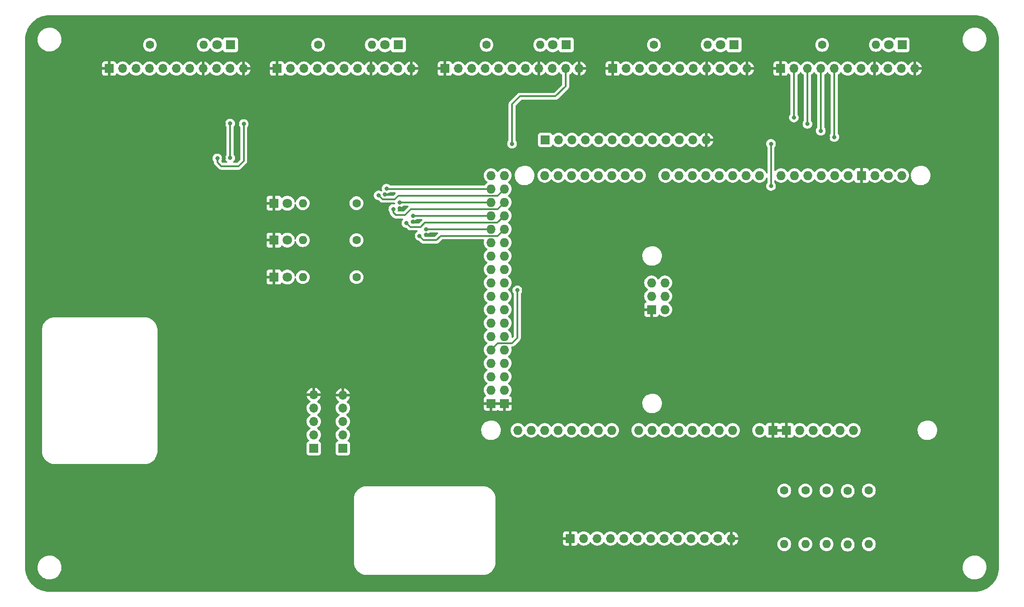
<source format=gbr>
%TF.GenerationSoftware,KiCad,Pcbnew,7.0.5*%
%TF.CreationDate,2023-06-06T17:40:15+02:00*%
%TF.ProjectId,hat,6861742e-6b69-4636-9164-5f7063625858,rev?*%
%TF.SameCoordinates,Original*%
%TF.FileFunction,Copper,L2,Bot*%
%TF.FilePolarity,Positive*%
%FSLAX46Y46*%
G04 Gerber Fmt 4.6, Leading zero omitted, Abs format (unit mm)*
G04 Created by KiCad (PCBNEW 7.0.5) date 2023-06-06 17:40:15*
%MOMM*%
%LPD*%
G01*
G04 APERTURE LIST*
%TA.AperFunction,ComponentPad*%
%ADD10O,1.600000X1.600000*%
%TD*%
%TA.AperFunction,ComponentPad*%
%ADD11C,1.600000*%
%TD*%
%TA.AperFunction,ComponentPad*%
%ADD12R,1.800000X1.800000*%
%TD*%
%TA.AperFunction,ComponentPad*%
%ADD13C,1.800000*%
%TD*%
%TA.AperFunction,ComponentPad*%
%ADD14R,1.700000X1.700000*%
%TD*%
%TA.AperFunction,ComponentPad*%
%ADD15O,1.700000X1.700000*%
%TD*%
%TA.AperFunction,ComponentPad*%
%ADD16O,1.727200X1.727200*%
%TD*%
%TA.AperFunction,ComponentPad*%
%ADD17R,1.727200X1.727200*%
%TD*%
%TA.AperFunction,ViaPad*%
%ADD18C,0.800000*%
%TD*%
%TA.AperFunction,Conductor*%
%ADD19C,0.300000*%
%TD*%
G04 APERTURE END LIST*
D10*
%TO.P,R13,2*%
%TO.N,Net-(D8-A)*%
X216330000Y-51000000D03*
D11*
%TO.P,R13,1*%
%TO.N,/+12V1_C*%
X206170000Y-51000000D03*
%TD*%
%TO.P,R12,1*%
%TO.N,/+12V1_R*%
X174340000Y-51000000D03*
D10*
%TO.P,R12,2*%
%TO.N,Net-(D7-A)*%
X184500000Y-51000000D03*
%TD*%
D11*
%TO.P,R11,1*%
%TO.N,/+12V1_L*%
X142670000Y-51000000D03*
D10*
%TO.P,R11,2*%
%TO.N,Net-(D6-A)*%
X152830000Y-51000000D03*
%TD*%
D11*
%TO.P,R10,1*%
%TO.N,/+12V1_D*%
X110815000Y-51000000D03*
D10*
%TO.P,R10,2*%
%TO.N,Net-(D5-A)*%
X120975000Y-51000000D03*
%TD*%
D11*
%TO.P,R9,1*%
%TO.N,/+12V1_U*%
X79000000Y-51000000D03*
D10*
%TO.P,R9,2*%
%TO.N,Net-(D4-A)*%
X89160000Y-51000000D03*
%TD*%
D12*
%TO.P,D8,1,K*%
%TO.N,/C_LIGHT*%
X221290000Y-51000000D03*
D13*
%TO.P,D8,2,A*%
%TO.N,Net-(D8-A)*%
X218750000Y-51000000D03*
%TD*%
D12*
%TO.P,D7,1,K*%
%TO.N,/R_LIGHT*%
X189500000Y-51000000D03*
D13*
%TO.P,D7,2,A*%
%TO.N,Net-(D7-A)*%
X186960000Y-51000000D03*
%TD*%
D12*
%TO.P,D6,1,K*%
%TO.N,/L_LIGHT*%
X157750000Y-51000000D03*
D13*
%TO.P,D6,2,A*%
%TO.N,Net-(D6-A)*%
X155210000Y-51000000D03*
%TD*%
D12*
%TO.P,D5,1,K*%
%TO.N,/D_LIGHT*%
X126000000Y-51000000D03*
D13*
%TO.P,D5,2,A*%
%TO.N,Net-(D5-A)*%
X123460000Y-51000000D03*
%TD*%
D12*
%TO.P,D4,1,K*%
%TO.N,/U_LIGHT*%
X94250000Y-51000000D03*
D13*
%TO.P,D4,2,A*%
%TO.N,Net-(D4-A)*%
X91710000Y-51000000D03*
%TD*%
D14*
%TO.P,J9,1,Pin_1*%
%TO.N,+3V3*%
X110000000Y-127420000D03*
D15*
%TO.P,J9,2,Pin_2*%
%TO.N,/NRST*%
X110000000Y-124880000D03*
%TO.P,J9,3,Pin_3*%
%TO.N,/SWCLK*%
X110000000Y-122340000D03*
%TO.P,J9,4,Pin_4*%
%TO.N,/SWDIO*%
X110000000Y-119800000D03*
%TO.P,J9,5,Pin_5*%
%TO.N,GND*%
X110000000Y-117260000D03*
%TD*%
D14*
%TO.P,J1,1,Pin_1*%
%TO.N,GND*%
X71300000Y-55500000D03*
D15*
%TO.P,J1,2,Pin_2*%
%TO.N,/U_S1*%
X73840000Y-55500000D03*
%TO.P,J1,3,Pin_3*%
%TO.N,/U_S2*%
X76380000Y-55500000D03*
%TO.P,J1,4,Pin_4*%
%TO.N,/U_S3*%
X78920000Y-55500000D03*
%TO.P,J1,5,Pin_5*%
%TO.N,/U_S4*%
X81460000Y-55500000D03*
%TO.P,J1,6,Pin_6*%
%TO.N,/+12V1_U*%
X84000000Y-55500000D03*
%TO.P,J1,7,Pin_7*%
%TO.N,/U_LIGHT*%
X86540000Y-55500000D03*
%TO.P,J1,8,Pin_8*%
%TO.N,GND*%
X89080000Y-55500000D03*
%TO.P,J1,9,Pin_9*%
%TO.N,/+12V2_U*%
X91620000Y-55500000D03*
%TO.P,J1,10,Pin_10*%
%TO.N,/U_LIGHT*%
X94160000Y-55500000D03*
%TO.P,J1,11,Pin_11*%
%TO.N,GND*%
X96700000Y-55500000D03*
%TD*%
D14*
%TO.P,J3,1,Pin_1*%
%TO.N,GND*%
X134800000Y-55500000D03*
D15*
%TO.P,J3,2,Pin_2*%
%TO.N,/L_S1*%
X137340000Y-55500000D03*
%TO.P,J3,3,Pin_3*%
%TO.N,/L_S2*%
X139880000Y-55500000D03*
%TO.P,J3,4,Pin_4*%
%TO.N,/L_S3*%
X142420000Y-55500000D03*
%TO.P,J3,5,Pin_5*%
%TO.N,/L_S4*%
X144960000Y-55500000D03*
%TO.P,J3,6,Pin_6*%
%TO.N,/+12V1_L*%
X147500000Y-55500000D03*
%TO.P,J3,7,Pin_7*%
%TO.N,/L_LIGHT*%
X150040000Y-55500000D03*
%TO.P,J3,8,Pin_8*%
%TO.N,GND*%
X152580000Y-55500000D03*
%TO.P,J3,9,Pin_9*%
%TO.N,/+12V2_L*%
X155120000Y-55500000D03*
%TO.P,J3,10,Pin_10*%
%TO.N,/L_LIGHT*%
X157660000Y-55500000D03*
%TO.P,J3,11,Pin_11*%
%TO.N,GND*%
X160200000Y-55500000D03*
%TD*%
D13*
%TO.P,D1,2,A*%
%TO.N,Net-(D1-A)*%
X105000000Y-95000000D03*
D12*
%TO.P,D1,1,K*%
%TO.N,GND*%
X102460000Y-95000000D03*
%TD*%
D11*
%TO.P,R7,1*%
%TO.N,/LED_SUCCESS*%
X118080000Y-88000000D03*
D10*
%TO.P,R7,2*%
%TO.N,Net-(D2-A)*%
X107920000Y-88000000D03*
%TD*%
D14*
%TO.P,J5,1,Pin_1*%
%TO.N,GND*%
X198300000Y-55500000D03*
D15*
%TO.P,J5,2,Pin_2*%
%TO.N,/C_S1*%
X200840000Y-55500000D03*
%TO.P,J5,3,Pin_3*%
%TO.N,/C_S2*%
X203380000Y-55500000D03*
%TO.P,J5,4,Pin_4*%
%TO.N,/C_S3*%
X205920000Y-55500000D03*
%TO.P,J5,5,Pin_5*%
%TO.N,/C_S4*%
X208460000Y-55500000D03*
%TO.P,J5,6,Pin_6*%
%TO.N,/+12V1_C*%
X211000000Y-55500000D03*
%TO.P,J5,7,Pin_7*%
%TO.N,/C_LIGHT*%
X213540000Y-55500000D03*
%TO.P,J5,8,Pin_8*%
%TO.N,GND*%
X216080000Y-55500000D03*
%TO.P,J5,9,Pin_9*%
%TO.N,/+12V2_C*%
X218620000Y-55500000D03*
%TO.P,J5,10,Pin_10*%
%TO.N,/C_LIGHT*%
X221160000Y-55500000D03*
%TO.P,J5,11,Pin_11*%
%TO.N,GND*%
X223700000Y-55500000D03*
%TD*%
D11*
%TO.P,R5,1*%
%TO.N,+5V*%
X199000000Y-135420000D03*
D10*
%TO.P,R5,2*%
%TO.N,/U_OUT*%
X199000000Y-145580000D03*
%TD*%
D11*
%TO.P,R8,1*%
%TO.N,/LED_FAIL*%
X118080000Y-81000000D03*
D10*
%TO.P,R8,2*%
%TO.N,Net-(D3-A)*%
X107920000Y-81000000D03*
%TD*%
D13*
%TO.P,D2,2,A*%
%TO.N,Net-(D2-A)*%
X105000000Y-88000000D03*
D12*
%TO.P,D2,1,K*%
%TO.N,GND*%
X102460000Y-88000000D03*
%TD*%
D14*
%TO.P,J7,1,Pin_1*%
%TO.N,+3V3*%
X115500000Y-127420000D03*
D15*
%TO.P,J7,2,Pin_2*%
%TO.N,/NRST*%
X115500000Y-124880000D03*
%TO.P,J7,3,Pin_3*%
%TO.N,/SWCLK*%
X115500000Y-122340000D03*
%TO.P,J7,4,Pin_4*%
%TO.N,/SWDIO*%
X115500000Y-119800000D03*
%TO.P,J7,5,Pin_5*%
%TO.N,GND*%
X115500000Y-117390000D03*
%TD*%
D14*
%TO.P,J8,1,Pin_1*%
%TO.N,/D0*%
X153775000Y-69000000D03*
D15*
%TO.P,J8,2,Pin_2*%
%TO.N,/D1*%
X156315000Y-69000000D03*
%TO.P,J8,3,Pin_3*%
%TO.N,/D19*%
X158855000Y-69000000D03*
%TO.P,J8,4,Pin_4*%
%TO.N,/D18*%
X161395000Y-69000000D03*
%TO.P,J8,5,Pin_5*%
%TO.N,/D17*%
X163935000Y-69000000D03*
%TO.P,J8,6,Pin_6*%
%TO.N,/D16*%
X166475000Y-69000000D03*
%TO.P,J8,7,Pin_7*%
%TO.N,/D15*%
X169015000Y-69000000D03*
%TO.P,J8,8,Pin_8*%
%TO.N,/D14*%
X171555000Y-69000000D03*
%TO.P,J8,9,Pin_9*%
%TO.N,/D20*%
X174095000Y-69000000D03*
%TO.P,J8,10,Pin_10*%
%TO.N,/D21*%
X176635000Y-69000000D03*
%TO.P,J8,11,Pin_11*%
%TO.N,/SDA*%
X179175000Y-69000000D03*
%TO.P,J8,12,Pin_12*%
%TO.N,/SCL*%
X181715000Y-69000000D03*
%TO.P,J8,13,Pin_13*%
%TO.N,GND*%
X184255000Y-69000000D03*
%TD*%
D11*
%TO.P,R2,1*%
%TO.N,+5V*%
X211000000Y-135500000D03*
D10*
%TO.P,R2,2*%
%TO.N,/R_OUT*%
X211000000Y-145660000D03*
%TD*%
D14*
%TO.P,J6,1,Pin_1*%
%TO.N,GND*%
X158525000Y-144500000D03*
D15*
%TO.P,J6,2,Pin_2*%
%TO.N,/TEST*%
X161065000Y-144500000D03*
%TO.P,J6,3,Pin_3*%
%TO.N,/FL5*%
X163605000Y-144500000D03*
%TO.P,J6,4,Pin_4*%
%TO.N,/FL4*%
X166145000Y-144500000D03*
%TO.P,J6,5,Pin_5*%
%TO.N,/FL3*%
X168685000Y-144500000D03*
%TO.P,J6,6,Pin_6*%
%TO.N,/FL2*%
X171225000Y-144500000D03*
%TO.P,J6,7,Pin_7*%
%TO.N,/FL1*%
X173765000Y-144500000D03*
%TO.P,J6,8,Pin_8*%
%TO.N,/C_OUT*%
X176305000Y-144500000D03*
%TO.P,J6,9,Pin_9*%
%TO.N,/R_OUT*%
X178845000Y-144500000D03*
%TO.P,J6,10,Pin_10*%
%TO.N,/L_OUT*%
X181385000Y-144500000D03*
%TO.P,J6,11,Pin_11*%
%TO.N,/D_OUT*%
X183925000Y-144500000D03*
%TO.P,J6,12,Pin_12*%
%TO.N,/U_OUT*%
X186465000Y-144500000D03*
%TO.P,J6,13,Pin_13*%
%TO.N,GND*%
X189005000Y-144500000D03*
%TD*%
D12*
%TO.P,D3,1,K*%
%TO.N,GND*%
X102460000Y-81000000D03*
D13*
%TO.P,D3,2,A*%
%TO.N,Net-(D3-A)*%
X105000000Y-81000000D03*
%TD*%
D11*
%TO.P,R3,1*%
%TO.N,+5V*%
X207000000Y-135420000D03*
D10*
%TO.P,R3,2*%
%TO.N,/L_OUT*%
X207000000Y-145580000D03*
%TD*%
D11*
%TO.P,R4,1*%
%TO.N,+5V*%
X203000000Y-135420000D03*
D10*
%TO.P,R4,2*%
%TO.N,/D_OUT*%
X203000000Y-145580000D03*
%TD*%
D11*
%TO.P,R6,1*%
%TO.N,/LED_RUN*%
X118080000Y-95000000D03*
D10*
%TO.P,R6,2*%
%TO.N,Net-(D1-A)*%
X107920000Y-95000000D03*
%TD*%
D14*
%TO.P,J4,1,Pin_1*%
%TO.N,GND*%
X166550000Y-55500000D03*
D15*
%TO.P,J4,2,Pin_2*%
%TO.N,/R_S1*%
X169090000Y-55500000D03*
%TO.P,J4,3,Pin_3*%
%TO.N,/R_S2*%
X171630000Y-55500000D03*
%TO.P,J4,4,Pin_4*%
%TO.N,/R_S3*%
X174170000Y-55500000D03*
%TO.P,J4,5,Pin_5*%
%TO.N,/R_S4*%
X176710000Y-55500000D03*
%TO.P,J4,6,Pin_6*%
%TO.N,/+12V1_R*%
X179250000Y-55500000D03*
%TO.P,J4,7,Pin_7*%
%TO.N,/R_LIGHT*%
X181790000Y-55500000D03*
%TO.P,J4,8,Pin_8*%
%TO.N,GND*%
X184330000Y-55500000D03*
%TO.P,J4,9,Pin_9*%
%TO.N,/+12V2_R*%
X186870000Y-55500000D03*
%TO.P,J4,10,Pin_10*%
%TO.N,/R_LIGHT*%
X189410000Y-55500000D03*
%TO.P,J4,11,Pin_11*%
%TO.N,GND*%
X191950000Y-55500000D03*
%TD*%
D11*
%TO.P,R1,1*%
%TO.N,+5V*%
X215000000Y-135420000D03*
D10*
%TO.P,R1,2*%
%TO.N,/C_OUT*%
X215000000Y-145580000D03*
%TD*%
D14*
%TO.P,J2,1,Pin_1*%
%TO.N,GND*%
X103050000Y-55500000D03*
D15*
%TO.P,J2,2,Pin_2*%
%TO.N,/D_S1*%
X105590000Y-55500000D03*
%TO.P,J2,3,Pin_3*%
%TO.N,/D_S2*%
X108130000Y-55500000D03*
%TO.P,J2,4,Pin_4*%
%TO.N,/D_S3*%
X110670000Y-55500000D03*
%TO.P,J2,5,Pin_5*%
%TO.N,/D_S4*%
X113210000Y-55500000D03*
%TO.P,J2,6,Pin_6*%
%TO.N,/+12V1_D*%
X115750000Y-55500000D03*
%TO.P,J2,7,Pin_7*%
%TO.N,/D_LIGHT*%
X118290000Y-55500000D03*
%TO.P,J2,8,Pin_8*%
%TO.N,GND*%
X120830000Y-55500000D03*
%TO.P,J2,9,Pin_9*%
%TO.N,/+12V2_D*%
X123370000Y-55500000D03*
%TO.P,J2,10,Pin_10*%
%TO.N,/D_LIGHT*%
X125910000Y-55500000D03*
%TO.P,J2,11,Pin_11*%
%TO.N,GND*%
X128450000Y-55500000D03*
%TD*%
D16*
%TO.P,XA1,*%
%TO.N,*%
X212106000Y-124010000D03*
%TO.P,XA1,3V3,3.3V*%
%TO.N,unconnected-(XA1-3.3V-Pad3V3)*%
X204486000Y-124010000D03*
%TO.P,XA1,5V1,5V*%
%TO.N,+5V*%
X201946000Y-124010000D03*
%TO.P,XA1,5V2,SPI_5V*%
%TO.N,unconnected-(XA1-SPI_5V-Pad5V2)*%
X173879000Y-96070000D03*
%TO.P,XA1,5V3,5V*%
%TO.N,unconnected-(XA1-5V-Pad5V3)*%
X146066000Y-75750000D03*
%TO.P,XA1,5V4,5V*%
%TO.N,unconnected-(XA1-5V-Pad5V4)*%
X143526000Y-75750000D03*
%TO.P,XA1,A0,A0*%
%TO.N,/U_OUT*%
X189246000Y-124010000D03*
%TO.P,XA1,A1,A1*%
%TO.N,/D_OUT*%
X186706000Y-124010000D03*
%TO.P,XA1,A2,A2*%
%TO.N,/L_OUT*%
X184166000Y-124010000D03*
%TO.P,XA1,A3,A3*%
%TO.N,/R_OUT*%
X181626000Y-124010000D03*
%TO.P,XA1,A4,A4*%
%TO.N,/C_OUT*%
X179086000Y-124010000D03*
%TO.P,XA1,A5,A5*%
%TO.N,unconnected-(XA1-PadA5)*%
X176546000Y-124010000D03*
%TO.P,XA1,A6,A6*%
%TO.N,unconnected-(XA1-PadA6)*%
X174006000Y-124010000D03*
%TO.P,XA1,A7,A7*%
%TO.N,unconnected-(XA1-PadA7)*%
X171466000Y-124010000D03*
%TO.P,XA1,A8,A8*%
%TO.N,/FL1*%
X166386000Y-124010000D03*
%TO.P,XA1,A9,A9*%
%TO.N,/FL2*%
X163846000Y-124010000D03*
%TO.P,XA1,A10,A10*%
%TO.N,/FL3*%
X161306000Y-124010000D03*
%TO.P,XA1,A11,A11*%
%TO.N,/FL4*%
X158766000Y-124010000D03*
%TO.P,XA1,A12,A12*%
%TO.N,/FL5*%
X156226000Y-124010000D03*
%TO.P,XA1,A13,A13*%
%TO.N,/TEST*%
X153686000Y-124010000D03*
%TO.P,XA1,A14,A14*%
%TO.N,unconnected-(XA1-PadA14)*%
X151146000Y-124010000D03*
%TO.P,XA1,A15,A15*%
%TO.N,unconnected-(XA1-PadA15)*%
X148606000Y-124010000D03*
%TO.P,XA1,AREF,AREF*%
%TO.N,unconnected-(XA1-PadAREF)*%
X216170000Y-75750000D03*
%TO.P,XA1,D0,D0/RX0*%
%TO.N,/D0*%
X176546000Y-75750000D03*
%TO.P,XA1,D1,D1/TX0*%
%TO.N,/D1*%
X179086000Y-75750000D03*
%TO.P,XA1,D2,D2_INT0*%
%TO.N,/LED_FAIL*%
X181626000Y-75750000D03*
%TO.P,XA1,D3,D3_INT1*%
%TO.N,/LED_SUCCESS*%
X184166000Y-75750000D03*
%TO.P,XA1,D4,D4*%
%TO.N,/LED_RUN*%
X186706000Y-75750000D03*
%TO.P,XA1,D5,D5*%
%TO.N,unconnected-(XA1-PadD5)*%
X189246000Y-75750000D03*
%TO.P,XA1,D6,D6*%
%TO.N,unconnected-(XA1-PadD6)*%
X191786000Y-75750000D03*
%TO.P,XA1,D7,D7*%
%TO.N,unconnected-(XA1-PadD7)*%
X194326000Y-75750000D03*
%TO.P,XA1,D8,D8*%
%TO.N,unconnected-(XA1-PadD8)*%
X198390000Y-75750000D03*
%TO.P,XA1,D9,D9*%
%TO.N,unconnected-(XA1-PadD9)*%
X200930000Y-75750000D03*
%TO.P,XA1,D10,D10*%
%TO.N,unconnected-(XA1-PadD10)*%
X203470000Y-75750000D03*
%TO.P,XA1,D11,D11*%
%TO.N,unconnected-(XA1-PadD11)*%
X206010000Y-75750000D03*
%TO.P,XA1,D12,D12*%
%TO.N,unconnected-(XA1-PadD12)*%
X208550000Y-75750000D03*
%TO.P,XA1,D13,D13*%
%TO.N,unconnected-(XA1-PadD13)*%
X211090000Y-75750000D03*
%TO.P,XA1,D14,D14/TX3*%
%TO.N,/D14*%
X171466000Y-75750000D03*
%TO.P,XA1,D15,D15/RX3*%
%TO.N,/D15*%
X168926000Y-75750000D03*
%TO.P,XA1,D16,D16/TX2*%
%TO.N,/D16*%
X166386000Y-75750000D03*
%TO.P,XA1,D17,D17/RX2*%
%TO.N,/D17*%
X163846000Y-75750000D03*
%TO.P,XA1,D18,D18/TX1*%
%TO.N,/D18*%
X161306000Y-75750000D03*
%TO.P,XA1,D19,D19/RX1*%
%TO.N,/D19*%
X158766000Y-75750000D03*
%TO.P,XA1,D20,D20/SDA*%
%TO.N,/D20*%
X156226000Y-75750000D03*
%TO.P,XA1,D21,D21/SCL*%
%TO.N,/D21*%
X153686000Y-75750000D03*
%TO.P,XA1,D22,D22*%
%TO.N,/U_S1*%
X146066000Y-78290000D03*
%TO.P,XA1,D23,D23*%
%TO.N,/U_S2*%
X143526000Y-78290000D03*
%TO.P,XA1,D24,D24*%
%TO.N,/U_S3*%
X146066000Y-80830000D03*
%TO.P,XA1,D25,D25*%
%TO.N,/U_S4*%
X143526000Y-80830000D03*
%TO.P,XA1,D26,D26*%
%TO.N,/D_S1*%
X146066000Y-83370000D03*
%TO.P,XA1,D27,D27*%
%TO.N,/D_S2*%
X143526000Y-83370000D03*
%TO.P,XA1,D28,D28*%
%TO.N,/D_S3*%
X146066000Y-85910000D03*
%TO.P,XA1,D29,D29*%
%TO.N,/D_S4*%
X143526000Y-85910000D03*
%TO.P,XA1,D30,D30*%
%TO.N,/R_S4*%
X146066000Y-88450000D03*
%TO.P,XA1,D31,D31*%
%TO.N,/R_S3*%
X143526000Y-88450000D03*
%TO.P,XA1,D32,D32*%
%TO.N,/R_S2*%
X146066000Y-90990000D03*
%TO.P,XA1,D33,D33*%
%TO.N,/R_S1*%
X143526000Y-90990000D03*
%TO.P,XA1,D34,D34*%
%TO.N,/L_S4*%
X146066000Y-93530000D03*
%TO.P,XA1,D35,D35*%
%TO.N,/L_S3*%
X143526000Y-93530000D03*
%TO.P,XA1,D36,D36*%
%TO.N,/L_S2*%
X146066000Y-96070000D03*
%TO.P,XA1,D37,D37*%
%TO.N,/L_S1*%
X143526000Y-96070000D03*
%TO.P,XA1,D38,D38*%
%TO.N,unconnected-(XA1-PadD38)*%
X146066000Y-98610000D03*
%TO.P,XA1,D39,D39*%
%TO.N,unconnected-(XA1-PadD39)*%
X143526000Y-98610000D03*
%TO.P,XA1,D40,D40*%
%TO.N,unconnected-(XA1-PadD40)*%
X146066000Y-101150000D03*
%TO.P,XA1,D41,D41*%
%TO.N,unconnected-(XA1-PadD41)*%
X143526000Y-101150000D03*
%TO.P,XA1,D42,D42*%
%TO.N,unconnected-(XA1-PadD42)*%
X146066000Y-103690000D03*
%TO.P,XA1,D43,D43*%
%TO.N,unconnected-(XA1-PadD43)*%
X143526000Y-103690000D03*
%TO.P,XA1,D44,D44*%
%TO.N,unconnected-(XA1-PadD44)*%
X146066000Y-106230000D03*
%TO.P,XA1,D45,D45*%
%TO.N,/C_LIGHT*%
X143526000Y-106230000D03*
%TO.P,XA1,D46,D46*%
%TO.N,/R_LIGHT*%
X146066000Y-108770000D03*
%TO.P,XA1,D47,D47*%
%TO.N,/L_LIGHT*%
X143526000Y-108770000D03*
%TO.P,XA1,D48,D48*%
%TO.N,/D_LIGHT*%
X146066000Y-111310000D03*
%TO.P,XA1,D49,D49*%
%TO.N,/U_LIGHT*%
X143526000Y-111310000D03*
%TO.P,XA1,D50,D50_MISO*%
%TO.N,/C_S4*%
X146066000Y-113850000D03*
%TO.P,XA1,D51,D51_MOSI*%
%TO.N,/C_S3*%
X143526000Y-113850000D03*
%TO.P,XA1,D52,D52_SCK*%
%TO.N,/C_S2*%
X146066000Y-116390000D03*
%TO.P,XA1,D53,D53_CS*%
%TO.N,/C_S1*%
X143526000Y-116390000D03*
D17*
%TO.P,XA1,GND1,GND*%
%TO.N,GND*%
X213630000Y-75750000D03*
%TO.P,XA1,GND2,GND*%
X199406000Y-124010000D03*
%TO.P,XA1,GND3,GND*%
X196866000Y-124010000D03*
%TO.P,XA1,GND4,SPI_GND*%
X173879000Y-101150000D03*
%TO.P,XA1,GND5,GND*%
X146066000Y-118930000D03*
%TO.P,XA1,GND6,GND*%
X143526000Y-118930000D03*
D16*
%TO.P,XA1,IORF,IOREF*%
%TO.N,unconnected-(XA1-IOREF-PadIORF)*%
X209566000Y-124010000D03*
%TO.P,XA1,MISO,SPI_MISO*%
%TO.N,unconnected-(XA1-SPI_MISO-PadMISO)*%
X176419000Y-96070000D03*
%TO.P,XA1,MOSI,SPI_MOSI*%
%TO.N,unconnected-(XA1-SPI_MOSI-PadMOSI)*%
X173879000Y-98610000D03*
%TO.P,XA1,RST1,RESET*%
%TO.N,unconnected-(XA1-RESET-PadRST1)*%
X207026000Y-124010000D03*
%TO.P,XA1,RST2,SPI_RESET*%
%TO.N,unconnected-(XA1-SPI_RESET-PadRST2)*%
X176419000Y-101150000D03*
%TO.P,XA1,SCK,SPI_SCK*%
%TO.N,unconnected-(XA1-SPI_SCK-PadSCK)*%
X176419000Y-98610000D03*
%TO.P,XA1,SCL,SCL*%
%TO.N,/SCL*%
X221250000Y-75750000D03*
%TO.P,XA1,SDA,SDA*%
%TO.N,/SDA*%
X218710000Y-75750000D03*
%TO.P,XA1,VIN,VIN*%
%TO.N,unconnected-(XA1-PadVIN)*%
X194326000Y-124010000D03*
%TD*%
D18*
%TO.N,GND*%
X150000000Y-59000000D03*
X162000000Y-59000000D03*
X215000000Y-60000000D03*
X216000000Y-121000000D03*
X184000000Y-120000000D03*
X157000000Y-121000000D03*
X174000000Y-130000000D03*
X127000000Y-97000000D03*
X151000000Y-107000000D03*
X121000000Y-59000000D03*
X132000000Y-63000000D03*
X101600000Y-63500000D03*
X177800000Y-88900000D03*
X165100000Y-101600000D03*
X165100000Y-88900000D03*
X152400000Y-88900000D03*
X190500000Y-63500000D03*
X177800000Y-63500000D03*
X165100000Y-50800000D03*
X203200000Y-50800000D03*
X228600000Y-50800000D03*
X228600000Y-63500000D03*
X228600000Y-88900000D03*
X215900000Y-88900000D03*
X203200000Y-88900000D03*
X190500000Y-88900000D03*
X190500000Y-101600000D03*
X203200000Y-101600000D03*
X215900000Y-101600000D03*
X228600000Y-101600000D03*
X228600000Y-152400000D03*
X228600000Y-139700000D03*
X228600000Y-127000000D03*
X215900000Y-127000000D03*
X190500000Y-127000000D03*
X190500000Y-139700000D03*
X165100000Y-152400000D03*
X152400000Y-127000000D03*
X139700000Y-127000000D03*
X152400000Y-139700000D03*
X152400000Y-152400000D03*
X139700000Y-152400000D03*
X127000000Y-152400000D03*
X114300000Y-152400000D03*
X114300000Y-139700000D03*
X127000000Y-127000000D03*
X101600000Y-114300000D03*
X114300000Y-114300000D03*
X127000000Y-114300000D03*
X127000000Y-88900000D03*
X114300000Y-88900000D03*
X101600000Y-101600000D03*
X114300000Y-101600000D03*
X114300000Y-76200000D03*
X101600000Y-76200000D03*
X139700000Y-50800000D03*
X101600000Y-50800000D03*
X76200000Y-50800000D03*
X88900000Y-63500000D03*
X88900000Y-76200000D03*
X76200000Y-76200000D03*
X76200000Y-101600000D03*
X76200000Y-88900000D03*
X88900000Y-88900000D03*
X88900000Y-101600000D03*
X88900000Y-114300000D03*
X88900000Y-127000000D03*
X101600000Y-127000000D03*
X101600000Y-152400000D03*
X101600000Y-139700000D03*
X88900000Y-139700000D03*
X88900000Y-152400000D03*
X76200000Y-152400000D03*
X76200000Y-139700000D03*
X63500000Y-139700000D03*
X63500000Y-101600000D03*
X63500000Y-88900000D03*
X63500000Y-76200000D03*
X63500000Y-63500000D03*
X148750000Y-69750000D03*
%TO.N,/L_LIGHT*%
X147500000Y-69750000D03*
%TO.N,GND*%
X149750000Y-97500000D03*
%TO.N,/L_LIGHT*%
X148500000Y-97500000D03*
%TO.N,GND*%
X95500000Y-72500000D03*
X95500000Y-66000000D03*
%TO.N,/D_LIGHT*%
X96750000Y-66000000D03*
X91750000Y-72500000D03*
%TO.N,GND*%
X93000000Y-66000000D03*
X93000000Y-72500000D03*
%TO.N,/U_LIGHT*%
X94178452Y-72437367D03*
X94160000Y-65910000D03*
%TO.N,GND*%
X207250000Y-68500000D03*
X205000000Y-68250000D03*
X202500000Y-67000000D03*
X200000000Y-65750000D03*
X197750000Y-77750000D03*
X197750000Y-69750000D03*
X128750000Y-87250000D03*
X131250000Y-87000000D03*
X126250000Y-84750000D03*
X128750000Y-84500000D03*
X123750000Y-82000000D03*
X123424084Y-79348168D03*
X121000000Y-79250000D03*
X126250000Y-82000000D03*
%TO.N,/U_S1*%
X122250000Y-79500000D03*
%TO.N,/U_S2*%
X123750000Y-78250000D03*
%TO.N,/U_S3*%
X125017369Y-82099977D03*
%TO.N,/U_S4*%
X126263431Y-80829517D03*
%TO.N,/D_S2*%
X128776403Y-83373217D03*
%TO.N,/D_S1*%
X127500000Y-84750000D03*
%TO.N,/D_S3*%
X130000000Y-87181260D03*
%TO.N,/D_S4*%
X131250000Y-85910000D03*
%TO.N,/R_LIGHT*%
X196500000Y-77750000D03*
X196500000Y-69750000D03*
%TO.N,/C_S1*%
X200822662Y-64768635D03*
%TO.N,/C_S2*%
X203381649Y-65983693D03*
%TO.N,/C_S3*%
X205903817Y-67290802D03*
%TO.N,/C_S4*%
X208462804Y-68469041D03*
%TD*%
D19*
%TO.N,/L_LIGHT*%
X147500000Y-69750000D02*
X147500000Y-62250000D01*
X147500000Y-62250000D02*
X149000000Y-60750000D01*
X149000000Y-60750000D02*
X155750000Y-60750000D01*
X155750000Y-60750000D02*
X157660000Y-58840000D01*
X157660000Y-58840000D02*
X157660000Y-55500000D01*
X148500000Y-106500000D02*
X148500000Y-97500000D01*
X143526000Y-108770000D02*
X144796000Y-107500000D01*
X144796000Y-107500000D02*
X147500000Y-107500000D01*
X147500000Y-107500000D02*
X148500000Y-106500000D01*
%TO.N,/D_LIGHT*%
X91750000Y-72500000D02*
X91750000Y-73250000D01*
X91750000Y-73250000D02*
X92500000Y-74000000D01*
X92500000Y-74000000D02*
X95750000Y-74000000D01*
X96750000Y-73000000D02*
X96750000Y-66000000D01*
X95750000Y-74000000D02*
X96750000Y-73000000D01*
%TO.N,/U_LIGHT*%
X94178452Y-72437367D02*
X94158356Y-72417271D01*
X94158356Y-72417271D02*
X94158356Y-65911644D01*
X94158356Y-65911644D02*
X94160000Y-65910000D01*
%TO.N,/D_S3*%
X130000000Y-87181260D02*
X130000000Y-87250000D01*
X130000000Y-87250000D02*
X130750000Y-88000000D01*
X130750000Y-88000000D02*
X133181260Y-88000000D01*
X133181260Y-88000000D02*
X134000000Y-87181260D01*
X134000000Y-87181260D02*
X144794740Y-87181260D01*
X144794740Y-87181260D02*
X146066000Y-85910000D01*
%TO.N,/D_S1*%
X127500000Y-84750000D02*
X128250000Y-85500000D01*
X128250000Y-85500000D02*
X130196400Y-85500000D01*
X130196400Y-85500000D02*
X131000000Y-84696400D01*
X131000000Y-84696400D02*
X144739600Y-84696400D01*
X144739600Y-84696400D02*
X146066000Y-83370000D01*
%TO.N,/U_S1*%
X122250000Y-79500000D02*
X123000000Y-80250000D01*
X123000000Y-80250000D02*
X125308150Y-80250000D01*
X144797850Y-79558150D02*
X146066000Y-78290000D01*
X125308150Y-80250000D02*
X126000000Y-79558150D01*
X126000000Y-79558150D02*
X144797850Y-79558150D01*
%TO.N,/U_S3*%
X125017369Y-82099977D02*
X125017369Y-82767369D01*
X125017369Y-82767369D02*
X125500000Y-83250000D01*
X127250000Y-83250000D02*
X128400023Y-82099977D01*
X125500000Y-83250000D02*
X127250000Y-83250000D01*
X128400023Y-82099977D02*
X144796023Y-82099977D01*
X144796023Y-82099977D02*
X146066000Y-80830000D01*
%TO.N,/U_S2*%
X123750000Y-78250000D02*
X123790000Y-78290000D01*
X123790000Y-78290000D02*
X143526000Y-78290000D01*
%TO.N,/U_S4*%
X126263431Y-80829517D02*
X126263914Y-80830000D01*
X126263914Y-80830000D02*
X143526000Y-80830000D01*
%TO.N,/D_S2*%
X128776403Y-83373217D02*
X128779620Y-83370000D01*
X128779620Y-83370000D02*
X143526000Y-83370000D01*
%TO.N,/D_S4*%
X131250000Y-85910000D02*
X143526000Y-85910000D01*
%TO.N,/R_LIGHT*%
X196500000Y-69750000D02*
X196500000Y-77750000D01*
%TO.N,/C_S1*%
X200840000Y-64751297D02*
X200840000Y-55500000D01*
X200822662Y-64768635D02*
X200840000Y-64751297D01*
%TO.N,/C_S2*%
X203381649Y-65983693D02*
X203380000Y-65982044D01*
X203380000Y-65982044D02*
X203380000Y-55500000D01*
%TO.N,/C_S3*%
X205903817Y-67290802D02*
X205920000Y-67274619D01*
X205920000Y-67274619D02*
X205920000Y-55500000D01*
%TO.N,/C_S4*%
X208462804Y-68469041D02*
X208460000Y-68466237D01*
X208460000Y-68466237D02*
X208460000Y-55500000D01*
%TD*%
%TA.AperFunction,Conductor*%
%TO.N,GND*%
G36*
X198939155Y-123796799D02*
G01*
X198898000Y-123936961D01*
X198898000Y-124083039D01*
X198939155Y-124223201D01*
X198962804Y-124260000D01*
X197309196Y-124260000D01*
X197332845Y-124223201D01*
X197374000Y-124083039D01*
X197374000Y-123936961D01*
X197332845Y-123796799D01*
X197309196Y-123760000D01*
X198962804Y-123760000D01*
X198939155Y-123796799D01*
G37*
%TD.AperFunction*%
%TA.AperFunction,Conductor*%
G36*
X145599155Y-118716799D02*
G01*
X145558000Y-118856961D01*
X145558000Y-119003039D01*
X145599155Y-119143201D01*
X145622804Y-119180000D01*
X143969196Y-119180000D01*
X143992845Y-119143201D01*
X144034000Y-119003039D01*
X144034000Y-118856961D01*
X143992845Y-118716799D01*
X143969196Y-118680000D01*
X145622804Y-118680000D01*
X145599155Y-118716799D01*
G37*
%TD.AperFunction*%
%TA.AperFunction,Conductor*%
G36*
X133468490Y-86580185D02*
G01*
X133514245Y-86632989D01*
X133524189Y-86702147D01*
X133495164Y-86765703D01*
X133489132Y-86772181D01*
X132948133Y-87313181D01*
X132886810Y-87346666D01*
X132860452Y-87349500D01*
X131070808Y-87349500D01*
X131003769Y-87329815D01*
X130983126Y-87313180D01*
X130941778Y-87271831D01*
X130908293Y-87210508D01*
X130905460Y-87184151D01*
X130905460Y-87181262D01*
X130905460Y-87181260D01*
X130885674Y-86993004D01*
X130868336Y-86939646D01*
X130866342Y-86869808D01*
X130902422Y-86809975D01*
X130965122Y-86779146D01*
X131012049Y-86780040D01*
X131073278Y-86793054D01*
X131155354Y-86810500D01*
X131155355Y-86810500D01*
X131344644Y-86810500D01*
X131344646Y-86810500D01*
X131529803Y-86771144D01*
X131702730Y-86694151D01*
X131854089Y-86584182D01*
X131919896Y-86560702D01*
X131926975Y-86560500D01*
X133401451Y-86560500D01*
X133468490Y-86580185D01*
G37*
%TD.AperFunction*%
%TA.AperFunction,Conductor*%
G36*
X130518436Y-84040185D02*
G01*
X130564191Y-84092989D01*
X130574135Y-84162147D01*
X130546938Y-84223544D01*
X130520194Y-84255870D01*
X130516262Y-84260191D01*
X129963273Y-84813181D01*
X129901950Y-84846666D01*
X129875592Y-84849500D01*
X128570808Y-84849500D01*
X128503769Y-84829815D01*
X128483127Y-84813181D01*
X128434808Y-84764862D01*
X128401323Y-84703539D01*
X128399168Y-84690141D01*
X128393898Y-84640000D01*
X128385674Y-84561744D01*
X128328611Y-84386126D01*
X128326617Y-84316286D01*
X128362697Y-84256453D01*
X128425398Y-84225625D01*
X128490186Y-84233059D01*
X128490416Y-84232352D01*
X128493906Y-84233486D01*
X128494812Y-84233590D01*
X128496556Y-84234346D01*
X128496600Y-84234361D01*
X128681757Y-84273717D01*
X128681758Y-84273717D01*
X128871047Y-84273717D01*
X128871049Y-84273717D01*
X129056206Y-84234361D01*
X129229133Y-84157368D01*
X129244197Y-84146422D01*
X129384922Y-84044182D01*
X129450728Y-84020702D01*
X129457807Y-84020500D01*
X130451397Y-84020500D01*
X130518436Y-84040185D01*
G37*
%TD.AperFunction*%
%TA.AperFunction,Conductor*%
G36*
X127867230Y-81500185D02*
G01*
X127912985Y-81552989D01*
X127922929Y-81622147D01*
X127893904Y-81685703D01*
X127887871Y-81692181D01*
X127449486Y-82130568D01*
X127016873Y-82563181D01*
X126955550Y-82596666D01*
X126929192Y-82599500D01*
X125972578Y-82599500D01*
X125905539Y-82579815D01*
X125859784Y-82527011D01*
X125849840Y-82457853D01*
X125854647Y-82437182D01*
X125875235Y-82373814D01*
X125903043Y-82288233D01*
X125922829Y-82099977D01*
X125903043Y-81911721D01*
X125886276Y-81860120D01*
X125884281Y-81790283D01*
X125920361Y-81730450D01*
X125983062Y-81699621D01*
X126029987Y-81700514D01*
X126168785Y-81730017D01*
X126168786Y-81730017D01*
X126358075Y-81730017D01*
X126358077Y-81730017D01*
X126543234Y-81690661D01*
X126716161Y-81613668D01*
X126866856Y-81504181D01*
X126932662Y-81480702D01*
X126939741Y-81480500D01*
X127800191Y-81480500D01*
X127867230Y-81500185D01*
G37*
%TD.AperFunction*%
%TA.AperFunction,Conductor*%
G36*
X125465380Y-78960185D02*
G01*
X125511135Y-79012989D01*
X125521079Y-79082147D01*
X125492054Y-79145703D01*
X125486022Y-79152181D01*
X125075023Y-79563181D01*
X125013700Y-79596666D01*
X124987342Y-79599500D01*
X123320808Y-79599500D01*
X123253769Y-79579815D01*
X123233127Y-79563181D01*
X123184808Y-79514862D01*
X123151323Y-79453539D01*
X123149168Y-79440141D01*
X123135674Y-79311747D01*
X123135674Y-79311744D01*
X123085600Y-79157635D01*
X123083606Y-79087796D01*
X123119686Y-79027963D01*
X123182387Y-78997135D01*
X123251801Y-79005100D01*
X123276417Y-79019001D01*
X123297265Y-79034148D01*
X123297270Y-79034151D01*
X123470192Y-79111142D01*
X123470197Y-79111144D01*
X123655354Y-79150500D01*
X123655355Y-79150500D01*
X123844644Y-79150500D01*
X123844646Y-79150500D01*
X124029803Y-79111144D01*
X124202730Y-79034151D01*
X124231857Y-79012989D01*
X124299035Y-78964182D01*
X124364841Y-78940702D01*
X124371920Y-78940500D01*
X125398341Y-78940500D01*
X125465380Y-78960185D01*
G37*
%TD.AperFunction*%
%TA.AperFunction,Conductor*%
G36*
X235001351Y-45400559D02*
G01*
X235398190Y-45417884D01*
X235403542Y-45418353D01*
X235796023Y-45470025D01*
X235801332Y-45470961D01*
X236187806Y-45556640D01*
X236192996Y-45558030D01*
X236570545Y-45677071D01*
X236575622Y-45678919D01*
X236941342Y-45830405D01*
X236946220Y-45832679D01*
X237297350Y-46015466D01*
X237302028Y-46018168D01*
X237635878Y-46230853D01*
X237640311Y-46233957D01*
X237954354Y-46474931D01*
X237958499Y-46478410D01*
X238250340Y-46745833D01*
X238254166Y-46749659D01*
X238521589Y-47041500D01*
X238525068Y-47045645D01*
X238766042Y-47359688D01*
X238769146Y-47364121D01*
X238981831Y-47697971D01*
X238984537Y-47702657D01*
X239069294Y-47865474D01*
X239167311Y-48053761D01*
X239169598Y-48058666D01*
X239321078Y-48424373D01*
X239322929Y-48429458D01*
X239358151Y-48541166D01*
X239434772Y-48784178D01*
X239441962Y-48806979D01*
X239443362Y-48812206D01*
X239529037Y-49198665D01*
X239529977Y-49203994D01*
X239581644Y-49596439D01*
X239582116Y-49601830D01*
X239599441Y-49998648D01*
X239599500Y-50001352D01*
X239599500Y-149998646D01*
X239599441Y-150001350D01*
X239582116Y-150398169D01*
X239581644Y-150403560D01*
X239529977Y-150796005D01*
X239529037Y-150801334D01*
X239443362Y-151187793D01*
X239441962Y-151193020D01*
X239322929Y-151570541D01*
X239321078Y-151575626D01*
X239169598Y-151941333D01*
X239167311Y-151946238D01*
X238984537Y-152297342D01*
X238981831Y-152302028D01*
X238769146Y-152635878D01*
X238766042Y-152640311D01*
X238525068Y-152954354D01*
X238521589Y-152958499D01*
X238254166Y-153250340D01*
X238250340Y-153254166D01*
X237958499Y-153521589D01*
X237954354Y-153525068D01*
X237640311Y-153766042D01*
X237635878Y-153769146D01*
X237302028Y-153981831D01*
X237297342Y-153984537D01*
X236946238Y-154167311D01*
X236941333Y-154169598D01*
X236575626Y-154321078D01*
X236570541Y-154322929D01*
X236193020Y-154441962D01*
X236187793Y-154443362D01*
X235801334Y-154529037D01*
X235796005Y-154529977D01*
X235403560Y-154581644D01*
X235398169Y-154582116D01*
X235001351Y-154599441D01*
X234998647Y-154599500D01*
X60001353Y-154599500D01*
X59998649Y-154599441D01*
X59601830Y-154582116D01*
X59596439Y-154581644D01*
X59203994Y-154529977D01*
X59198665Y-154529037D01*
X58812206Y-154443362D01*
X58806987Y-154441964D01*
X58629688Y-154386062D01*
X58429458Y-154322929D01*
X58424373Y-154321078D01*
X58058666Y-154169598D01*
X58053769Y-154167315D01*
X57702657Y-153984537D01*
X57697971Y-153981831D01*
X57364121Y-153769146D01*
X57359688Y-153766042D01*
X57045645Y-153525068D01*
X57041500Y-153521589D01*
X56749659Y-153254166D01*
X56745833Y-153250340D01*
X56478410Y-152958499D01*
X56474931Y-152954354D01*
X56233957Y-152640311D01*
X56230853Y-152635878D01*
X56018168Y-152302028D01*
X56015462Y-152297342D01*
X55993160Y-152254500D01*
X55832679Y-151946220D01*
X55830401Y-151941333D01*
X55797898Y-151862864D01*
X55678919Y-151575622D01*
X55677070Y-151570541D01*
X55668158Y-151542276D01*
X55558030Y-151192996D01*
X55556640Y-151187806D01*
X55470961Y-150801332D01*
X55470025Y-150796023D01*
X55418353Y-150403542D01*
X55417884Y-150398190D01*
X55403796Y-150075506D01*
X57741716Y-150075506D01*
X57771928Y-150375826D01*
X57771929Y-150375829D01*
X57841899Y-150669439D01*
X57841904Y-150669453D01*
X57896845Y-150812106D01*
X57950386Y-150951121D01*
X58095446Y-151215822D01*
X58274493Y-151458826D01*
X58484331Y-151675797D01*
X58721217Y-151862864D01*
X58887868Y-151961571D01*
X58980913Y-152016682D01*
X58980915Y-152016682D01*
X58980922Y-152016687D01*
X59258813Y-152134523D01*
X59549930Y-152214269D01*
X59849079Y-152254500D01*
X59849083Y-152254500D01*
X60075386Y-152254500D01*
X60239588Y-152243507D01*
X60301168Y-152239385D01*
X60596962Y-152179262D01*
X60882103Y-152080251D01*
X61151502Y-151944117D01*
X61400353Y-151773290D01*
X61624215Y-151570819D01*
X61819093Y-151340317D01*
X61981509Y-151085897D01*
X62108565Y-150812098D01*
X62197993Y-150523808D01*
X62248198Y-150226171D01*
X62258284Y-149924497D01*
X62228071Y-149624171D01*
X62158098Y-149330552D01*
X62086714Y-149145206D01*
X117599500Y-149145206D01*
X117613501Y-149260519D01*
X117634504Y-149433493D01*
X117681502Y-149624170D01*
X117704004Y-149715467D01*
X117806985Y-149987003D01*
X117806986Y-149987004D01*
X117853436Y-150075506D01*
X117941942Y-150244140D01*
X118037791Y-150383001D01*
X118106908Y-150483135D01*
X118299486Y-150700513D01*
X118410312Y-150798695D01*
X118516860Y-150893088D01*
X118755860Y-151058058D01*
X118853328Y-151109213D01*
X119012995Y-151193013D01*
X119012996Y-151193014D01*
X119013000Y-151193015D01*
X119013003Y-151193017D01*
X119073135Y-151215822D01*
X119284532Y-151295995D01*
X119284534Y-151295995D01*
X119284538Y-151295997D01*
X119566507Y-151365496D01*
X119789451Y-151392565D01*
X119854793Y-151400500D01*
X119854796Y-151400500D01*
X142145207Y-151400500D01*
X142205958Y-151393123D01*
X142433493Y-151365496D01*
X142715462Y-151295997D01*
X142986997Y-151193017D01*
X143244140Y-151058058D01*
X143483140Y-150893088D01*
X143700513Y-150700513D01*
X143893088Y-150483140D01*
X144058058Y-150244140D01*
X144146564Y-150075506D01*
X232741716Y-150075506D01*
X232771928Y-150375826D01*
X232771929Y-150375829D01*
X232841899Y-150669439D01*
X232841904Y-150669453D01*
X232896845Y-150812106D01*
X232950386Y-150951121D01*
X233095446Y-151215822D01*
X233274493Y-151458826D01*
X233484331Y-151675797D01*
X233721217Y-151862864D01*
X233887868Y-151961571D01*
X233980913Y-152016682D01*
X233980915Y-152016682D01*
X233980922Y-152016687D01*
X234258813Y-152134523D01*
X234549930Y-152214269D01*
X234849079Y-152254500D01*
X234849083Y-152254500D01*
X235075386Y-152254500D01*
X235239588Y-152243507D01*
X235301168Y-152239385D01*
X235596962Y-152179262D01*
X235882103Y-152080251D01*
X236151502Y-151944117D01*
X236400353Y-151773290D01*
X236624215Y-151570819D01*
X236819093Y-151340317D01*
X236981509Y-151085897D01*
X237108565Y-150812098D01*
X237197993Y-150523808D01*
X237248198Y-150226171D01*
X237258284Y-149924497D01*
X237228071Y-149624171D01*
X237158098Y-149330552D01*
X237049614Y-149048879D01*
X236904554Y-148784178D01*
X236725507Y-148541174D01*
X236515669Y-148324203D01*
X236515662Y-148324197D01*
X236392211Y-148226709D01*
X236278783Y-148137136D01*
X236141601Y-148055883D01*
X236019086Y-147983317D01*
X236019081Y-147983314D01*
X236019078Y-147983313D01*
X235741187Y-147865477D01*
X235741178Y-147865474D01*
X235450071Y-147785731D01*
X235375282Y-147775673D01*
X235150921Y-147745500D01*
X234924622Y-147745500D01*
X234924614Y-147745500D01*
X234698834Y-147760614D01*
X234698825Y-147760616D01*
X234403035Y-147820738D01*
X234117895Y-147919749D01*
X234117892Y-147919751D01*
X233848499Y-148055881D01*
X233848491Y-148055886D01*
X233599648Y-148226709D01*
X233599636Y-148226719D01*
X233375786Y-148429179D01*
X233180904Y-148659686D01*
X233018490Y-148914103D01*
X233018489Y-148914105D01*
X232911249Y-149145204D01*
X232891435Y-149187902D01*
X232852351Y-149313894D01*
X232802007Y-149476191D01*
X232751802Y-149773829D01*
X232741716Y-150075506D01*
X144146564Y-150075506D01*
X144193017Y-149986997D01*
X144295997Y-149715462D01*
X144365496Y-149433493D01*
X144400500Y-149145204D01*
X144400500Y-149000000D01*
X144400500Y-148942417D01*
X144400500Y-145397844D01*
X157175000Y-145397844D01*
X157181401Y-145457372D01*
X157181403Y-145457379D01*
X157231645Y-145592086D01*
X157231649Y-145592093D01*
X157317809Y-145707187D01*
X157317812Y-145707190D01*
X157432906Y-145793350D01*
X157432913Y-145793354D01*
X157567620Y-145843596D01*
X157567627Y-145843598D01*
X157627155Y-145849999D01*
X157627172Y-145850000D01*
X158275000Y-145850000D01*
X158275000Y-144935501D01*
X158382685Y-144984680D01*
X158489237Y-145000000D01*
X158560763Y-145000000D01*
X158667315Y-144984680D01*
X158775000Y-144935501D01*
X158775000Y-145850000D01*
X159422828Y-145850000D01*
X159422844Y-145849999D01*
X159482372Y-145843598D01*
X159482379Y-145843596D01*
X159617086Y-145793354D01*
X159617093Y-145793350D01*
X159732187Y-145707190D01*
X159732190Y-145707187D01*
X159818350Y-145592093D01*
X159818354Y-145592086D01*
X159867422Y-145460529D01*
X159909293Y-145404595D01*
X159974757Y-145380178D01*
X160043030Y-145395030D01*
X160071285Y-145416181D01*
X160193599Y-145538495D01*
X160252876Y-145580001D01*
X160387165Y-145674032D01*
X160387167Y-145674033D01*
X160387170Y-145674035D01*
X160601337Y-145773903D01*
X160829592Y-145835063D01*
X161000319Y-145850000D01*
X161064999Y-145855659D01*
X161065000Y-145855659D01*
X161065001Y-145855659D01*
X161129681Y-145850000D01*
X161300408Y-145835063D01*
X161528663Y-145773903D01*
X161742830Y-145674035D01*
X161936401Y-145538495D01*
X162103495Y-145371401D01*
X162233426Y-145185841D01*
X162288002Y-145142217D01*
X162357500Y-145135023D01*
X162419855Y-145166546D01*
X162436575Y-145185842D01*
X162566281Y-145371082D01*
X162566505Y-145371401D01*
X162733599Y-145538495D01*
X162792876Y-145580001D01*
X162927165Y-145674032D01*
X162927167Y-145674033D01*
X162927170Y-145674035D01*
X163141337Y-145773903D01*
X163369592Y-145835063D01*
X163540319Y-145850000D01*
X163604999Y-145855659D01*
X163605000Y-145855659D01*
X163605001Y-145855659D01*
X163669681Y-145850000D01*
X163840408Y-145835063D01*
X164068663Y-145773903D01*
X164282830Y-145674035D01*
X164476401Y-145538495D01*
X164643495Y-145371401D01*
X164773426Y-145185840D01*
X164828001Y-145142217D01*
X164897499Y-145135023D01*
X164959854Y-145166546D01*
X164976574Y-145185841D01*
X165106505Y-145371401D01*
X165273599Y-145538495D01*
X165332876Y-145580001D01*
X165467165Y-145674032D01*
X165467167Y-145674033D01*
X165467170Y-145674035D01*
X165681337Y-145773903D01*
X165909592Y-145835063D01*
X166080319Y-145850000D01*
X166144999Y-145855659D01*
X166145000Y-145855659D01*
X166145001Y-145855659D01*
X166209681Y-145850000D01*
X166380408Y-145835063D01*
X166608663Y-145773903D01*
X166822830Y-145674035D01*
X167016401Y-145538495D01*
X167183495Y-145371401D01*
X167313426Y-145185841D01*
X167368002Y-145142217D01*
X167437500Y-145135023D01*
X167499855Y-145166546D01*
X167516575Y-145185842D01*
X167646281Y-145371082D01*
X167646505Y-145371401D01*
X167813599Y-145538495D01*
X167872876Y-145580001D01*
X168007165Y-145674032D01*
X168007167Y-145674033D01*
X168007170Y-145674035D01*
X168221337Y-145773903D01*
X168449592Y-145835063D01*
X168620319Y-145850000D01*
X168684999Y-145855659D01*
X168685000Y-145855659D01*
X168685001Y-145855659D01*
X168749681Y-145850000D01*
X168920408Y-145835063D01*
X169148663Y-145773903D01*
X169362830Y-145674035D01*
X169556401Y-145538495D01*
X169723495Y-145371401D01*
X169853426Y-145185840D01*
X169908001Y-145142217D01*
X169977499Y-145135023D01*
X170039854Y-145166546D01*
X170056574Y-145185841D01*
X170186505Y-145371401D01*
X170353599Y-145538495D01*
X170412876Y-145580001D01*
X170547165Y-145674032D01*
X170547167Y-145674033D01*
X170547170Y-145674035D01*
X170761337Y-145773903D01*
X170989592Y-145835063D01*
X171160319Y-145850000D01*
X171224999Y-145855659D01*
X171225000Y-145855659D01*
X171225001Y-145855659D01*
X171289681Y-145850000D01*
X171460408Y-145835063D01*
X171688663Y-145773903D01*
X171902830Y-145674035D01*
X172096401Y-145538495D01*
X172263495Y-145371401D01*
X172393426Y-145185841D01*
X172448002Y-145142217D01*
X172517500Y-145135023D01*
X172579855Y-145166546D01*
X172596575Y-145185842D01*
X172726281Y-145371082D01*
X172726505Y-145371401D01*
X172893599Y-145538495D01*
X172952876Y-145580001D01*
X173087165Y-145674032D01*
X173087167Y-145674033D01*
X173087170Y-145674035D01*
X173301337Y-145773903D01*
X173529592Y-145835063D01*
X173700319Y-145850000D01*
X173764999Y-145855659D01*
X173765000Y-145855659D01*
X173765001Y-145855659D01*
X173829681Y-145850000D01*
X174000408Y-145835063D01*
X174228663Y-145773903D01*
X174442830Y-145674035D01*
X174636401Y-145538495D01*
X174803495Y-145371401D01*
X174933426Y-145185840D01*
X174988001Y-145142217D01*
X175057499Y-145135023D01*
X175119854Y-145166546D01*
X175136574Y-145185841D01*
X175266505Y-145371401D01*
X175433599Y-145538495D01*
X175492876Y-145580001D01*
X175627165Y-145674032D01*
X175627167Y-145674033D01*
X175627170Y-145674035D01*
X175841337Y-145773903D01*
X176069592Y-145835063D01*
X176240319Y-145850000D01*
X176304999Y-145855659D01*
X176305000Y-145855659D01*
X176305001Y-145855659D01*
X176369681Y-145850000D01*
X176540408Y-145835063D01*
X176768663Y-145773903D01*
X176982830Y-145674035D01*
X177176401Y-145538495D01*
X177343495Y-145371401D01*
X177473426Y-145185841D01*
X177528002Y-145142217D01*
X177597500Y-145135023D01*
X177659855Y-145166546D01*
X177676575Y-145185842D01*
X177806281Y-145371082D01*
X177806505Y-145371401D01*
X177973599Y-145538495D01*
X178032876Y-145580001D01*
X178167165Y-145674032D01*
X178167167Y-145674033D01*
X178167170Y-145674035D01*
X178381337Y-145773903D01*
X178609592Y-145835063D01*
X178780319Y-145850000D01*
X178844999Y-145855659D01*
X178845000Y-145855659D01*
X178845001Y-145855659D01*
X178909681Y-145850000D01*
X179080408Y-145835063D01*
X179308663Y-145773903D01*
X179522830Y-145674035D01*
X179716401Y-145538495D01*
X179883495Y-145371401D01*
X180013426Y-145185840D01*
X180068001Y-145142217D01*
X180137499Y-145135023D01*
X180199854Y-145166546D01*
X180216574Y-145185841D01*
X180346505Y-145371401D01*
X180513599Y-145538495D01*
X180572876Y-145580001D01*
X180707165Y-145674032D01*
X180707167Y-145674033D01*
X180707170Y-145674035D01*
X180921337Y-145773903D01*
X181149592Y-145835063D01*
X181320319Y-145850000D01*
X181384999Y-145855659D01*
X181385000Y-145855659D01*
X181385001Y-145855659D01*
X181449681Y-145850000D01*
X181620408Y-145835063D01*
X181848663Y-145773903D01*
X182062830Y-145674035D01*
X182256401Y-145538495D01*
X182423495Y-145371401D01*
X182553426Y-145185841D01*
X182608002Y-145142217D01*
X182677500Y-145135023D01*
X182739855Y-145166546D01*
X182756575Y-145185842D01*
X182886281Y-145371082D01*
X182886505Y-145371401D01*
X183053599Y-145538495D01*
X183112876Y-145580001D01*
X183247165Y-145674032D01*
X183247167Y-145674033D01*
X183247170Y-145674035D01*
X183461337Y-145773903D01*
X183689592Y-145835063D01*
X183860319Y-145850000D01*
X183924999Y-145855659D01*
X183925000Y-145855659D01*
X183925001Y-145855659D01*
X183989681Y-145850000D01*
X184160408Y-145835063D01*
X184388663Y-145773903D01*
X184602830Y-145674035D01*
X184796401Y-145538495D01*
X184963495Y-145371401D01*
X185093426Y-145185841D01*
X185148002Y-145142217D01*
X185217500Y-145135023D01*
X185279855Y-145166546D01*
X185296575Y-145185842D01*
X185426281Y-145371082D01*
X185426505Y-145371401D01*
X185593599Y-145538495D01*
X185652876Y-145580001D01*
X185787165Y-145674032D01*
X185787167Y-145674033D01*
X185787170Y-145674035D01*
X186001337Y-145773903D01*
X186229592Y-145835063D01*
X186400319Y-145850000D01*
X186464999Y-145855659D01*
X186465000Y-145855659D01*
X186465001Y-145855659D01*
X186529681Y-145850000D01*
X186700408Y-145835063D01*
X186928663Y-145773903D01*
X187142830Y-145674035D01*
X187336401Y-145538495D01*
X187503495Y-145371401D01*
X187633730Y-145185405D01*
X187688307Y-145141781D01*
X187757805Y-145134587D01*
X187820160Y-145166110D01*
X187836879Y-145185405D01*
X187966890Y-145371078D01*
X188133917Y-145538105D01*
X188327421Y-145673600D01*
X188541507Y-145773429D01*
X188541516Y-145773433D01*
X188755000Y-145830634D01*
X188755000Y-144935501D01*
X188862685Y-144984680D01*
X188969237Y-145000000D01*
X189040763Y-145000000D01*
X189147315Y-144984680D01*
X189255000Y-144935501D01*
X189255000Y-145830633D01*
X189468483Y-145773433D01*
X189468492Y-145773429D01*
X189682578Y-145673600D01*
X189816249Y-145580001D01*
X197694532Y-145580001D01*
X197714364Y-145806686D01*
X197714366Y-145806697D01*
X197773258Y-146026488D01*
X197773261Y-146026497D01*
X197869431Y-146232732D01*
X197869432Y-146232734D01*
X197999954Y-146419141D01*
X198160858Y-146580045D01*
X198160861Y-146580047D01*
X198347266Y-146710568D01*
X198553504Y-146806739D01*
X198773308Y-146865635D01*
X198935230Y-146879801D01*
X198999998Y-146885468D01*
X199000000Y-146885468D01*
X199000002Y-146885468D01*
X199056672Y-146880509D01*
X199226692Y-146865635D01*
X199446496Y-146806739D01*
X199652734Y-146710568D01*
X199839139Y-146580047D01*
X200000047Y-146419139D01*
X200130568Y-146232734D01*
X200226739Y-146026496D01*
X200285635Y-145806692D01*
X200305468Y-145580001D01*
X201694532Y-145580001D01*
X201714364Y-145806686D01*
X201714366Y-145806697D01*
X201773258Y-146026488D01*
X201773261Y-146026497D01*
X201869431Y-146232732D01*
X201869432Y-146232734D01*
X201999954Y-146419141D01*
X202160858Y-146580045D01*
X202160861Y-146580047D01*
X202347266Y-146710568D01*
X202553504Y-146806739D01*
X202773308Y-146865635D01*
X202935230Y-146879801D01*
X202999998Y-146885468D01*
X203000000Y-146885468D01*
X203000002Y-146885468D01*
X203056672Y-146880509D01*
X203226692Y-146865635D01*
X203446496Y-146806739D01*
X203652734Y-146710568D01*
X203839139Y-146580047D01*
X204000047Y-146419139D01*
X204130568Y-146232734D01*
X204226739Y-146026496D01*
X204285635Y-145806692D01*
X204305468Y-145580001D01*
X205694532Y-145580001D01*
X205714364Y-145806686D01*
X205714366Y-145806697D01*
X205773258Y-146026488D01*
X205773261Y-146026497D01*
X205869431Y-146232732D01*
X205869432Y-146232734D01*
X205999954Y-146419141D01*
X206160858Y-146580045D01*
X206160861Y-146580047D01*
X206347266Y-146710568D01*
X206553504Y-146806739D01*
X206773308Y-146865635D01*
X206935230Y-146879801D01*
X206999998Y-146885468D01*
X207000000Y-146885468D01*
X207000002Y-146885468D01*
X207056672Y-146880509D01*
X207226692Y-146865635D01*
X207446496Y-146806739D01*
X207652734Y-146710568D01*
X207839139Y-146580047D01*
X208000047Y-146419139D01*
X208130568Y-146232734D01*
X208226739Y-146026496D01*
X208285635Y-145806692D01*
X208298469Y-145660001D01*
X209694532Y-145660001D01*
X209714364Y-145886686D01*
X209714366Y-145886697D01*
X209773258Y-146106488D01*
X209773261Y-146106497D01*
X209869431Y-146312732D01*
X209869432Y-146312734D01*
X209999954Y-146499141D01*
X210160858Y-146660045D01*
X210160861Y-146660047D01*
X210347266Y-146790568D01*
X210553504Y-146886739D01*
X210773308Y-146945635D01*
X210935230Y-146959801D01*
X210999998Y-146965468D01*
X211000000Y-146965468D01*
X211000002Y-146965468D01*
X211056672Y-146960509D01*
X211226692Y-146945635D01*
X211446496Y-146886739D01*
X211652734Y-146790568D01*
X211839139Y-146660047D01*
X212000047Y-146499139D01*
X212130568Y-146312734D01*
X212226739Y-146106496D01*
X212285635Y-145886692D01*
X212305468Y-145660000D01*
X212298469Y-145580001D01*
X213694532Y-145580001D01*
X213714364Y-145806686D01*
X213714366Y-145806697D01*
X213773258Y-146026488D01*
X213773261Y-146026497D01*
X213869431Y-146232732D01*
X213869432Y-146232734D01*
X213999954Y-146419141D01*
X214160858Y-146580045D01*
X214160861Y-146580047D01*
X214347266Y-146710568D01*
X214553504Y-146806739D01*
X214773308Y-146865635D01*
X214935230Y-146879801D01*
X214999998Y-146885468D01*
X215000000Y-146885468D01*
X215000002Y-146885468D01*
X215056672Y-146880509D01*
X215226692Y-146865635D01*
X215446496Y-146806739D01*
X215652734Y-146710568D01*
X215839139Y-146580047D01*
X216000047Y-146419139D01*
X216130568Y-146232734D01*
X216226739Y-146026496D01*
X216285635Y-145806692D01*
X216305468Y-145580000D01*
X216285635Y-145353308D01*
X216226739Y-145133504D01*
X216130568Y-144927266D01*
X216000047Y-144740861D01*
X216000045Y-144740858D01*
X215839141Y-144579954D01*
X215652734Y-144449432D01*
X215652732Y-144449431D01*
X215446497Y-144353261D01*
X215446488Y-144353258D01*
X215226697Y-144294366D01*
X215226693Y-144294365D01*
X215226692Y-144294365D01*
X215226691Y-144294364D01*
X215226686Y-144294364D01*
X215000002Y-144274532D01*
X214999998Y-144274532D01*
X214773313Y-144294364D01*
X214773302Y-144294366D01*
X214553511Y-144353258D01*
X214553502Y-144353261D01*
X214347267Y-144449431D01*
X214347265Y-144449432D01*
X214160858Y-144579954D01*
X213999954Y-144740858D01*
X213869432Y-144927265D01*
X213869431Y-144927267D01*
X213773261Y-145133502D01*
X213773258Y-145133511D01*
X213714366Y-145353302D01*
X213714364Y-145353313D01*
X213694532Y-145579998D01*
X213694532Y-145580001D01*
X212298469Y-145580001D01*
X212285635Y-145433308D01*
X212226739Y-145213504D01*
X212130568Y-145007266D01*
X212000047Y-144820861D01*
X212000045Y-144820858D01*
X211839141Y-144659954D01*
X211652734Y-144529432D01*
X211652732Y-144529431D01*
X211446497Y-144433261D01*
X211446488Y-144433258D01*
X211226697Y-144374366D01*
X211226693Y-144374365D01*
X211226692Y-144374365D01*
X211226691Y-144374364D01*
X211226686Y-144374364D01*
X211000002Y-144354532D01*
X210999998Y-144354532D01*
X210773313Y-144374364D01*
X210773302Y-144374366D01*
X210553511Y-144433258D01*
X210553502Y-144433261D01*
X210347267Y-144529431D01*
X210347265Y-144529432D01*
X210160858Y-144659954D01*
X209999954Y-144820858D01*
X209869432Y-145007265D01*
X209869431Y-145007267D01*
X209773261Y-145213502D01*
X209773258Y-145213511D01*
X209714366Y-145433302D01*
X209714364Y-145433313D01*
X209694532Y-145659998D01*
X209694532Y-145660001D01*
X208298469Y-145660001D01*
X208305468Y-145580000D01*
X208285635Y-145353308D01*
X208226739Y-145133504D01*
X208130568Y-144927266D01*
X208000047Y-144740861D01*
X208000045Y-144740858D01*
X207839141Y-144579954D01*
X207652734Y-144449432D01*
X207652732Y-144449431D01*
X207446497Y-144353261D01*
X207446488Y-144353258D01*
X207226697Y-144294366D01*
X207226693Y-144294365D01*
X207226692Y-144294365D01*
X207226691Y-144294364D01*
X207226686Y-144294364D01*
X207000002Y-144274532D01*
X206999998Y-144274532D01*
X206773313Y-144294364D01*
X206773302Y-144294366D01*
X206553511Y-144353258D01*
X206553502Y-144353261D01*
X206347267Y-144449431D01*
X206347265Y-144449432D01*
X206160858Y-144579954D01*
X205999954Y-144740858D01*
X205869432Y-144927265D01*
X205869431Y-144927267D01*
X205773261Y-145133502D01*
X205773258Y-145133511D01*
X205714366Y-145353302D01*
X205714364Y-145353313D01*
X205694532Y-145579998D01*
X205694532Y-145580001D01*
X204305468Y-145580001D01*
X204305468Y-145580000D01*
X204285635Y-145353308D01*
X204226739Y-145133504D01*
X204130568Y-144927266D01*
X204000047Y-144740861D01*
X204000045Y-144740858D01*
X203839141Y-144579954D01*
X203652734Y-144449432D01*
X203652732Y-144449431D01*
X203446497Y-144353261D01*
X203446488Y-144353258D01*
X203226697Y-144294366D01*
X203226693Y-144294365D01*
X203226692Y-144294365D01*
X203226691Y-144294364D01*
X203226686Y-144294364D01*
X203000002Y-144274532D01*
X202999998Y-144274532D01*
X202773313Y-144294364D01*
X202773302Y-144294366D01*
X202553511Y-144353258D01*
X202553502Y-144353261D01*
X202347267Y-144449431D01*
X202347265Y-144449432D01*
X202160858Y-144579954D01*
X201999954Y-144740858D01*
X201869432Y-144927265D01*
X201869431Y-144927267D01*
X201773261Y-145133502D01*
X201773258Y-145133511D01*
X201714366Y-145353302D01*
X201714364Y-145353313D01*
X201694532Y-145579998D01*
X201694532Y-145580001D01*
X200305468Y-145580001D01*
X200305468Y-145580000D01*
X200285635Y-145353308D01*
X200226739Y-145133504D01*
X200130568Y-144927266D01*
X200000047Y-144740861D01*
X200000045Y-144740858D01*
X199839141Y-144579954D01*
X199652734Y-144449432D01*
X199652732Y-144449431D01*
X199446497Y-144353261D01*
X199446488Y-144353258D01*
X199226697Y-144294366D01*
X199226693Y-144294365D01*
X199226692Y-144294365D01*
X199226691Y-144294364D01*
X199226686Y-144294364D01*
X199000002Y-144274532D01*
X198999998Y-144274532D01*
X198773313Y-144294364D01*
X198773302Y-144294366D01*
X198553511Y-144353258D01*
X198553502Y-144353261D01*
X198347267Y-144449431D01*
X198347265Y-144449432D01*
X198160858Y-144579954D01*
X197999954Y-144740858D01*
X197869432Y-144927265D01*
X197869431Y-144927267D01*
X197773261Y-145133502D01*
X197773258Y-145133511D01*
X197714366Y-145353302D01*
X197714364Y-145353313D01*
X197694532Y-145579998D01*
X197694532Y-145580001D01*
X189816249Y-145580001D01*
X189876082Y-145538105D01*
X190043105Y-145371082D01*
X190178600Y-145177578D01*
X190278429Y-144963492D01*
X190278432Y-144963486D01*
X190335636Y-144750000D01*
X189438686Y-144750000D01*
X189464493Y-144709844D01*
X189505000Y-144571889D01*
X189505000Y-144428111D01*
X189464493Y-144290156D01*
X189438686Y-144250000D01*
X190335636Y-144250000D01*
X190335635Y-144249999D01*
X190278432Y-144036513D01*
X190278429Y-144036507D01*
X190178600Y-143822422D01*
X190178599Y-143822420D01*
X190043113Y-143628926D01*
X190043108Y-143628920D01*
X189876082Y-143461894D01*
X189682578Y-143326399D01*
X189468492Y-143226570D01*
X189468486Y-143226567D01*
X189255000Y-143169364D01*
X189255000Y-144064498D01*
X189147315Y-144015320D01*
X189040763Y-144000000D01*
X188969237Y-144000000D01*
X188862685Y-144015320D01*
X188755000Y-144064498D01*
X188755000Y-143169364D01*
X188754999Y-143169364D01*
X188541513Y-143226567D01*
X188541507Y-143226570D01*
X188327422Y-143326399D01*
X188327420Y-143326400D01*
X188133926Y-143461886D01*
X188133920Y-143461891D01*
X187966891Y-143628920D01*
X187966890Y-143628922D01*
X187836880Y-143814595D01*
X187782303Y-143858219D01*
X187712804Y-143865412D01*
X187650450Y-143833890D01*
X187633730Y-143814594D01*
X187503494Y-143628597D01*
X187336402Y-143461506D01*
X187336395Y-143461501D01*
X187142834Y-143325967D01*
X187142830Y-143325965D01*
X187071727Y-143292809D01*
X186928663Y-143226097D01*
X186928659Y-143226096D01*
X186928655Y-143226094D01*
X186700413Y-143164938D01*
X186700403Y-143164936D01*
X186465001Y-143144341D01*
X186464999Y-143144341D01*
X186229596Y-143164936D01*
X186229586Y-143164938D01*
X186001344Y-143226094D01*
X186001335Y-143226098D01*
X185787171Y-143325964D01*
X185787169Y-143325965D01*
X185593597Y-143461505D01*
X185426505Y-143628597D01*
X185296575Y-143814158D01*
X185241998Y-143857783D01*
X185172500Y-143864977D01*
X185110145Y-143833454D01*
X185093425Y-143814158D01*
X184963494Y-143628597D01*
X184796402Y-143461506D01*
X184796395Y-143461501D01*
X184602834Y-143325967D01*
X184602830Y-143325965D01*
X184531727Y-143292809D01*
X184388663Y-143226097D01*
X184388659Y-143226096D01*
X184388655Y-143226094D01*
X184160413Y-143164938D01*
X184160403Y-143164936D01*
X183925001Y-143144341D01*
X183924999Y-143144341D01*
X183689596Y-143164936D01*
X183689586Y-143164938D01*
X183461344Y-143226094D01*
X183461335Y-143226098D01*
X183247171Y-143325964D01*
X183247169Y-143325965D01*
X183053597Y-143461505D01*
X182886505Y-143628597D01*
X182756575Y-143814158D01*
X182701998Y-143857783D01*
X182632500Y-143864977D01*
X182570145Y-143833454D01*
X182553425Y-143814158D01*
X182423494Y-143628597D01*
X182256402Y-143461506D01*
X182256395Y-143461501D01*
X182062834Y-143325967D01*
X182062830Y-143325965D01*
X181991727Y-143292809D01*
X181848663Y-143226097D01*
X181848659Y-143226096D01*
X181848655Y-143226094D01*
X181620413Y-143164938D01*
X181620403Y-143164936D01*
X181385001Y-143144341D01*
X181384999Y-143144341D01*
X181149596Y-143164936D01*
X181149586Y-143164938D01*
X180921344Y-143226094D01*
X180921335Y-143226098D01*
X180707171Y-143325964D01*
X180707169Y-143325965D01*
X180513597Y-143461505D01*
X180346505Y-143628597D01*
X180216575Y-143814158D01*
X180161998Y-143857783D01*
X180092500Y-143864977D01*
X180030145Y-143833454D01*
X180013425Y-143814158D01*
X179883494Y-143628597D01*
X179716402Y-143461506D01*
X179716395Y-143461501D01*
X179522834Y-143325967D01*
X179522830Y-143325965D01*
X179451727Y-143292809D01*
X179308663Y-143226097D01*
X179308659Y-143226096D01*
X179308655Y-143226094D01*
X179080413Y-143164938D01*
X179080403Y-143164936D01*
X178845001Y-143144341D01*
X178844999Y-143144341D01*
X178609596Y-143164936D01*
X178609586Y-143164938D01*
X178381344Y-143226094D01*
X178381335Y-143226098D01*
X178167171Y-143325964D01*
X178167169Y-143325965D01*
X177973597Y-143461505D01*
X177806505Y-143628597D01*
X177676575Y-143814158D01*
X177621998Y-143857783D01*
X177552500Y-143864977D01*
X177490145Y-143833454D01*
X177473425Y-143814158D01*
X177343494Y-143628597D01*
X177176402Y-143461506D01*
X177176395Y-143461501D01*
X176982834Y-143325967D01*
X176982830Y-143325965D01*
X176911727Y-143292809D01*
X176768663Y-143226097D01*
X176768659Y-143226096D01*
X176768655Y-143226094D01*
X176540413Y-143164938D01*
X176540403Y-143164936D01*
X176305001Y-143144341D01*
X176304999Y-143144341D01*
X176069596Y-143164936D01*
X176069586Y-143164938D01*
X175841344Y-143226094D01*
X175841335Y-143226098D01*
X175627171Y-143325964D01*
X175627169Y-143325965D01*
X175433597Y-143461505D01*
X175266505Y-143628597D01*
X175136575Y-143814158D01*
X175081998Y-143857783D01*
X175012500Y-143864977D01*
X174950145Y-143833454D01*
X174933425Y-143814158D01*
X174803494Y-143628597D01*
X174636402Y-143461506D01*
X174636395Y-143461501D01*
X174442834Y-143325967D01*
X174442830Y-143325965D01*
X174371727Y-143292809D01*
X174228663Y-143226097D01*
X174228659Y-143226096D01*
X174228655Y-143226094D01*
X174000413Y-143164938D01*
X174000403Y-143164936D01*
X173765001Y-143144341D01*
X173764999Y-143144341D01*
X173529596Y-143164936D01*
X173529586Y-143164938D01*
X173301344Y-143226094D01*
X173301335Y-143226098D01*
X173087171Y-143325964D01*
X173087169Y-143325965D01*
X172893597Y-143461505D01*
X172726505Y-143628597D01*
X172596575Y-143814158D01*
X172541998Y-143857783D01*
X172472500Y-143864977D01*
X172410145Y-143833454D01*
X172393425Y-143814158D01*
X172263494Y-143628597D01*
X172096402Y-143461506D01*
X172096395Y-143461501D01*
X171902834Y-143325967D01*
X171902830Y-143325965D01*
X171831727Y-143292809D01*
X171688663Y-143226097D01*
X171688659Y-143226096D01*
X171688655Y-143226094D01*
X171460413Y-143164938D01*
X171460403Y-143164936D01*
X171225001Y-143144341D01*
X171224999Y-143144341D01*
X170989596Y-143164936D01*
X170989586Y-143164938D01*
X170761344Y-143226094D01*
X170761335Y-143226098D01*
X170547171Y-143325964D01*
X170547169Y-143325965D01*
X170353597Y-143461505D01*
X170186505Y-143628597D01*
X170056575Y-143814158D01*
X170001998Y-143857783D01*
X169932500Y-143864977D01*
X169870145Y-143833454D01*
X169853425Y-143814158D01*
X169723494Y-143628597D01*
X169556402Y-143461506D01*
X169556395Y-143461501D01*
X169362834Y-143325967D01*
X169362830Y-143325965D01*
X169291727Y-143292809D01*
X169148663Y-143226097D01*
X169148659Y-143226096D01*
X169148655Y-143226094D01*
X168920413Y-143164938D01*
X168920403Y-143164936D01*
X168685001Y-143144341D01*
X168684999Y-143144341D01*
X168449596Y-143164936D01*
X168449586Y-143164938D01*
X168221344Y-143226094D01*
X168221335Y-143226098D01*
X168007171Y-143325964D01*
X168007169Y-143325965D01*
X167813597Y-143461505D01*
X167646505Y-143628597D01*
X167516575Y-143814158D01*
X167461998Y-143857783D01*
X167392500Y-143864977D01*
X167330145Y-143833454D01*
X167313425Y-143814158D01*
X167183494Y-143628597D01*
X167016402Y-143461506D01*
X167016395Y-143461501D01*
X166822834Y-143325967D01*
X166822830Y-143325965D01*
X166751727Y-143292809D01*
X166608663Y-143226097D01*
X166608659Y-143226096D01*
X166608655Y-143226094D01*
X166380413Y-143164938D01*
X166380403Y-143164936D01*
X166145001Y-143144341D01*
X166144999Y-143144341D01*
X165909596Y-143164936D01*
X165909586Y-143164938D01*
X165681344Y-143226094D01*
X165681335Y-143226098D01*
X165467171Y-143325964D01*
X165467169Y-143325965D01*
X165273597Y-143461505D01*
X165106505Y-143628597D01*
X164976575Y-143814158D01*
X164921998Y-143857783D01*
X164852500Y-143864977D01*
X164790145Y-143833454D01*
X164773425Y-143814158D01*
X164643494Y-143628597D01*
X164476402Y-143461506D01*
X164476395Y-143461501D01*
X164282834Y-143325967D01*
X164282830Y-143325965D01*
X164211727Y-143292809D01*
X164068663Y-143226097D01*
X164068659Y-143226096D01*
X164068655Y-143226094D01*
X163840413Y-143164938D01*
X163840403Y-143164936D01*
X163605001Y-143144341D01*
X163604999Y-143144341D01*
X163369596Y-143164936D01*
X163369586Y-143164938D01*
X163141344Y-143226094D01*
X163141335Y-143226098D01*
X162927171Y-143325964D01*
X162927169Y-143325965D01*
X162733597Y-143461505D01*
X162566505Y-143628597D01*
X162436575Y-143814158D01*
X162381998Y-143857783D01*
X162312500Y-143864977D01*
X162250145Y-143833454D01*
X162233425Y-143814158D01*
X162103494Y-143628597D01*
X161936402Y-143461506D01*
X161936395Y-143461501D01*
X161742834Y-143325967D01*
X161742830Y-143325965D01*
X161671727Y-143292809D01*
X161528663Y-143226097D01*
X161528659Y-143226096D01*
X161528655Y-143226094D01*
X161300413Y-143164938D01*
X161300403Y-143164936D01*
X161065001Y-143144341D01*
X161064999Y-143144341D01*
X160829596Y-143164936D01*
X160829586Y-143164938D01*
X160601344Y-143226094D01*
X160601335Y-143226098D01*
X160387171Y-143325964D01*
X160387169Y-143325965D01*
X160193600Y-143461503D01*
X160071284Y-143583819D01*
X160009961Y-143617303D01*
X159940269Y-143612319D01*
X159884336Y-143570447D01*
X159867421Y-143539470D01*
X159818354Y-143407913D01*
X159818350Y-143407906D01*
X159732190Y-143292812D01*
X159732187Y-143292809D01*
X159617093Y-143206649D01*
X159617086Y-143206645D01*
X159482379Y-143156403D01*
X159482372Y-143156401D01*
X159422844Y-143150000D01*
X158775000Y-143150000D01*
X158775000Y-144064498D01*
X158667315Y-144015320D01*
X158560763Y-144000000D01*
X158489237Y-144000000D01*
X158382685Y-144015320D01*
X158275000Y-144064498D01*
X158275000Y-143150000D01*
X157627155Y-143150000D01*
X157567627Y-143156401D01*
X157567620Y-143156403D01*
X157432913Y-143206645D01*
X157432906Y-143206649D01*
X157317812Y-143292809D01*
X157317809Y-143292812D01*
X157231649Y-143407906D01*
X157231645Y-143407913D01*
X157181403Y-143542620D01*
X157181401Y-143542627D01*
X157175000Y-143602155D01*
X157175000Y-144250000D01*
X158091314Y-144250000D01*
X158065507Y-144290156D01*
X158025000Y-144428111D01*
X158025000Y-144571889D01*
X158065507Y-144709844D01*
X158091314Y-144750000D01*
X157175000Y-144750000D01*
X157175000Y-145397844D01*
X144400500Y-145397844D01*
X144400500Y-136968481D01*
X144400500Y-136968480D01*
X144400500Y-136854796D01*
X144365496Y-136566507D01*
X144295997Y-136284538D01*
X144286364Y-136259139D01*
X144193014Y-136012996D01*
X144193013Y-136012995D01*
X144116120Y-135866488D01*
X144058058Y-135755860D01*
X143893088Y-135516860D01*
X143807279Y-135420001D01*
X197694532Y-135420001D01*
X197714364Y-135646686D01*
X197714366Y-135646697D01*
X197773258Y-135866488D01*
X197773261Y-135866497D01*
X197869431Y-136072732D01*
X197869432Y-136072734D01*
X197999954Y-136259141D01*
X198160858Y-136420045D01*
X198160861Y-136420047D01*
X198347266Y-136550568D01*
X198553504Y-136646739D01*
X198773308Y-136705635D01*
X198935230Y-136719801D01*
X198999998Y-136725468D01*
X199000000Y-136725468D01*
X199000002Y-136725468D01*
X199056672Y-136720509D01*
X199226692Y-136705635D01*
X199446496Y-136646739D01*
X199652734Y-136550568D01*
X199839139Y-136420047D01*
X200000047Y-136259139D01*
X200130568Y-136072734D01*
X200226739Y-135866496D01*
X200285635Y-135646692D01*
X200305468Y-135420001D01*
X201694532Y-135420001D01*
X201714364Y-135646686D01*
X201714366Y-135646697D01*
X201773258Y-135866488D01*
X201773261Y-135866497D01*
X201869431Y-136072732D01*
X201869432Y-136072734D01*
X201999954Y-136259141D01*
X202160858Y-136420045D01*
X202160861Y-136420047D01*
X202347266Y-136550568D01*
X202553504Y-136646739D01*
X202773308Y-136705635D01*
X202935230Y-136719801D01*
X202999998Y-136725468D01*
X203000000Y-136725468D01*
X203000002Y-136725468D01*
X203056672Y-136720509D01*
X203226692Y-136705635D01*
X203446496Y-136646739D01*
X203652734Y-136550568D01*
X203839139Y-136420047D01*
X204000047Y-136259139D01*
X204130568Y-136072734D01*
X204226739Y-135866496D01*
X204285635Y-135646692D01*
X204305468Y-135420001D01*
X205694532Y-135420001D01*
X205714364Y-135646686D01*
X205714366Y-135646697D01*
X205773258Y-135866488D01*
X205773261Y-135866497D01*
X205869431Y-136072732D01*
X205869432Y-136072734D01*
X205999954Y-136259141D01*
X206160858Y-136420045D01*
X206160861Y-136420047D01*
X206347266Y-136550568D01*
X206553504Y-136646739D01*
X206773308Y-136705635D01*
X206935230Y-136719801D01*
X206999998Y-136725468D01*
X207000000Y-136725468D01*
X207000002Y-136725468D01*
X207056672Y-136720509D01*
X207226692Y-136705635D01*
X207446496Y-136646739D01*
X207652734Y-136550568D01*
X207839139Y-136420047D01*
X208000047Y-136259139D01*
X208130568Y-136072734D01*
X208226739Y-135866496D01*
X208285635Y-135646692D01*
X208298469Y-135500001D01*
X209694532Y-135500001D01*
X209714364Y-135726686D01*
X209714366Y-135726697D01*
X209773258Y-135946488D01*
X209773261Y-135946497D01*
X209869431Y-136152732D01*
X209869432Y-136152734D01*
X209999954Y-136339141D01*
X210160858Y-136500045D01*
X210160861Y-136500047D01*
X210347266Y-136630568D01*
X210553504Y-136726739D01*
X210773308Y-136785635D01*
X210935230Y-136799801D01*
X210999998Y-136805468D01*
X211000000Y-136805468D01*
X211000002Y-136805468D01*
X211056672Y-136800509D01*
X211226692Y-136785635D01*
X211446496Y-136726739D01*
X211652734Y-136630568D01*
X211839139Y-136500047D01*
X212000047Y-136339139D01*
X212130568Y-136152734D01*
X212226739Y-135946496D01*
X212285635Y-135726692D01*
X212305468Y-135500000D01*
X212298469Y-135420001D01*
X213694532Y-135420001D01*
X213714364Y-135646686D01*
X213714366Y-135646697D01*
X213773258Y-135866488D01*
X213773261Y-135866497D01*
X213869431Y-136072732D01*
X213869432Y-136072734D01*
X213999954Y-136259141D01*
X214160858Y-136420045D01*
X214160861Y-136420047D01*
X214347266Y-136550568D01*
X214553504Y-136646739D01*
X214773308Y-136705635D01*
X214935230Y-136719801D01*
X214999998Y-136725468D01*
X215000000Y-136725468D01*
X215000002Y-136725468D01*
X215056672Y-136720509D01*
X215226692Y-136705635D01*
X215446496Y-136646739D01*
X215652734Y-136550568D01*
X215839139Y-136420047D01*
X216000047Y-136259139D01*
X216130568Y-136072734D01*
X216226739Y-135866496D01*
X216285635Y-135646692D01*
X216305468Y-135420000D01*
X216305186Y-135416781D01*
X216294924Y-135299486D01*
X216285635Y-135193308D01*
X216226739Y-134973504D01*
X216130568Y-134767266D01*
X216000047Y-134580861D01*
X216000045Y-134580858D01*
X215839141Y-134419954D01*
X215652734Y-134289432D01*
X215652732Y-134289431D01*
X215446497Y-134193261D01*
X215446488Y-134193258D01*
X215226697Y-134134366D01*
X215226693Y-134134365D01*
X215226692Y-134134365D01*
X215226691Y-134134364D01*
X215226686Y-134134364D01*
X215000002Y-134114532D01*
X214999998Y-134114532D01*
X214773313Y-134134364D01*
X214773302Y-134134366D01*
X214553511Y-134193258D01*
X214553502Y-134193261D01*
X214347267Y-134289431D01*
X214347265Y-134289432D01*
X214160858Y-134419954D01*
X213999954Y-134580858D01*
X213869432Y-134767265D01*
X213869431Y-134767267D01*
X213773261Y-134973502D01*
X213773258Y-134973511D01*
X213714366Y-135193302D01*
X213714364Y-135193313D01*
X213694532Y-135419998D01*
X213694532Y-135420001D01*
X212298469Y-135420001D01*
X212285635Y-135273308D01*
X212226739Y-135053504D01*
X212130568Y-134847266D01*
X212000047Y-134660861D01*
X212000045Y-134660858D01*
X211839141Y-134499954D01*
X211652734Y-134369432D01*
X211652732Y-134369431D01*
X211446497Y-134273261D01*
X211446488Y-134273258D01*
X211226697Y-134214366D01*
X211226693Y-134214365D01*
X211226692Y-134214365D01*
X211226691Y-134214364D01*
X211226686Y-134214364D01*
X211000002Y-134194532D01*
X210999998Y-134194532D01*
X210773313Y-134214364D01*
X210773302Y-134214366D01*
X210553511Y-134273258D01*
X210553502Y-134273261D01*
X210347267Y-134369431D01*
X210347265Y-134369432D01*
X210160858Y-134499954D01*
X209999954Y-134660858D01*
X209869432Y-134847265D01*
X209869431Y-134847267D01*
X209773261Y-135053502D01*
X209773258Y-135053511D01*
X209714366Y-135273302D01*
X209714364Y-135273313D01*
X209694532Y-135499998D01*
X209694532Y-135500001D01*
X208298469Y-135500001D01*
X208305468Y-135420000D01*
X208305186Y-135416781D01*
X208294924Y-135299486D01*
X208285635Y-135193308D01*
X208226739Y-134973504D01*
X208130568Y-134767266D01*
X208000047Y-134580861D01*
X208000045Y-134580858D01*
X207839141Y-134419954D01*
X207652734Y-134289432D01*
X207652732Y-134289431D01*
X207446497Y-134193261D01*
X207446488Y-134193258D01*
X207226697Y-134134366D01*
X207226693Y-134134365D01*
X207226692Y-134134365D01*
X207226691Y-134134364D01*
X207226686Y-134134364D01*
X207000002Y-134114532D01*
X206999998Y-134114532D01*
X206773313Y-134134364D01*
X206773302Y-134134366D01*
X206553511Y-134193258D01*
X206553502Y-134193261D01*
X206347267Y-134289431D01*
X206347265Y-134289432D01*
X206160858Y-134419954D01*
X205999954Y-134580858D01*
X205869432Y-134767265D01*
X205869431Y-134767267D01*
X205773261Y-134973502D01*
X205773258Y-134973511D01*
X205714366Y-135193302D01*
X205714364Y-135193313D01*
X205694532Y-135419998D01*
X205694532Y-135420001D01*
X204305468Y-135420001D01*
X204305468Y-135420000D01*
X204305186Y-135416781D01*
X204294924Y-135299486D01*
X204285635Y-135193308D01*
X204226739Y-134973504D01*
X204130568Y-134767266D01*
X204000047Y-134580861D01*
X204000045Y-134580858D01*
X203839141Y-134419954D01*
X203652734Y-134289432D01*
X203652732Y-134289431D01*
X203446497Y-134193261D01*
X203446488Y-134193258D01*
X203226697Y-134134366D01*
X203226693Y-134134365D01*
X203226692Y-134134365D01*
X203226691Y-134134364D01*
X203226686Y-134134364D01*
X203000002Y-134114532D01*
X202999998Y-134114532D01*
X202773313Y-134134364D01*
X202773302Y-134134366D01*
X202553511Y-134193258D01*
X202553502Y-134193261D01*
X202347267Y-134289431D01*
X202347265Y-134289432D01*
X202160858Y-134419954D01*
X201999954Y-134580858D01*
X201869432Y-134767265D01*
X201869431Y-134767267D01*
X201773261Y-134973502D01*
X201773258Y-134973511D01*
X201714366Y-135193302D01*
X201714364Y-135193313D01*
X201694532Y-135419998D01*
X201694532Y-135420001D01*
X200305468Y-135420001D01*
X200305468Y-135420000D01*
X200305186Y-135416781D01*
X200294924Y-135299486D01*
X200285635Y-135193308D01*
X200226739Y-134973504D01*
X200130568Y-134767266D01*
X200000047Y-134580861D01*
X200000045Y-134580858D01*
X199839141Y-134419954D01*
X199652734Y-134289432D01*
X199652732Y-134289431D01*
X199446497Y-134193261D01*
X199446488Y-134193258D01*
X199226697Y-134134366D01*
X199226693Y-134134365D01*
X199226692Y-134134365D01*
X199226691Y-134134364D01*
X199226686Y-134134364D01*
X199000002Y-134114532D01*
X198999998Y-134114532D01*
X198773313Y-134134364D01*
X198773302Y-134134366D01*
X198553511Y-134193258D01*
X198553502Y-134193261D01*
X198347267Y-134289431D01*
X198347265Y-134289432D01*
X198160858Y-134419954D01*
X197999954Y-134580858D01*
X197869432Y-134767265D01*
X197869431Y-134767267D01*
X197773261Y-134973502D01*
X197773258Y-134973511D01*
X197714366Y-135193302D01*
X197714364Y-135193313D01*
X197694532Y-135419998D01*
X197694532Y-135420001D01*
X143807279Y-135420001D01*
X143804426Y-135416781D01*
X143700513Y-135299486D01*
X143483135Y-135106908D01*
X143383001Y-135037791D01*
X143244140Y-134941942D01*
X143211094Y-134924598D01*
X142987004Y-134806986D01*
X142987003Y-134806985D01*
X142715467Y-134704004D01*
X142648038Y-134687384D01*
X142433493Y-134634504D01*
X142289348Y-134617001D01*
X142145207Y-134599500D01*
X142145204Y-134599500D01*
X142031519Y-134599500D01*
X120057583Y-134599500D01*
X120000000Y-134599500D01*
X119854796Y-134599500D01*
X119854793Y-134599500D01*
X119681822Y-134620502D01*
X119566507Y-134634504D01*
X119423476Y-134669757D01*
X119284532Y-134704004D01*
X119012996Y-134806985D01*
X119012995Y-134806986D01*
X118755863Y-134941940D01*
X118516864Y-135106908D01*
X118299486Y-135299486D01*
X118106908Y-135516864D01*
X117941940Y-135755863D01*
X117806986Y-136012995D01*
X117806985Y-136012996D01*
X117704004Y-136284532D01*
X117670604Y-136420045D01*
X117638729Y-136549369D01*
X117634504Y-136566509D01*
X117599500Y-136854793D01*
X117599500Y-149145206D01*
X62086714Y-149145206D01*
X62049614Y-149048879D01*
X61904554Y-148784178D01*
X61725507Y-148541174D01*
X61515669Y-148324203D01*
X61515662Y-148324197D01*
X61392211Y-148226709D01*
X61278783Y-148137136D01*
X61141601Y-148055883D01*
X61019086Y-147983317D01*
X61019081Y-147983314D01*
X61019078Y-147983313D01*
X60741187Y-147865477D01*
X60741178Y-147865474D01*
X60450071Y-147785731D01*
X60375282Y-147775673D01*
X60150921Y-147745500D01*
X59924622Y-147745500D01*
X59924614Y-147745500D01*
X59698834Y-147760614D01*
X59698825Y-147760616D01*
X59403035Y-147820738D01*
X59117895Y-147919749D01*
X59117892Y-147919751D01*
X58848499Y-148055881D01*
X58848491Y-148055886D01*
X58599648Y-148226709D01*
X58599636Y-148226719D01*
X58375786Y-148429179D01*
X58180904Y-148659686D01*
X58018490Y-148914103D01*
X58018489Y-148914105D01*
X57911249Y-149145204D01*
X57891435Y-149187902D01*
X57852351Y-149313894D01*
X57802007Y-149476191D01*
X57751802Y-149773829D01*
X57741716Y-150075506D01*
X55403796Y-150075506D01*
X55400559Y-150001350D01*
X55400500Y-149998646D01*
X55400500Y-128145206D01*
X58599500Y-128145206D01*
X58613501Y-128260519D01*
X58634504Y-128433493D01*
X58653936Y-128512331D01*
X58704004Y-128715467D01*
X58806985Y-128987003D01*
X58806986Y-128987004D01*
X58838711Y-129047450D01*
X58941942Y-129244140D01*
X59011965Y-129345585D01*
X59106908Y-129483135D01*
X59299486Y-129700513D01*
X59434194Y-129819853D01*
X59516860Y-129893088D01*
X59755860Y-130058058D01*
X59946912Y-130158330D01*
X60012995Y-130193013D01*
X60012996Y-130193014D01*
X60013000Y-130193015D01*
X60013003Y-130193017D01*
X60164015Y-130250288D01*
X60284532Y-130295995D01*
X60284534Y-130295995D01*
X60284538Y-130295997D01*
X60566507Y-130365496D01*
X60789451Y-130392565D01*
X60854793Y-130400500D01*
X60854796Y-130400500D01*
X78145207Y-130400500D01*
X78205958Y-130393123D01*
X78433493Y-130365496D01*
X78715462Y-130295997D01*
X78986997Y-130193017D01*
X79244140Y-130058058D01*
X79483140Y-129893088D01*
X79700513Y-129700513D01*
X79893088Y-129483140D01*
X80058058Y-129244140D01*
X80193017Y-128986997D01*
X80295997Y-128715462D01*
X80365496Y-128433493D01*
X80400500Y-128145204D01*
X80400500Y-128000000D01*
X80400500Y-127942417D01*
X80400500Y-124880000D01*
X108644341Y-124880000D01*
X108664936Y-125115403D01*
X108664938Y-125115413D01*
X108726094Y-125343655D01*
X108726096Y-125343659D01*
X108726097Y-125343663D01*
X108825965Y-125557830D01*
X108825967Y-125557834D01*
X108921063Y-125693644D01*
X108961501Y-125751396D01*
X108961506Y-125751402D01*
X109083430Y-125873326D01*
X109116915Y-125934649D01*
X109111931Y-126004341D01*
X109070059Y-126060274D01*
X109039083Y-126077189D01*
X108907669Y-126126203D01*
X108907664Y-126126206D01*
X108792455Y-126212452D01*
X108792452Y-126212455D01*
X108706206Y-126327664D01*
X108706202Y-126327671D01*
X108655908Y-126462517D01*
X108649501Y-126522116D01*
X108649501Y-126522123D01*
X108649500Y-126522135D01*
X108649500Y-128317870D01*
X108649501Y-128317876D01*
X108655908Y-128377483D01*
X108706202Y-128512328D01*
X108706206Y-128512335D01*
X108792452Y-128627544D01*
X108792455Y-128627547D01*
X108907664Y-128713793D01*
X108907671Y-128713797D01*
X109042517Y-128764091D01*
X109042516Y-128764091D01*
X109049444Y-128764835D01*
X109102127Y-128770500D01*
X110897872Y-128770499D01*
X110957483Y-128764091D01*
X111092331Y-128713796D01*
X111207546Y-128627546D01*
X111293796Y-128512331D01*
X111344091Y-128377483D01*
X111350500Y-128317873D01*
X111350499Y-126522128D01*
X111344091Y-126462517D01*
X111293796Y-126327669D01*
X111293795Y-126327668D01*
X111293793Y-126327664D01*
X111207547Y-126212455D01*
X111207544Y-126212452D01*
X111092335Y-126126206D01*
X111092328Y-126126202D01*
X110960917Y-126077189D01*
X110904983Y-126035318D01*
X110880566Y-125969853D01*
X110895418Y-125901580D01*
X110916563Y-125873332D01*
X111038495Y-125751401D01*
X111174035Y-125557830D01*
X111273903Y-125343663D01*
X111335063Y-125115408D01*
X111355659Y-124880000D01*
X114144341Y-124880000D01*
X114164936Y-125115403D01*
X114164938Y-125115413D01*
X114226094Y-125343655D01*
X114226096Y-125343659D01*
X114226097Y-125343663D01*
X114325965Y-125557829D01*
X114325965Y-125557830D01*
X114325967Y-125557834D01*
X114421063Y-125693644D01*
X114461501Y-125751396D01*
X114461506Y-125751402D01*
X114583430Y-125873326D01*
X114616915Y-125934649D01*
X114611931Y-126004341D01*
X114570059Y-126060274D01*
X114539083Y-126077189D01*
X114407669Y-126126203D01*
X114407664Y-126126206D01*
X114292455Y-126212452D01*
X114292452Y-126212455D01*
X114206206Y-126327664D01*
X114206202Y-126327671D01*
X114155908Y-126462517D01*
X114149501Y-126522116D01*
X114149501Y-126522123D01*
X114149500Y-126522135D01*
X114149500Y-128317870D01*
X114149501Y-128317876D01*
X114155908Y-128377483D01*
X114206202Y-128512328D01*
X114206206Y-128512335D01*
X114292452Y-128627544D01*
X114292455Y-128627547D01*
X114407664Y-128713793D01*
X114407671Y-128713797D01*
X114542517Y-128764091D01*
X114542516Y-128764091D01*
X114549444Y-128764835D01*
X114602127Y-128770500D01*
X116397872Y-128770499D01*
X116457483Y-128764091D01*
X116592331Y-128713796D01*
X116707546Y-128627546D01*
X116793796Y-128512331D01*
X116844091Y-128377483D01*
X116850500Y-128317873D01*
X116850499Y-126522128D01*
X116844091Y-126462517D01*
X116793796Y-126327669D01*
X116793795Y-126327668D01*
X116793793Y-126327664D01*
X116707547Y-126212455D01*
X116707544Y-126212452D01*
X116592335Y-126126206D01*
X116592328Y-126126202D01*
X116460917Y-126077189D01*
X116404983Y-126035318D01*
X116380566Y-125969853D01*
X116395418Y-125901580D01*
X116416563Y-125873332D01*
X116538495Y-125751401D01*
X116674035Y-125557830D01*
X116773903Y-125343663D01*
X116835063Y-125115408D01*
X116855659Y-124880000D01*
X116835063Y-124644592D01*
X116773903Y-124416337D01*
X116674035Y-124202171D01*
X116590619Y-124083039D01*
X116587027Y-124077909D01*
X141667779Y-124077909D01*
X141697468Y-124347735D01*
X141697470Y-124347748D01*
X141741979Y-124518000D01*
X141766132Y-124610384D01*
X141872303Y-124860224D01*
X141931698Y-124957547D01*
X142013716Y-125091940D01*
X142013717Y-125091942D01*
X142013719Y-125091944D01*
X142144904Y-125249579D01*
X142187369Y-125300605D01*
X142235426Y-125343664D01*
X142389546Y-125481757D01*
X142615947Y-125631542D01*
X142861743Y-125746767D01*
X143121697Y-125824975D01*
X143390268Y-125864500D01*
X143390273Y-125864500D01*
X143593779Y-125864500D01*
X143593781Y-125864500D01*
X143593786Y-125864499D01*
X143593798Y-125864499D01*
X143631424Y-125861744D01*
X143796740Y-125849645D01*
X143907488Y-125824975D01*
X144061702Y-125790623D01*
X144061704Y-125790622D01*
X144061709Y-125790621D01*
X144315261Y-125693646D01*
X144551991Y-125560786D01*
X144766853Y-125394875D01*
X144955269Y-125199447D01*
X145113223Y-124978668D01*
X145237348Y-124737244D01*
X145280629Y-124610378D01*
X145324994Y-124480333D01*
X145324994Y-124480329D01*
X145324998Y-124480320D01*
X145374306Y-124213371D01*
X145381738Y-124010006D01*
X147237225Y-124010006D01*
X147255892Y-124235289D01*
X147311388Y-124454439D01*
X147402198Y-124661466D01*
X147525842Y-124850716D01*
X147525850Y-124850727D01*
X147678950Y-125017036D01*
X147678954Y-125017040D01*
X147857351Y-125155893D01*
X148056169Y-125263488D01*
X148056172Y-125263489D01*
X148269982Y-125336890D01*
X148269984Y-125336890D01*
X148269986Y-125336891D01*
X148492967Y-125374100D01*
X148492968Y-125374100D01*
X148719032Y-125374100D01*
X148719033Y-125374100D01*
X148942014Y-125336891D01*
X149155831Y-125263488D01*
X149354649Y-125155893D01*
X149533046Y-125017040D01*
X149686156Y-124850719D01*
X149772193Y-124719028D01*
X149825338Y-124673675D01*
X149894569Y-124664251D01*
X149957905Y-124693753D01*
X149979804Y-124719025D01*
X150065844Y-124850719D01*
X150065849Y-124850724D01*
X150065850Y-124850727D01*
X150218950Y-125017036D01*
X150218954Y-125017040D01*
X150397351Y-125155893D01*
X150596169Y-125263488D01*
X150596172Y-125263489D01*
X150809982Y-125336890D01*
X150809984Y-125336890D01*
X150809986Y-125336891D01*
X151032967Y-125374100D01*
X151032968Y-125374100D01*
X151259032Y-125374100D01*
X151259033Y-125374100D01*
X151482014Y-125336891D01*
X151695831Y-125263488D01*
X151894649Y-125155893D01*
X152073046Y-125017040D01*
X152226156Y-124850719D01*
X152312193Y-124719028D01*
X152365338Y-124673675D01*
X152434569Y-124664251D01*
X152497905Y-124693753D01*
X152519804Y-124719025D01*
X152605844Y-124850719D01*
X152605849Y-124850724D01*
X152605850Y-124850727D01*
X152758950Y-125017036D01*
X152758954Y-125017040D01*
X152937351Y-125155893D01*
X153136169Y-125263488D01*
X153136172Y-125263489D01*
X153349982Y-125336890D01*
X153349984Y-125336890D01*
X153349986Y-125336891D01*
X153572967Y-125374100D01*
X153572968Y-125374100D01*
X153799032Y-125374100D01*
X153799033Y-125374100D01*
X154022014Y-125336891D01*
X154235831Y-125263488D01*
X154434649Y-125155893D01*
X154613046Y-125017040D01*
X154766156Y-124850719D01*
X154852193Y-124719028D01*
X154905338Y-124673675D01*
X154974569Y-124664251D01*
X155037905Y-124693753D01*
X155059804Y-124719025D01*
X155145844Y-124850719D01*
X155145849Y-124850724D01*
X155145850Y-124850727D01*
X155298950Y-125017036D01*
X155298954Y-125017040D01*
X155477351Y-125155893D01*
X155676169Y-125263488D01*
X155676172Y-125263489D01*
X155889982Y-125336890D01*
X155889984Y-125336890D01*
X155889986Y-125336891D01*
X156112967Y-125374100D01*
X156112968Y-125374100D01*
X156339032Y-125374100D01*
X156339033Y-125374100D01*
X156562014Y-125336891D01*
X156775831Y-125263488D01*
X156974649Y-125155893D01*
X157153046Y-125017040D01*
X157306156Y-124850719D01*
X157392193Y-124719028D01*
X157445338Y-124673675D01*
X157514569Y-124664251D01*
X157577905Y-124693753D01*
X157599804Y-124719025D01*
X157685844Y-124850719D01*
X157685849Y-124850724D01*
X157685850Y-124850727D01*
X157838950Y-125017036D01*
X157838954Y-125017040D01*
X158017351Y-125155893D01*
X158216169Y-125263488D01*
X158216172Y-125263489D01*
X158429982Y-125336890D01*
X158429984Y-125336890D01*
X158429986Y-125336891D01*
X158652967Y-125374100D01*
X158652968Y-125374100D01*
X158879032Y-125374100D01*
X158879033Y-125374100D01*
X159102014Y-125336891D01*
X159315831Y-125263488D01*
X159514649Y-125155893D01*
X159693046Y-125017040D01*
X159846156Y-124850719D01*
X159932193Y-124719028D01*
X159985338Y-124673675D01*
X160054569Y-124664251D01*
X160117905Y-124693753D01*
X160139804Y-124719025D01*
X160225844Y-124850719D01*
X160225849Y-124850724D01*
X160225850Y-124850727D01*
X160378950Y-125017036D01*
X160378954Y-125017040D01*
X160557351Y-125155893D01*
X160756169Y-125263488D01*
X160756172Y-125263489D01*
X160969982Y-125336890D01*
X160969984Y-125336890D01*
X160969986Y-125336891D01*
X161192967Y-125374100D01*
X161192968Y-125374100D01*
X161419032Y-125374100D01*
X161419033Y-125374100D01*
X161642014Y-125336891D01*
X161855831Y-125263488D01*
X162054649Y-125155893D01*
X162233046Y-125017040D01*
X162386156Y-124850719D01*
X162472193Y-124719028D01*
X162525338Y-124673675D01*
X162594569Y-124664251D01*
X162657905Y-124693753D01*
X162679804Y-124719025D01*
X162765844Y-124850719D01*
X162765849Y-124850724D01*
X162765850Y-124850727D01*
X162918950Y-125017036D01*
X162918954Y-125017040D01*
X163097351Y-125155893D01*
X163296169Y-125263488D01*
X163296172Y-125263489D01*
X163509982Y-125336890D01*
X163509984Y-125336890D01*
X163509986Y-125336891D01*
X163732967Y-125374100D01*
X163732968Y-125374100D01*
X163959032Y-125374100D01*
X163959033Y-125374100D01*
X164182014Y-125336891D01*
X164395831Y-125263488D01*
X164594649Y-125155893D01*
X164773046Y-125017040D01*
X164926156Y-124850719D01*
X165012193Y-124719028D01*
X165065338Y-124673675D01*
X165134569Y-124664251D01*
X165197905Y-124693753D01*
X165219804Y-124719025D01*
X165305844Y-124850719D01*
X165305849Y-124850724D01*
X165305850Y-124850727D01*
X165458950Y-125017036D01*
X165458954Y-125017040D01*
X165637351Y-125155893D01*
X165836169Y-125263488D01*
X165836172Y-125263489D01*
X166049982Y-125336890D01*
X166049984Y-125336890D01*
X166049986Y-125336891D01*
X166272967Y-125374100D01*
X166272968Y-125374100D01*
X166499032Y-125374100D01*
X166499033Y-125374100D01*
X166722014Y-125336891D01*
X166935831Y-125263488D01*
X167134649Y-125155893D01*
X167313046Y-125017040D01*
X167466156Y-124850719D01*
X167589802Y-124661465D01*
X167680611Y-124454441D01*
X167736107Y-124235293D01*
X167754775Y-124010006D01*
X170097225Y-124010006D01*
X170115892Y-124235289D01*
X170171388Y-124454439D01*
X170262198Y-124661466D01*
X170385842Y-124850716D01*
X170385850Y-124850727D01*
X170538950Y-125017036D01*
X170538954Y-125017040D01*
X170717351Y-125155893D01*
X170916169Y-125263488D01*
X170916172Y-125263489D01*
X171129982Y-125336890D01*
X171129984Y-125336890D01*
X171129986Y-125336891D01*
X171352967Y-125374100D01*
X171352968Y-125374100D01*
X171579032Y-125374100D01*
X171579033Y-125374100D01*
X171802014Y-125336891D01*
X172015831Y-125263488D01*
X172214649Y-125155893D01*
X172393046Y-125017040D01*
X172546156Y-124850719D01*
X172632193Y-124719028D01*
X172685338Y-124673675D01*
X172754569Y-124664251D01*
X172817905Y-124693753D01*
X172839804Y-124719025D01*
X172925844Y-124850719D01*
X172925849Y-124850724D01*
X172925850Y-124850727D01*
X173078950Y-125017036D01*
X173078954Y-125017040D01*
X173257351Y-125155893D01*
X173456169Y-125263488D01*
X173456172Y-125263489D01*
X173669982Y-125336890D01*
X173669984Y-125336890D01*
X173669986Y-125336891D01*
X173892967Y-125374100D01*
X173892968Y-125374100D01*
X174119032Y-125374100D01*
X174119033Y-125374100D01*
X174342014Y-125336891D01*
X174555831Y-125263488D01*
X174754649Y-125155893D01*
X174933046Y-125017040D01*
X175086156Y-124850719D01*
X175172193Y-124719028D01*
X175225338Y-124673675D01*
X175294569Y-124664251D01*
X175357905Y-124693753D01*
X175379804Y-124719025D01*
X175465844Y-124850719D01*
X175465849Y-124850724D01*
X175465850Y-124850727D01*
X175618950Y-125017036D01*
X175618954Y-125017040D01*
X175797351Y-125155893D01*
X175996169Y-125263488D01*
X175996172Y-125263489D01*
X176209982Y-125336890D01*
X176209984Y-125336890D01*
X176209986Y-125336891D01*
X176432967Y-125374100D01*
X176432968Y-125374100D01*
X176659032Y-125374100D01*
X176659033Y-125374100D01*
X176882014Y-125336891D01*
X177095831Y-125263488D01*
X177294649Y-125155893D01*
X177473046Y-125017040D01*
X177626156Y-124850719D01*
X177712193Y-124719028D01*
X177765338Y-124673675D01*
X177834569Y-124664251D01*
X177897905Y-124693753D01*
X177919804Y-124719025D01*
X178005844Y-124850719D01*
X178005849Y-124850724D01*
X178005850Y-124850727D01*
X178158950Y-125017036D01*
X178158954Y-125017040D01*
X178337351Y-125155893D01*
X178536169Y-125263488D01*
X178536172Y-125263489D01*
X178749982Y-125336890D01*
X178749984Y-125336890D01*
X178749986Y-125336891D01*
X178972967Y-125374100D01*
X178972968Y-125374100D01*
X179199032Y-125374100D01*
X179199033Y-125374100D01*
X179422014Y-125336891D01*
X179635831Y-125263488D01*
X179834649Y-125155893D01*
X180013046Y-125017040D01*
X180166156Y-124850719D01*
X180252193Y-124719028D01*
X180305338Y-124673675D01*
X180374569Y-124664251D01*
X180437905Y-124693753D01*
X180459804Y-124719025D01*
X180545844Y-124850719D01*
X180545849Y-124850724D01*
X180545850Y-124850727D01*
X180698950Y-125017036D01*
X180698954Y-125017040D01*
X180877351Y-125155893D01*
X181076169Y-125263488D01*
X181076172Y-125263489D01*
X181289982Y-125336890D01*
X181289984Y-125336890D01*
X181289986Y-125336891D01*
X181512967Y-125374100D01*
X181512968Y-125374100D01*
X181739032Y-125374100D01*
X181739033Y-125374100D01*
X181962014Y-125336891D01*
X182175831Y-125263488D01*
X182374649Y-125155893D01*
X182553046Y-125017040D01*
X182706156Y-124850719D01*
X182792193Y-124719029D01*
X182845336Y-124673675D01*
X182914567Y-124664251D01*
X182977903Y-124693753D01*
X182999807Y-124719031D01*
X183085842Y-124850716D01*
X183085850Y-124850727D01*
X183238950Y-125017036D01*
X183238954Y-125017040D01*
X183417351Y-125155893D01*
X183616169Y-125263488D01*
X183616172Y-125263489D01*
X183829982Y-125336890D01*
X183829984Y-125336890D01*
X183829986Y-125336891D01*
X184052967Y-125374100D01*
X184052968Y-125374100D01*
X184279032Y-125374100D01*
X184279033Y-125374100D01*
X184502014Y-125336891D01*
X184715831Y-125263488D01*
X184914649Y-125155893D01*
X185093046Y-125017040D01*
X185246156Y-124850719D01*
X185332193Y-124719028D01*
X185385338Y-124673675D01*
X185454569Y-124664251D01*
X185517905Y-124693753D01*
X185539804Y-124719025D01*
X185625844Y-124850719D01*
X185625849Y-124850724D01*
X185625850Y-124850727D01*
X185778950Y-125017036D01*
X185778954Y-125017040D01*
X185957351Y-125155893D01*
X186156169Y-125263488D01*
X186156172Y-125263489D01*
X186369982Y-125336890D01*
X186369984Y-125336890D01*
X186369986Y-125336891D01*
X186592967Y-125374100D01*
X186592968Y-125374100D01*
X186819032Y-125374100D01*
X186819033Y-125374100D01*
X187042014Y-125336891D01*
X187255831Y-125263488D01*
X187454649Y-125155893D01*
X187633046Y-125017040D01*
X187786156Y-124850719D01*
X187872193Y-124719028D01*
X187925338Y-124673675D01*
X187994569Y-124664251D01*
X188057905Y-124693753D01*
X188079804Y-124719025D01*
X188165844Y-124850719D01*
X188165849Y-124850724D01*
X188165850Y-124850727D01*
X188318950Y-125017036D01*
X188318954Y-125017040D01*
X188497351Y-125155893D01*
X188696169Y-125263488D01*
X188696172Y-125263489D01*
X188909982Y-125336890D01*
X188909984Y-125336890D01*
X188909986Y-125336891D01*
X189132967Y-125374100D01*
X189132968Y-125374100D01*
X189359032Y-125374100D01*
X189359033Y-125374100D01*
X189582014Y-125336891D01*
X189795831Y-125263488D01*
X189994649Y-125155893D01*
X190173046Y-125017040D01*
X190326156Y-124850719D01*
X190449802Y-124661465D01*
X190540611Y-124454441D01*
X190596107Y-124235293D01*
X190614775Y-124010006D01*
X192957225Y-124010006D01*
X192975892Y-124235289D01*
X193031388Y-124454439D01*
X193122198Y-124661466D01*
X193245842Y-124850716D01*
X193245850Y-124850727D01*
X193398950Y-125017036D01*
X193398954Y-125017040D01*
X193577351Y-125155893D01*
X193776169Y-125263488D01*
X193776172Y-125263489D01*
X193989982Y-125336890D01*
X193989984Y-125336890D01*
X193989986Y-125336891D01*
X194212967Y-125374100D01*
X194212968Y-125374100D01*
X194439032Y-125374100D01*
X194439033Y-125374100D01*
X194662014Y-125336891D01*
X194875831Y-125263488D01*
X195074649Y-125155893D01*
X195253046Y-125017040D01*
X195307815Y-124957545D01*
X195367699Y-124921557D01*
X195437537Y-124923657D01*
X195495153Y-124963180D01*
X195515224Y-124998196D01*
X195559046Y-125115688D01*
X195559049Y-125115693D01*
X195645209Y-125230787D01*
X195645212Y-125230790D01*
X195760306Y-125316950D01*
X195760313Y-125316954D01*
X195895020Y-125367196D01*
X195895027Y-125367198D01*
X195954555Y-125373599D01*
X195954572Y-125373600D01*
X196616000Y-125373600D01*
X196616000Y-124454297D01*
X196721408Y-124502435D01*
X196829666Y-124518000D01*
X196902334Y-124518000D01*
X197010592Y-124502435D01*
X197116000Y-124454297D01*
X197116000Y-125373600D01*
X197777428Y-125373600D01*
X197777444Y-125373599D01*
X197836972Y-125367198D01*
X197836979Y-125367196D01*
X197971686Y-125316954D01*
X197971689Y-125316952D01*
X198061688Y-125249579D01*
X198127152Y-125225161D01*
X198195426Y-125240012D01*
X198210312Y-125249579D01*
X198300310Y-125316952D01*
X198300313Y-125316954D01*
X198435020Y-125367196D01*
X198435027Y-125367198D01*
X198494555Y-125373599D01*
X198494572Y-125373600D01*
X199156000Y-125373600D01*
X199156000Y-124454297D01*
X199261408Y-124502435D01*
X199369666Y-124518000D01*
X199442334Y-124518000D01*
X199550592Y-124502435D01*
X199656000Y-124454297D01*
X199656000Y-125373600D01*
X200317428Y-125373600D01*
X200317444Y-125373599D01*
X200376972Y-125367198D01*
X200376979Y-125367196D01*
X200511686Y-125316954D01*
X200511693Y-125316950D01*
X200626787Y-125230790D01*
X200626790Y-125230787D01*
X200712950Y-125115693D01*
X200712954Y-125115686D01*
X200756775Y-124998197D01*
X200798646Y-124942263D01*
X200864110Y-124917846D01*
X200932383Y-124932698D01*
X200964186Y-124957547D01*
X201018950Y-125017036D01*
X201018954Y-125017040D01*
X201197351Y-125155893D01*
X201396169Y-125263488D01*
X201396172Y-125263489D01*
X201609982Y-125336890D01*
X201609984Y-125336890D01*
X201609986Y-125336891D01*
X201832967Y-125374100D01*
X201832968Y-125374100D01*
X202059032Y-125374100D01*
X202059033Y-125374100D01*
X202282014Y-125336891D01*
X202495831Y-125263488D01*
X202694649Y-125155893D01*
X202873046Y-125017040D01*
X203026156Y-124850719D01*
X203112193Y-124719028D01*
X203165338Y-124673675D01*
X203234569Y-124664251D01*
X203297905Y-124693753D01*
X203319804Y-124719025D01*
X203405844Y-124850719D01*
X203405849Y-124850724D01*
X203405850Y-124850727D01*
X203558950Y-125017036D01*
X203558954Y-125017040D01*
X203737351Y-125155893D01*
X203936169Y-125263488D01*
X203936172Y-125263489D01*
X204149982Y-125336890D01*
X204149984Y-125336890D01*
X204149986Y-125336891D01*
X204372967Y-125374100D01*
X204372968Y-125374100D01*
X204599032Y-125374100D01*
X204599033Y-125374100D01*
X204822014Y-125336891D01*
X205035831Y-125263488D01*
X205234649Y-125155893D01*
X205413046Y-125017040D01*
X205566156Y-124850719D01*
X205652193Y-124719028D01*
X205705338Y-124673675D01*
X205774569Y-124664251D01*
X205837905Y-124693753D01*
X205859804Y-124719025D01*
X205945844Y-124850719D01*
X205945849Y-124850724D01*
X205945850Y-124850727D01*
X206098950Y-125017036D01*
X206098954Y-125017040D01*
X206277351Y-125155893D01*
X206476169Y-125263488D01*
X206476172Y-125263489D01*
X206689982Y-125336890D01*
X206689984Y-125336890D01*
X206689986Y-125336891D01*
X206912967Y-125374100D01*
X206912968Y-125374100D01*
X207139032Y-125374100D01*
X207139033Y-125374100D01*
X207362014Y-125336891D01*
X207575831Y-125263488D01*
X207774649Y-125155893D01*
X207953046Y-125017040D01*
X208106156Y-124850719D01*
X208192193Y-124719028D01*
X208245338Y-124673675D01*
X208314569Y-124664251D01*
X208377905Y-124693753D01*
X208399804Y-124719025D01*
X208485844Y-124850719D01*
X208485849Y-124850724D01*
X208485850Y-124850727D01*
X208638950Y-125017036D01*
X208638954Y-125017040D01*
X208817351Y-125155893D01*
X209016169Y-125263488D01*
X209016172Y-125263489D01*
X209229982Y-125336890D01*
X209229984Y-125336890D01*
X209229986Y-125336891D01*
X209452967Y-125374100D01*
X209452968Y-125374100D01*
X209679032Y-125374100D01*
X209679033Y-125374100D01*
X209902014Y-125336891D01*
X210115831Y-125263488D01*
X210314649Y-125155893D01*
X210493046Y-125017040D01*
X210646156Y-124850719D01*
X210732193Y-124719028D01*
X210785338Y-124673675D01*
X210854569Y-124664251D01*
X210917905Y-124693753D01*
X210939804Y-124719025D01*
X211025844Y-124850719D01*
X211025849Y-124850724D01*
X211025850Y-124850727D01*
X211178950Y-125017036D01*
X211178954Y-125017040D01*
X211357351Y-125155893D01*
X211556169Y-125263488D01*
X211556172Y-125263489D01*
X211769982Y-125336890D01*
X211769984Y-125336890D01*
X211769986Y-125336891D01*
X211992967Y-125374100D01*
X211992968Y-125374100D01*
X212219032Y-125374100D01*
X212219033Y-125374100D01*
X212442014Y-125336891D01*
X212655831Y-125263488D01*
X212854649Y-125155893D01*
X213033046Y-125017040D01*
X213186156Y-124850719D01*
X213309802Y-124661465D01*
X213400611Y-124454441D01*
X213456107Y-124235293D01*
X213469148Y-124077909D01*
X224217779Y-124077909D01*
X224247468Y-124347735D01*
X224247470Y-124347748D01*
X224291979Y-124518000D01*
X224316132Y-124610384D01*
X224422303Y-124860224D01*
X224481698Y-124957547D01*
X224563716Y-125091940D01*
X224563717Y-125091942D01*
X224563719Y-125091944D01*
X224694904Y-125249579D01*
X224737369Y-125300605D01*
X224785426Y-125343664D01*
X224939546Y-125481757D01*
X225165947Y-125631542D01*
X225411743Y-125746767D01*
X225671697Y-125824975D01*
X225940268Y-125864500D01*
X225940273Y-125864500D01*
X226143779Y-125864500D01*
X226143781Y-125864500D01*
X226143786Y-125864499D01*
X226143798Y-125864499D01*
X226181424Y-125861744D01*
X226346740Y-125849645D01*
X226457488Y-125824975D01*
X226611702Y-125790623D01*
X226611704Y-125790622D01*
X226611709Y-125790621D01*
X226865261Y-125693646D01*
X227101991Y-125560786D01*
X227316853Y-125394875D01*
X227505269Y-125199447D01*
X227663223Y-124978668D01*
X227787348Y-124737244D01*
X227830629Y-124610378D01*
X227874994Y-124480333D01*
X227874994Y-124480329D01*
X227874998Y-124480320D01*
X227924306Y-124213371D01*
X227934220Y-123942089D01*
X227904530Y-123672253D01*
X227835868Y-123409616D01*
X227729697Y-123159776D01*
X227588281Y-122928056D01*
X227414632Y-122719396D01*
X227374133Y-122683109D01*
X227212454Y-122538243D01*
X226986055Y-122388459D01*
X226986053Y-122388458D01*
X226740257Y-122273233D01*
X226480303Y-122195025D01*
X226480301Y-122195024D01*
X226480299Y-122195024D01*
X226383999Y-122180852D01*
X226211732Y-122155500D01*
X226008219Y-122155500D01*
X226008201Y-122155500D01*
X225805260Y-122170355D01*
X225805246Y-122170357D01*
X225540297Y-122229376D01*
X225540290Y-122229379D01*
X225286736Y-122326355D01*
X225050012Y-122459211D01*
X224835140Y-122625130D01*
X224835139Y-122625132D01*
X224646734Y-122820549D01*
X224646732Y-122820551D01*
X224488778Y-123041329D01*
X224364656Y-123282746D01*
X224364649Y-123282762D01*
X224277005Y-123539666D01*
X224277001Y-123539684D01*
X224227693Y-123806631D01*
X224227693Y-123806633D01*
X224217779Y-124077909D01*
X213469148Y-124077909D01*
X213474775Y-124010000D01*
X213474775Y-124009993D01*
X213457924Y-123806633D01*
X213456107Y-123784707D01*
X213400611Y-123565559D01*
X213309802Y-123358535D01*
X213260286Y-123282746D01*
X213186157Y-123169283D01*
X213186149Y-123169272D01*
X213033049Y-123002963D01*
X213033048Y-123002962D01*
X213033046Y-123002960D01*
X212854649Y-122864107D01*
X212828390Y-122849896D01*
X212655832Y-122756512D01*
X212655827Y-122756510D01*
X212442017Y-122683109D01*
X212260388Y-122652801D01*
X212219033Y-122645900D01*
X211992967Y-122645900D01*
X211951612Y-122652801D01*
X211769982Y-122683109D01*
X211556172Y-122756510D01*
X211556167Y-122756512D01*
X211357352Y-122864106D01*
X211178955Y-123002959D01*
X211178950Y-123002963D01*
X211025850Y-123169272D01*
X211025842Y-123169283D01*
X210939808Y-123300968D01*
X210886662Y-123346325D01*
X210817430Y-123355748D01*
X210754095Y-123326246D01*
X210732192Y-123300968D01*
X210646157Y-123169283D01*
X210646149Y-123169272D01*
X210493049Y-123002963D01*
X210493048Y-123002962D01*
X210493046Y-123002960D01*
X210314649Y-122864107D01*
X210288390Y-122849896D01*
X210115832Y-122756512D01*
X210115827Y-122756510D01*
X209902017Y-122683109D01*
X209720388Y-122652801D01*
X209679033Y-122645900D01*
X209452967Y-122645900D01*
X209411612Y-122652801D01*
X209229982Y-122683109D01*
X209016172Y-122756510D01*
X209016167Y-122756512D01*
X208817352Y-122864106D01*
X208638955Y-123002959D01*
X208638950Y-123002963D01*
X208485850Y-123169272D01*
X208485842Y-123169283D01*
X208399808Y-123300968D01*
X208346662Y-123346325D01*
X208277430Y-123355748D01*
X208214095Y-123326246D01*
X208192192Y-123300968D01*
X208106157Y-123169283D01*
X208106149Y-123169272D01*
X207953049Y-123002963D01*
X207953048Y-123002962D01*
X207953046Y-123002960D01*
X207774649Y-122864107D01*
X207748390Y-122849896D01*
X207575832Y-122756512D01*
X207575827Y-122756510D01*
X207362017Y-122683109D01*
X207180388Y-122652801D01*
X207139033Y-122645900D01*
X206912967Y-122645900D01*
X206871612Y-122652801D01*
X206689982Y-122683109D01*
X206476172Y-122756510D01*
X206476167Y-122756512D01*
X206277352Y-122864106D01*
X206098955Y-123002959D01*
X206098950Y-123002963D01*
X205945850Y-123169272D01*
X205945842Y-123169283D01*
X205859808Y-123300968D01*
X205806662Y-123346325D01*
X205737430Y-123355748D01*
X205674095Y-123326246D01*
X205652192Y-123300968D01*
X205566157Y-123169283D01*
X205566149Y-123169272D01*
X205413049Y-123002963D01*
X205413048Y-123002962D01*
X205413046Y-123002960D01*
X205234649Y-122864107D01*
X205208390Y-122849896D01*
X205035832Y-122756512D01*
X205035827Y-122756510D01*
X204822017Y-122683109D01*
X204640388Y-122652801D01*
X204599033Y-122645900D01*
X204372967Y-122645900D01*
X204331612Y-122652801D01*
X204149982Y-122683109D01*
X203936172Y-122756510D01*
X203936167Y-122756512D01*
X203737352Y-122864106D01*
X203558955Y-123002959D01*
X203558950Y-123002963D01*
X203405850Y-123169272D01*
X203405842Y-123169283D01*
X203319808Y-123300968D01*
X203266662Y-123346325D01*
X203197430Y-123355748D01*
X203134095Y-123326246D01*
X203112192Y-123300968D01*
X203026157Y-123169283D01*
X203026149Y-123169272D01*
X202873049Y-123002963D01*
X202873048Y-123002962D01*
X202873046Y-123002960D01*
X202694649Y-122864107D01*
X202668390Y-122849896D01*
X202495832Y-122756512D01*
X202495827Y-122756510D01*
X202282017Y-122683109D01*
X202100388Y-122652801D01*
X202059033Y-122645900D01*
X201832967Y-122645900D01*
X201791612Y-122652801D01*
X201609982Y-122683109D01*
X201396172Y-122756510D01*
X201396167Y-122756512D01*
X201197352Y-122864106D01*
X201018955Y-123002958D01*
X200964186Y-123062453D01*
X200904298Y-123098443D01*
X200834460Y-123096342D01*
X200776845Y-123056817D01*
X200756775Y-123021802D01*
X200712954Y-122904313D01*
X200712950Y-122904306D01*
X200626790Y-122789212D01*
X200626787Y-122789209D01*
X200511693Y-122703049D01*
X200511686Y-122703045D01*
X200376979Y-122652803D01*
X200376972Y-122652801D01*
X200317444Y-122646400D01*
X199656000Y-122646400D01*
X199656000Y-123565702D01*
X199550592Y-123517565D01*
X199442334Y-123502000D01*
X199369666Y-123502000D01*
X199261408Y-123517565D01*
X199156000Y-123565702D01*
X199156000Y-122646400D01*
X198494555Y-122646400D01*
X198435027Y-122652801D01*
X198435020Y-122652803D01*
X198300313Y-122703045D01*
X198300311Y-122703047D01*
X198210311Y-122770421D01*
X198144847Y-122794838D01*
X198076574Y-122779987D01*
X198061689Y-122770421D01*
X197971688Y-122703047D01*
X197971686Y-122703045D01*
X197836979Y-122652803D01*
X197836972Y-122652801D01*
X197777444Y-122646400D01*
X197116000Y-122646400D01*
X197116000Y-123565702D01*
X197010592Y-123517565D01*
X196902334Y-123502000D01*
X196829666Y-123502000D01*
X196721408Y-123517565D01*
X196616000Y-123565702D01*
X196616000Y-122646400D01*
X195954555Y-122646400D01*
X195895027Y-122652801D01*
X195895020Y-122652803D01*
X195760313Y-122703045D01*
X195760306Y-122703049D01*
X195645212Y-122789209D01*
X195645209Y-122789212D01*
X195559049Y-122904306D01*
X195559046Y-122904312D01*
X195515224Y-123021803D01*
X195473352Y-123077736D01*
X195407887Y-123102153D01*
X195339615Y-123087301D01*
X195307813Y-123062452D01*
X195253049Y-123002963D01*
X195253048Y-123002962D01*
X195253046Y-123002960D01*
X195074649Y-122864107D01*
X195048390Y-122849896D01*
X194875832Y-122756512D01*
X194875827Y-122756510D01*
X194662017Y-122683109D01*
X194480388Y-122652801D01*
X194439033Y-122645900D01*
X194212967Y-122645900D01*
X194171612Y-122652801D01*
X193989982Y-122683109D01*
X193776172Y-122756510D01*
X193776167Y-122756512D01*
X193577352Y-122864106D01*
X193398955Y-123002959D01*
X193398950Y-123002963D01*
X193245850Y-123169272D01*
X193245842Y-123169283D01*
X193122198Y-123358533D01*
X193031388Y-123565560D01*
X192975892Y-123784710D01*
X192957225Y-124009993D01*
X192957225Y-124010006D01*
X190614775Y-124010006D01*
X190614775Y-124010000D01*
X190614775Y-124009993D01*
X190597924Y-123806633D01*
X190596107Y-123784707D01*
X190540611Y-123565559D01*
X190449802Y-123358535D01*
X190400286Y-123282746D01*
X190326157Y-123169283D01*
X190326149Y-123169272D01*
X190173049Y-123002963D01*
X190173048Y-123002962D01*
X190173046Y-123002960D01*
X189994649Y-122864107D01*
X189968390Y-122849896D01*
X189795832Y-122756512D01*
X189795827Y-122756510D01*
X189582017Y-122683109D01*
X189400388Y-122652801D01*
X189359033Y-122645900D01*
X189132967Y-122645900D01*
X189091612Y-122652801D01*
X188909982Y-122683109D01*
X188696172Y-122756510D01*
X188696167Y-122756512D01*
X188497352Y-122864106D01*
X188318955Y-123002959D01*
X188318950Y-123002963D01*
X188165850Y-123169272D01*
X188165842Y-123169283D01*
X188079808Y-123300968D01*
X188026662Y-123346325D01*
X187957430Y-123355748D01*
X187894095Y-123326246D01*
X187872192Y-123300968D01*
X187786157Y-123169283D01*
X187786149Y-123169272D01*
X187633049Y-123002963D01*
X187633048Y-123002962D01*
X187633046Y-123002960D01*
X187454649Y-122864107D01*
X187428390Y-122849896D01*
X187255832Y-122756512D01*
X187255827Y-122756510D01*
X187042017Y-122683109D01*
X186860388Y-122652801D01*
X186819033Y-122645900D01*
X186592967Y-122645900D01*
X186551612Y-122652801D01*
X186369982Y-122683109D01*
X186156172Y-122756510D01*
X186156167Y-122756512D01*
X185957352Y-122864106D01*
X185778955Y-123002959D01*
X185778950Y-123002963D01*
X185625850Y-123169272D01*
X185625842Y-123169283D01*
X185539808Y-123300968D01*
X185486662Y-123346325D01*
X185417430Y-123355748D01*
X185354095Y-123326246D01*
X185332192Y-123300968D01*
X185246157Y-123169283D01*
X185246149Y-123169272D01*
X185093049Y-123002963D01*
X185093048Y-123002962D01*
X185093046Y-123002960D01*
X184914649Y-122864107D01*
X184888390Y-122849896D01*
X184715832Y-122756512D01*
X184715827Y-122756510D01*
X184502017Y-122683109D01*
X184320388Y-122652801D01*
X184279033Y-122645900D01*
X184052967Y-122645900D01*
X184011612Y-122652801D01*
X183829982Y-122683109D01*
X183616172Y-122756510D01*
X183616167Y-122756512D01*
X183417352Y-122864106D01*
X183238955Y-123002959D01*
X183238950Y-123002963D01*
X183085850Y-123169272D01*
X183085846Y-123169278D01*
X182999807Y-123300969D01*
X182946660Y-123346325D01*
X182877429Y-123355748D01*
X182814093Y-123326245D01*
X182792192Y-123300969D01*
X182706156Y-123169281D01*
X182706151Y-123169276D01*
X182706149Y-123169272D01*
X182553049Y-123002963D01*
X182553048Y-123002962D01*
X182553046Y-123002960D01*
X182374649Y-122864107D01*
X182348390Y-122849896D01*
X182175832Y-122756512D01*
X182175827Y-122756510D01*
X181962017Y-122683109D01*
X181780388Y-122652801D01*
X181739033Y-122645900D01*
X181512967Y-122645900D01*
X181471612Y-122652801D01*
X181289982Y-122683109D01*
X181076172Y-122756510D01*
X181076167Y-122756512D01*
X180877352Y-122864106D01*
X180698955Y-123002959D01*
X180698950Y-123002963D01*
X180545850Y-123169272D01*
X180545842Y-123169283D01*
X180459808Y-123300968D01*
X180406662Y-123346325D01*
X180337430Y-123355748D01*
X180274095Y-123326246D01*
X180252192Y-123300968D01*
X180166157Y-123169283D01*
X180166149Y-123169272D01*
X180013049Y-123002963D01*
X180013048Y-123002962D01*
X180013046Y-123002960D01*
X179834649Y-122864107D01*
X179808390Y-122849896D01*
X179635832Y-122756512D01*
X179635827Y-122756510D01*
X179422017Y-122683109D01*
X179240388Y-122652801D01*
X179199033Y-122645900D01*
X178972967Y-122645900D01*
X178931612Y-122652801D01*
X178749982Y-122683109D01*
X178536172Y-122756510D01*
X178536167Y-122756512D01*
X178337352Y-122864106D01*
X178158955Y-123002959D01*
X178158950Y-123002963D01*
X178005850Y-123169272D01*
X178005842Y-123169283D01*
X177919808Y-123300968D01*
X177866662Y-123346325D01*
X177797430Y-123355748D01*
X177734095Y-123326246D01*
X177712192Y-123300968D01*
X177626157Y-123169283D01*
X177626149Y-123169272D01*
X177473049Y-123002963D01*
X177473048Y-123002962D01*
X177473046Y-123002960D01*
X177294649Y-122864107D01*
X177268390Y-122849896D01*
X177095832Y-122756512D01*
X177095827Y-122756510D01*
X176882017Y-122683109D01*
X176700388Y-122652801D01*
X176659033Y-122645900D01*
X176432967Y-122645900D01*
X176391612Y-122652801D01*
X176209982Y-122683109D01*
X175996172Y-122756510D01*
X175996167Y-122756512D01*
X175797352Y-122864106D01*
X175618955Y-123002959D01*
X175618950Y-123002963D01*
X175465850Y-123169272D01*
X175465842Y-123169283D01*
X175379808Y-123300968D01*
X175326662Y-123346325D01*
X175257430Y-123355748D01*
X175194095Y-123326246D01*
X175172192Y-123300968D01*
X175086157Y-123169283D01*
X175086149Y-123169272D01*
X174933049Y-123002963D01*
X174933048Y-123002962D01*
X174933046Y-123002960D01*
X174754649Y-122864107D01*
X174728390Y-122849896D01*
X174555832Y-122756512D01*
X174555827Y-122756510D01*
X174342017Y-122683109D01*
X174160388Y-122652801D01*
X174119033Y-122645900D01*
X173892967Y-122645900D01*
X173851612Y-122652801D01*
X173669982Y-122683109D01*
X173456172Y-122756510D01*
X173456167Y-122756512D01*
X173257352Y-122864106D01*
X173078955Y-123002959D01*
X173078950Y-123002963D01*
X172925850Y-123169272D01*
X172925842Y-123169283D01*
X172839808Y-123300968D01*
X172786662Y-123346325D01*
X172717430Y-123355748D01*
X172654095Y-123326246D01*
X172632192Y-123300968D01*
X172546157Y-123169283D01*
X172546149Y-123169272D01*
X172393049Y-123002963D01*
X172393048Y-123002962D01*
X172393046Y-123002960D01*
X172214649Y-122864107D01*
X172188390Y-122849896D01*
X172015832Y-122756512D01*
X172015827Y-122756510D01*
X171802017Y-122683109D01*
X171620388Y-122652801D01*
X171579033Y-122645900D01*
X171352967Y-122645900D01*
X171311612Y-122652801D01*
X171129982Y-122683109D01*
X170916172Y-122756510D01*
X170916167Y-122756512D01*
X170717352Y-122864106D01*
X170538955Y-123002959D01*
X170538950Y-123002963D01*
X170385850Y-123169272D01*
X170385842Y-123169283D01*
X170262198Y-123358533D01*
X170171388Y-123565560D01*
X170115892Y-123784710D01*
X170097225Y-124009993D01*
X170097225Y-124010006D01*
X167754775Y-124010006D01*
X167754775Y-124010000D01*
X167754775Y-124009993D01*
X167737924Y-123806633D01*
X167736107Y-123784707D01*
X167680611Y-123565559D01*
X167589802Y-123358535D01*
X167540286Y-123282746D01*
X167466157Y-123169283D01*
X167466149Y-123169272D01*
X167313049Y-123002963D01*
X167313048Y-123002962D01*
X167313046Y-123002960D01*
X167134649Y-122864107D01*
X167108390Y-122849896D01*
X166935832Y-122756512D01*
X166935827Y-122756510D01*
X166722017Y-122683109D01*
X166540388Y-122652801D01*
X166499033Y-122645900D01*
X166272967Y-122645900D01*
X166231612Y-122652801D01*
X166049982Y-122683109D01*
X165836172Y-122756510D01*
X165836167Y-122756512D01*
X165637352Y-122864106D01*
X165458955Y-123002959D01*
X165458950Y-123002963D01*
X165305850Y-123169272D01*
X165305842Y-123169283D01*
X165219808Y-123300968D01*
X165166662Y-123346325D01*
X165097430Y-123355748D01*
X165034095Y-123326246D01*
X165012192Y-123300968D01*
X164926157Y-123169283D01*
X164926149Y-123169272D01*
X164773049Y-123002963D01*
X164773048Y-123002962D01*
X164773046Y-123002960D01*
X164594649Y-122864107D01*
X164568390Y-122849896D01*
X164395832Y-122756512D01*
X164395827Y-122756510D01*
X164182017Y-122683109D01*
X164000388Y-122652801D01*
X163959033Y-122645900D01*
X163732967Y-122645900D01*
X163691612Y-122652801D01*
X163509982Y-122683109D01*
X163296172Y-122756510D01*
X163296167Y-122756512D01*
X163097352Y-122864106D01*
X162918955Y-123002959D01*
X162918950Y-123002963D01*
X162765850Y-123169272D01*
X162765842Y-123169283D01*
X162679808Y-123300968D01*
X162626662Y-123346325D01*
X162557430Y-123355748D01*
X162494095Y-123326246D01*
X162472192Y-123300968D01*
X162386157Y-123169283D01*
X162386149Y-123169272D01*
X162233049Y-123002963D01*
X162233048Y-123002962D01*
X162233046Y-123002960D01*
X162054649Y-122864107D01*
X162028390Y-122849896D01*
X161855832Y-122756512D01*
X161855827Y-122756510D01*
X161642017Y-122683109D01*
X161460388Y-122652801D01*
X161419033Y-122645900D01*
X161192967Y-122645900D01*
X161151612Y-122652801D01*
X160969982Y-122683109D01*
X160756172Y-122756510D01*
X160756167Y-122756512D01*
X160557352Y-122864106D01*
X160378955Y-123002959D01*
X160378950Y-123002963D01*
X160225850Y-123169272D01*
X160225842Y-123169283D01*
X160139808Y-123300968D01*
X160086662Y-123346325D01*
X160017430Y-123355748D01*
X159954095Y-123326246D01*
X159932192Y-123300968D01*
X159846157Y-123169283D01*
X159846149Y-123169272D01*
X159693049Y-123002963D01*
X159693048Y-123002962D01*
X159693046Y-123002960D01*
X159514649Y-122864107D01*
X159488390Y-122849896D01*
X159315832Y-122756512D01*
X159315827Y-122756510D01*
X159102017Y-122683109D01*
X158920388Y-122652801D01*
X158879033Y-122645900D01*
X158652967Y-122645900D01*
X158611612Y-122652801D01*
X158429982Y-122683109D01*
X158216172Y-122756510D01*
X158216167Y-122756512D01*
X158017352Y-122864106D01*
X157838955Y-123002959D01*
X157838950Y-123002963D01*
X157685850Y-123169272D01*
X157685842Y-123169283D01*
X157599808Y-123300968D01*
X157546662Y-123346325D01*
X157477430Y-123355748D01*
X157414095Y-123326246D01*
X157392192Y-123300968D01*
X157306157Y-123169283D01*
X157306149Y-123169272D01*
X157153049Y-123002963D01*
X157153048Y-123002962D01*
X157153046Y-123002960D01*
X156974649Y-122864107D01*
X156948390Y-122849896D01*
X156775832Y-122756512D01*
X156775827Y-122756510D01*
X156562017Y-122683109D01*
X156380388Y-122652801D01*
X156339033Y-122645900D01*
X156112967Y-122645900D01*
X156071612Y-122652801D01*
X155889982Y-122683109D01*
X155676172Y-122756510D01*
X155676167Y-122756512D01*
X155477352Y-122864106D01*
X155298955Y-123002959D01*
X155298950Y-123002963D01*
X155145850Y-123169272D01*
X155145842Y-123169283D01*
X155059808Y-123300968D01*
X155006662Y-123346325D01*
X154937430Y-123355748D01*
X154874095Y-123326246D01*
X154852192Y-123300968D01*
X154766157Y-123169283D01*
X154766149Y-123169272D01*
X154613049Y-123002963D01*
X154613048Y-123002962D01*
X154613046Y-123002960D01*
X154434649Y-122864107D01*
X154408390Y-122849896D01*
X154235832Y-122756512D01*
X154235827Y-122756510D01*
X154022017Y-122683109D01*
X153840388Y-122652801D01*
X153799033Y-122645900D01*
X153572967Y-122645900D01*
X153531612Y-122652801D01*
X153349982Y-122683109D01*
X153136172Y-122756510D01*
X153136167Y-122756512D01*
X152937352Y-122864106D01*
X152758955Y-123002959D01*
X152758950Y-123002963D01*
X152605850Y-123169272D01*
X152605842Y-123169283D01*
X152519808Y-123300968D01*
X152466662Y-123346325D01*
X152397430Y-123355748D01*
X152334095Y-123326246D01*
X152312192Y-123300968D01*
X152226157Y-123169283D01*
X152226149Y-123169272D01*
X152073049Y-123002963D01*
X152073048Y-123002962D01*
X152073046Y-123002960D01*
X151894649Y-122864107D01*
X151868390Y-122849896D01*
X151695832Y-122756512D01*
X151695827Y-122756510D01*
X151482017Y-122683109D01*
X151300388Y-122652801D01*
X151259033Y-122645900D01*
X151032967Y-122645900D01*
X150991612Y-122652801D01*
X150809982Y-122683109D01*
X150596172Y-122756510D01*
X150596167Y-122756512D01*
X150397352Y-122864106D01*
X150218955Y-123002959D01*
X150218950Y-123002963D01*
X150065850Y-123169272D01*
X150065842Y-123169283D01*
X149979808Y-123300968D01*
X149926662Y-123346325D01*
X149857430Y-123355748D01*
X149794095Y-123326246D01*
X149772192Y-123300968D01*
X149686157Y-123169283D01*
X149686149Y-123169272D01*
X149533049Y-123002963D01*
X149533048Y-123002962D01*
X149533046Y-123002960D01*
X149354649Y-122864107D01*
X149328390Y-122849896D01*
X149155832Y-122756512D01*
X149155827Y-122756510D01*
X148942017Y-122683109D01*
X148760388Y-122652801D01*
X148719033Y-122645900D01*
X148492967Y-122645900D01*
X148451612Y-122652801D01*
X148269982Y-122683109D01*
X148056172Y-122756510D01*
X148056167Y-122756512D01*
X147857352Y-122864106D01*
X147678955Y-123002959D01*
X147678950Y-123002963D01*
X147525850Y-123169272D01*
X147525842Y-123169283D01*
X147402198Y-123358533D01*
X147311388Y-123565560D01*
X147255892Y-123784710D01*
X147237225Y-124009993D01*
X147237225Y-124010006D01*
X145381738Y-124010006D01*
X145384220Y-123942089D01*
X145354530Y-123672253D01*
X145285868Y-123409616D01*
X145179697Y-123159776D01*
X145038281Y-122928056D01*
X144864632Y-122719396D01*
X144824133Y-122683109D01*
X144662454Y-122538243D01*
X144436055Y-122388459D01*
X144436053Y-122388458D01*
X144190257Y-122273233D01*
X143930303Y-122195025D01*
X143930301Y-122195024D01*
X143930299Y-122195024D01*
X143833999Y-122180852D01*
X143661732Y-122155500D01*
X143458219Y-122155500D01*
X143458201Y-122155500D01*
X143255260Y-122170355D01*
X143255246Y-122170357D01*
X142990297Y-122229376D01*
X142990290Y-122229379D01*
X142736736Y-122326355D01*
X142500012Y-122459211D01*
X142285140Y-122625130D01*
X142285139Y-122625132D01*
X142096734Y-122820549D01*
X142096732Y-122820551D01*
X141938778Y-123041329D01*
X141814656Y-123282746D01*
X141814649Y-123282762D01*
X141727005Y-123539666D01*
X141727001Y-123539684D01*
X141677693Y-123806631D01*
X141677693Y-123806633D01*
X141667779Y-124077909D01*
X116587027Y-124077909D01*
X116538494Y-124008597D01*
X116371402Y-123841506D01*
X116371401Y-123841505D01*
X116185842Y-123711575D01*
X116185841Y-123711574D01*
X116142216Y-123656997D01*
X116135024Y-123587498D01*
X116166546Y-123525144D01*
X116185836Y-123508428D01*
X116371401Y-123378495D01*
X116538495Y-123211401D01*
X116674035Y-123017830D01*
X116773903Y-122803663D01*
X116835063Y-122575408D01*
X116855659Y-122340000D01*
X116835063Y-122104592D01*
X116773903Y-121876337D01*
X116674035Y-121662171D01*
X116538495Y-121468599D01*
X116538494Y-121468597D01*
X116371402Y-121301506D01*
X116371396Y-121301501D01*
X116185842Y-121171575D01*
X116142217Y-121116998D01*
X116135023Y-121047500D01*
X116166546Y-120985145D01*
X116185842Y-120968425D01*
X116208026Y-120952891D01*
X116371401Y-120838495D01*
X116538495Y-120671401D01*
X116674035Y-120477830D01*
X116773903Y-120263663D01*
X116835063Y-120035408D01*
X116855659Y-119800000D01*
X116835063Y-119564592D01*
X116773903Y-119336337D01*
X116674035Y-119122171D01*
X116590619Y-119003039D01*
X116538494Y-118928597D01*
X116371402Y-118761506D01*
X116371401Y-118761505D01*
X116371401Y-118761504D01*
X116278233Y-118696268D01*
X116234610Y-118641692D01*
X116227417Y-118572193D01*
X116258939Y-118509839D01*
X116278234Y-118493119D01*
X116371082Y-118428105D01*
X116538105Y-118261082D01*
X116673600Y-118067578D01*
X116773429Y-117853492D01*
X116773432Y-117853486D01*
X116830636Y-117640000D01*
X115933686Y-117640000D01*
X115959493Y-117599844D01*
X116000000Y-117461889D01*
X116000000Y-117318111D01*
X115959493Y-117180156D01*
X115933686Y-117140000D01*
X116830636Y-117140000D01*
X116830635Y-117139999D01*
X116773432Y-116926513D01*
X116773429Y-116926507D01*
X116673600Y-116712422D01*
X116673599Y-116712420D01*
X116538113Y-116518926D01*
X116538108Y-116518920D01*
X116371082Y-116351894D01*
X116177578Y-116216399D01*
X115963492Y-116116570D01*
X115963486Y-116116567D01*
X115750000Y-116059364D01*
X115749999Y-116954498D01*
X115642315Y-116905320D01*
X115535763Y-116890000D01*
X115464237Y-116890000D01*
X115357685Y-116905320D01*
X115250000Y-116954498D01*
X115250000Y-116059364D01*
X115249999Y-116059364D01*
X115036513Y-116116567D01*
X115036507Y-116116570D01*
X114822422Y-116216399D01*
X114822420Y-116216400D01*
X114628926Y-116351886D01*
X114628920Y-116351891D01*
X114461891Y-116518920D01*
X114461886Y-116518926D01*
X114326400Y-116712420D01*
X114326399Y-116712422D01*
X114226570Y-116926507D01*
X114226567Y-116926513D01*
X114169364Y-117139999D01*
X114169364Y-117140000D01*
X115066314Y-117140000D01*
X115040507Y-117180156D01*
X115000000Y-117318111D01*
X115000000Y-117461889D01*
X115040507Y-117599844D01*
X115066314Y-117640000D01*
X114169364Y-117640000D01*
X114226567Y-117853486D01*
X114226570Y-117853492D01*
X114326399Y-118067578D01*
X114461894Y-118261082D01*
X114628921Y-118428109D01*
X114721765Y-118493120D01*
X114765390Y-118547697D01*
X114772582Y-118617195D01*
X114741060Y-118679550D01*
X114721765Y-118696268D01*
X114628598Y-118761504D01*
X114461505Y-118928597D01*
X114325965Y-119122169D01*
X114325964Y-119122171D01*
X114226098Y-119336335D01*
X114226094Y-119336344D01*
X114164938Y-119564586D01*
X114164936Y-119564596D01*
X114144341Y-119799999D01*
X114144341Y-119800000D01*
X114164936Y-120035403D01*
X114164938Y-120035413D01*
X114226094Y-120263655D01*
X114226096Y-120263659D01*
X114226097Y-120263663D01*
X114325965Y-120477829D01*
X114325965Y-120477830D01*
X114325967Y-120477834D01*
X114461501Y-120671395D01*
X114461506Y-120671402D01*
X114628597Y-120838493D01*
X114628603Y-120838498D01*
X114814158Y-120968425D01*
X114857783Y-121023002D01*
X114864977Y-121092500D01*
X114833454Y-121154855D01*
X114814158Y-121171575D01*
X114628597Y-121301505D01*
X114461505Y-121468597D01*
X114325965Y-121662169D01*
X114325964Y-121662171D01*
X114226098Y-121876335D01*
X114226094Y-121876344D01*
X114164938Y-122104586D01*
X114164936Y-122104596D01*
X114144341Y-122339999D01*
X114144341Y-122340000D01*
X114164936Y-122575403D01*
X114164938Y-122575413D01*
X114226094Y-122803655D01*
X114226096Y-122803659D01*
X114226097Y-122803663D01*
X114233973Y-122820553D01*
X114325965Y-123017830D01*
X114325967Y-123017834D01*
X114461501Y-123211395D01*
X114461506Y-123211402D01*
X114628597Y-123378493D01*
X114628603Y-123378498D01*
X114814158Y-123508425D01*
X114857783Y-123563002D01*
X114864977Y-123632500D01*
X114833454Y-123694855D01*
X114814158Y-123711575D01*
X114628597Y-123841505D01*
X114461505Y-124008597D01*
X114325965Y-124202169D01*
X114325964Y-124202171D01*
X114226098Y-124416335D01*
X114226094Y-124416344D01*
X114164938Y-124644586D01*
X114164936Y-124644596D01*
X114144341Y-124879999D01*
X114144341Y-124880000D01*
X111355659Y-124880000D01*
X111335063Y-124644592D01*
X111273903Y-124416337D01*
X111174035Y-124202171D01*
X111090619Y-124083039D01*
X111038494Y-124008597D01*
X110871402Y-123841506D01*
X110871396Y-123841501D01*
X110685842Y-123711575D01*
X110642217Y-123656998D01*
X110635023Y-123587500D01*
X110666546Y-123525145D01*
X110685842Y-123508425D01*
X110708026Y-123492891D01*
X110871401Y-123378495D01*
X111038495Y-123211401D01*
X111174035Y-123017830D01*
X111273903Y-122803663D01*
X111335063Y-122575408D01*
X111355659Y-122340000D01*
X111335063Y-122104592D01*
X111273903Y-121876337D01*
X111174035Y-121662171D01*
X111038495Y-121468599D01*
X111038494Y-121468597D01*
X110871402Y-121301506D01*
X110871401Y-121301505D01*
X110685842Y-121171575D01*
X110685841Y-121171574D01*
X110642216Y-121116997D01*
X110635024Y-121047498D01*
X110666546Y-120985144D01*
X110685836Y-120968428D01*
X110871401Y-120838495D01*
X111038495Y-120671401D01*
X111174035Y-120477830D01*
X111273903Y-120263663D01*
X111335063Y-120035408D01*
X111355659Y-119800000D01*
X111335063Y-119564592D01*
X111273903Y-119336337D01*
X111174035Y-119122171D01*
X111090619Y-119003039D01*
X111038494Y-118928597D01*
X110871402Y-118761506D01*
X110871401Y-118761505D01*
X110685405Y-118631269D01*
X110641781Y-118576692D01*
X110634588Y-118507193D01*
X110666110Y-118444839D01*
X110685405Y-118428119D01*
X110871082Y-118298105D01*
X111038105Y-118131082D01*
X111173600Y-117937578D01*
X111273429Y-117723492D01*
X111273432Y-117723486D01*
X111330636Y-117510000D01*
X110433686Y-117510000D01*
X110459493Y-117469844D01*
X110500000Y-117331889D01*
X110500000Y-117188111D01*
X110459493Y-117050156D01*
X110433686Y-117010000D01*
X111330636Y-117010000D01*
X111330635Y-117009999D01*
X111273432Y-116796513D01*
X111273429Y-116796507D01*
X111173600Y-116582422D01*
X111173599Y-116582420D01*
X111038113Y-116388926D01*
X111038108Y-116388920D01*
X110871082Y-116221894D01*
X110677578Y-116086399D01*
X110463492Y-115986570D01*
X110463486Y-115986567D01*
X110250000Y-115929364D01*
X110250000Y-116824498D01*
X110142315Y-116775320D01*
X110035763Y-116760000D01*
X109964237Y-116760000D01*
X109857685Y-116775320D01*
X109750000Y-116824498D01*
X109750000Y-115929364D01*
X109749999Y-115929364D01*
X109536513Y-115986567D01*
X109536507Y-115986570D01*
X109322422Y-116086399D01*
X109322420Y-116086400D01*
X109128926Y-116221886D01*
X109128920Y-116221891D01*
X108961891Y-116388920D01*
X108961886Y-116388926D01*
X108826400Y-116582420D01*
X108826399Y-116582422D01*
X108726570Y-116796507D01*
X108726567Y-116796513D01*
X108669364Y-117009999D01*
X108669364Y-117010000D01*
X109566314Y-117010000D01*
X109540507Y-117050156D01*
X109500000Y-117188111D01*
X109500000Y-117331889D01*
X109540507Y-117469844D01*
X109566314Y-117510000D01*
X108669364Y-117510000D01*
X108726567Y-117723486D01*
X108726570Y-117723492D01*
X108826399Y-117937578D01*
X108961894Y-118131082D01*
X109128917Y-118298105D01*
X109314595Y-118428119D01*
X109358219Y-118482696D01*
X109365412Y-118552195D01*
X109333890Y-118614549D01*
X109314595Y-118631269D01*
X109128594Y-118761508D01*
X108961505Y-118928597D01*
X108825965Y-119122169D01*
X108825964Y-119122171D01*
X108726098Y-119336335D01*
X108726094Y-119336344D01*
X108664938Y-119564586D01*
X108664936Y-119564596D01*
X108644341Y-119799999D01*
X108644341Y-119800000D01*
X108664936Y-120035403D01*
X108664938Y-120035413D01*
X108726094Y-120263655D01*
X108726096Y-120263659D01*
X108726097Y-120263663D01*
X108825965Y-120477829D01*
X108825965Y-120477830D01*
X108825967Y-120477834D01*
X108961501Y-120671395D01*
X108961506Y-120671402D01*
X109128597Y-120838493D01*
X109128603Y-120838498D01*
X109314158Y-120968425D01*
X109357783Y-121023002D01*
X109364977Y-121092500D01*
X109333454Y-121154855D01*
X109314158Y-121171575D01*
X109128597Y-121301505D01*
X108961505Y-121468597D01*
X108825965Y-121662169D01*
X108825964Y-121662171D01*
X108726098Y-121876335D01*
X108726094Y-121876344D01*
X108664938Y-122104586D01*
X108664936Y-122104596D01*
X108644341Y-122339999D01*
X108644341Y-122340000D01*
X108664936Y-122575403D01*
X108664938Y-122575413D01*
X108726094Y-122803655D01*
X108726096Y-122803659D01*
X108726097Y-122803663D01*
X108733973Y-122820553D01*
X108825965Y-123017830D01*
X108825967Y-123017834D01*
X108961501Y-123211395D01*
X108961506Y-123211402D01*
X109128597Y-123378493D01*
X109128603Y-123378498D01*
X109314158Y-123508425D01*
X109357783Y-123563002D01*
X109364977Y-123632500D01*
X109333454Y-123694855D01*
X109314158Y-123711575D01*
X109128597Y-123841505D01*
X108961505Y-124008597D01*
X108825965Y-124202169D01*
X108825964Y-124202171D01*
X108726098Y-124416335D01*
X108726094Y-124416344D01*
X108664938Y-124644586D01*
X108664936Y-124644596D01*
X108644341Y-124879999D01*
X108644341Y-124880000D01*
X80400500Y-124880000D01*
X80400500Y-104968481D01*
X80400500Y-104968480D01*
X80400500Y-104854796D01*
X80400032Y-104850945D01*
X80381345Y-104697040D01*
X80365496Y-104566507D01*
X80295997Y-104284538D01*
X80193017Y-104013003D01*
X80193015Y-104013000D01*
X80193014Y-104012996D01*
X80193013Y-104012995D01*
X80141733Y-103915289D01*
X80058058Y-103755860D01*
X79893088Y-103516860D01*
X79804426Y-103416781D01*
X79700513Y-103299486D01*
X79483135Y-103106908D01*
X79337300Y-103006246D01*
X79244140Y-102941942D01*
X79211094Y-102924598D01*
X78987004Y-102806986D01*
X78987003Y-102806985D01*
X78715467Y-102704004D01*
X78630083Y-102682959D01*
X78433493Y-102634504D01*
X78289348Y-102617001D01*
X78145207Y-102599500D01*
X78145204Y-102599500D01*
X78031519Y-102599500D01*
X61057583Y-102599500D01*
X61000000Y-102599500D01*
X60854796Y-102599500D01*
X60854793Y-102599500D01*
X60681822Y-102620502D01*
X60566507Y-102634504D01*
X60423476Y-102669757D01*
X60284532Y-102704004D01*
X60012996Y-102806985D01*
X60012995Y-102806986D01*
X59755863Y-102941940D01*
X59516864Y-103106908D01*
X59299486Y-103299486D01*
X59106908Y-103516864D01*
X58941940Y-103755863D01*
X58806986Y-104012995D01*
X58806985Y-104012996D01*
X58704004Y-104284532D01*
X58675783Y-104399031D01*
X58638729Y-104549369D01*
X58634504Y-104566509D01*
X58599500Y-104854793D01*
X58599500Y-128145206D01*
X55400500Y-128145206D01*
X55400500Y-95947844D01*
X101060000Y-95947844D01*
X101066401Y-96007372D01*
X101066403Y-96007379D01*
X101116645Y-96142086D01*
X101116649Y-96142093D01*
X101202809Y-96257187D01*
X101202812Y-96257190D01*
X101317906Y-96343350D01*
X101317913Y-96343354D01*
X101452620Y-96393596D01*
X101452627Y-96393598D01*
X101512155Y-96399999D01*
X101512172Y-96400000D01*
X102209999Y-96400000D01*
X102209999Y-95374189D01*
X102262547Y-95410016D01*
X102392173Y-95450000D01*
X102493724Y-95450000D01*
X102594138Y-95434865D01*
X102710000Y-95379068D01*
X102710000Y-96400000D01*
X103407828Y-96400000D01*
X103407844Y-96399999D01*
X103467372Y-96393598D01*
X103467379Y-96393596D01*
X103602086Y-96343354D01*
X103602093Y-96343350D01*
X103717187Y-96257190D01*
X103717190Y-96257187D01*
X103803350Y-96142093D01*
X103803355Y-96142084D01*
X103832075Y-96065081D01*
X103873945Y-96009147D01*
X103939409Y-95984729D01*
X104007682Y-95999580D01*
X104039484Y-96024428D01*
X104048216Y-96033913D01*
X104048219Y-96033915D01*
X104048222Y-96033918D01*
X104231365Y-96176464D01*
X104231371Y-96176468D01*
X104231374Y-96176470D01*
X104435497Y-96286936D01*
X104489479Y-96305468D01*
X104655015Y-96362297D01*
X104655017Y-96362297D01*
X104655019Y-96362298D01*
X104883951Y-96400500D01*
X104883952Y-96400500D01*
X105116048Y-96400500D01*
X105116049Y-96400500D01*
X105344981Y-96362298D01*
X105564503Y-96286936D01*
X105768626Y-96176470D01*
X105951784Y-96033913D01*
X106108979Y-95863153D01*
X106235924Y-95668849D01*
X106329157Y-95456300D01*
X106386134Y-95231305D01*
X106386853Y-95222617D01*
X106412003Y-95157434D01*
X106468403Y-95116192D01*
X106538146Y-95111990D01*
X106599089Y-95146161D01*
X106631884Y-95207856D01*
X106633957Y-95222038D01*
X106634363Y-95226679D01*
X106634366Y-95226697D01*
X106693258Y-95446488D01*
X106693261Y-95446497D01*
X106789431Y-95652732D01*
X106789432Y-95652734D01*
X106919954Y-95839141D01*
X107080858Y-96000045D01*
X107080861Y-96000047D01*
X107267266Y-96130568D01*
X107473504Y-96226739D01*
X107693308Y-96285635D01*
X107855230Y-96299801D01*
X107919998Y-96305468D01*
X107920000Y-96305468D01*
X107920002Y-96305468D01*
X107976672Y-96300509D01*
X108146692Y-96285635D01*
X108366496Y-96226739D01*
X108572734Y-96130568D01*
X108759139Y-96000047D01*
X108920047Y-95839139D01*
X109050568Y-95652734D01*
X109146739Y-95446496D01*
X109205635Y-95226692D01*
X109225468Y-95000001D01*
X116774532Y-95000001D01*
X116794364Y-95226686D01*
X116794366Y-95226697D01*
X116853258Y-95446488D01*
X116853261Y-95446497D01*
X116949431Y-95652732D01*
X116949432Y-95652734D01*
X117079954Y-95839141D01*
X117240858Y-96000045D01*
X117240861Y-96000047D01*
X117427266Y-96130568D01*
X117633504Y-96226739D01*
X117853308Y-96285635D01*
X118015230Y-96299801D01*
X118079998Y-96305468D01*
X118080000Y-96305468D01*
X118080002Y-96305468D01*
X118136673Y-96300509D01*
X118306692Y-96285635D01*
X118526496Y-96226739D01*
X118732734Y-96130568D01*
X118919139Y-96000047D01*
X119080047Y-95839139D01*
X119210568Y-95652734D01*
X119306739Y-95446496D01*
X119365635Y-95226692D01*
X119385468Y-95000000D01*
X119365635Y-94773308D01*
X119306739Y-94553504D01*
X119210568Y-94347266D01*
X119080047Y-94160861D01*
X119080045Y-94160858D01*
X118919141Y-93999954D01*
X118732734Y-93869432D01*
X118732732Y-93869431D01*
X118526497Y-93773261D01*
X118526488Y-93773258D01*
X118306697Y-93714366D01*
X118306693Y-93714365D01*
X118306692Y-93714365D01*
X118306691Y-93714364D01*
X118306686Y-93714364D01*
X118080002Y-93694532D01*
X118079998Y-93694532D01*
X117853313Y-93714364D01*
X117853302Y-93714366D01*
X117633511Y-93773258D01*
X117633502Y-93773261D01*
X117427267Y-93869431D01*
X117427265Y-93869432D01*
X117240858Y-93999954D01*
X117079954Y-94160858D01*
X116949432Y-94347265D01*
X116949431Y-94347267D01*
X116853261Y-94553502D01*
X116853258Y-94553511D01*
X116794366Y-94773302D01*
X116794364Y-94773313D01*
X116774532Y-94999998D01*
X116774532Y-95000001D01*
X109225468Y-95000001D01*
X109225468Y-95000000D01*
X109205635Y-94773308D01*
X109146739Y-94553504D01*
X109050568Y-94347266D01*
X108920047Y-94160861D01*
X108920045Y-94160858D01*
X108759141Y-93999954D01*
X108572734Y-93869432D01*
X108572732Y-93869431D01*
X108366497Y-93773261D01*
X108366488Y-93773258D01*
X108146697Y-93714366D01*
X108146693Y-93714365D01*
X108146692Y-93714365D01*
X108146691Y-93714364D01*
X108146686Y-93714364D01*
X107920002Y-93694532D01*
X107919998Y-93694532D01*
X107693313Y-93714364D01*
X107693302Y-93714366D01*
X107473511Y-93773258D01*
X107473502Y-93773261D01*
X107267267Y-93869431D01*
X107267265Y-93869432D01*
X107080858Y-93999954D01*
X106919954Y-94160858D01*
X106789432Y-94347265D01*
X106789431Y-94347267D01*
X106693261Y-94553502D01*
X106693258Y-94553511D01*
X106634366Y-94773302D01*
X106634363Y-94773319D01*
X106633957Y-94777962D01*
X106608500Y-94843029D01*
X106551907Y-94884004D01*
X106482144Y-94887877D01*
X106421363Y-94853419D01*
X106388859Y-94791570D01*
X106386854Y-94777390D01*
X106386134Y-94768695D01*
X106362633Y-94675893D01*
X106329157Y-94543699D01*
X106235924Y-94331151D01*
X106108983Y-94136852D01*
X106108980Y-94136849D01*
X106108979Y-94136847D01*
X105951784Y-93966087D01*
X105951779Y-93966083D01*
X105951777Y-93966081D01*
X105768634Y-93823535D01*
X105768628Y-93823531D01*
X105564504Y-93713064D01*
X105564495Y-93713061D01*
X105344984Y-93637702D01*
X105157404Y-93606401D01*
X105116049Y-93599500D01*
X104883951Y-93599500D01*
X104842596Y-93606401D01*
X104655015Y-93637702D01*
X104435504Y-93713061D01*
X104435495Y-93713064D01*
X104231371Y-93823531D01*
X104231365Y-93823535D01*
X104048222Y-93966081D01*
X104048215Y-93966087D01*
X104039484Y-93975572D01*
X103979595Y-94011561D01*
X103909757Y-94009458D01*
X103852143Y-93969932D01*
X103832075Y-93934918D01*
X103803355Y-93857915D01*
X103803350Y-93857906D01*
X103717190Y-93742812D01*
X103717187Y-93742809D01*
X103602093Y-93656649D01*
X103602086Y-93656645D01*
X103467379Y-93606403D01*
X103467372Y-93606401D01*
X103407844Y-93600000D01*
X102710000Y-93600000D01*
X102710000Y-94625810D01*
X102657453Y-94589984D01*
X102527827Y-94550000D01*
X102426276Y-94550000D01*
X102325862Y-94565135D01*
X102209999Y-94620932D01*
X102210000Y-93600000D01*
X101512155Y-93600000D01*
X101452627Y-93606401D01*
X101452620Y-93606403D01*
X101317913Y-93656645D01*
X101317906Y-93656649D01*
X101202812Y-93742809D01*
X101202809Y-93742812D01*
X101116649Y-93857906D01*
X101116645Y-93857913D01*
X101066403Y-93992620D01*
X101066401Y-93992627D01*
X101060000Y-94052155D01*
X101060000Y-94750000D01*
X102084722Y-94750000D01*
X102036375Y-94833740D01*
X102006190Y-94965992D01*
X102016327Y-95101265D01*
X102065887Y-95227541D01*
X102083797Y-95250000D01*
X101060000Y-95250000D01*
X101060000Y-95947844D01*
X55400500Y-95947844D01*
X55400500Y-88947844D01*
X101060000Y-88947844D01*
X101066401Y-89007372D01*
X101066403Y-89007379D01*
X101116645Y-89142086D01*
X101116649Y-89142093D01*
X101202809Y-89257187D01*
X101202812Y-89257190D01*
X101317906Y-89343350D01*
X101317913Y-89343354D01*
X101452620Y-89393596D01*
X101452627Y-89393598D01*
X101512155Y-89399999D01*
X101512172Y-89400000D01*
X102209999Y-89400000D01*
X102209999Y-88374189D01*
X102262547Y-88410016D01*
X102392173Y-88450000D01*
X102493724Y-88450000D01*
X102594138Y-88434865D01*
X102710000Y-88379068D01*
X102710000Y-89400000D01*
X103407828Y-89400000D01*
X103407844Y-89399999D01*
X103467372Y-89393598D01*
X103467379Y-89393596D01*
X103602086Y-89343354D01*
X103602093Y-89343350D01*
X103717187Y-89257190D01*
X103717190Y-89257187D01*
X103803350Y-89142093D01*
X103803355Y-89142084D01*
X103832075Y-89065081D01*
X103873945Y-89009147D01*
X103939409Y-88984729D01*
X104007682Y-88999580D01*
X104039484Y-89024428D01*
X104048216Y-89033913D01*
X104048219Y-89033915D01*
X104048222Y-89033918D01*
X104231365Y-89176464D01*
X104231371Y-89176468D01*
X104231374Y-89176470D01*
X104435497Y-89286936D01*
X104489479Y-89305468D01*
X104655015Y-89362297D01*
X104655017Y-89362297D01*
X104655019Y-89362298D01*
X104883951Y-89400500D01*
X104883952Y-89400500D01*
X105116048Y-89400500D01*
X105116049Y-89400500D01*
X105344981Y-89362298D01*
X105564503Y-89286936D01*
X105768626Y-89176470D01*
X105821265Y-89135500D01*
X105861413Y-89104251D01*
X105951784Y-89033913D01*
X106108979Y-88863153D01*
X106235924Y-88668849D01*
X106329157Y-88456300D01*
X106386134Y-88231305D01*
X106386853Y-88222617D01*
X106412003Y-88157434D01*
X106468403Y-88116192D01*
X106538146Y-88111990D01*
X106599089Y-88146161D01*
X106631884Y-88207856D01*
X106633957Y-88222038D01*
X106634363Y-88226679D01*
X106634366Y-88226697D01*
X106693258Y-88446488D01*
X106693261Y-88446497D01*
X106789431Y-88652732D01*
X106789432Y-88652734D01*
X106919954Y-88839141D01*
X107080858Y-89000045D01*
X107080861Y-89000047D01*
X107267266Y-89130568D01*
X107473504Y-89226739D01*
X107693308Y-89285635D01*
X107855230Y-89299801D01*
X107919998Y-89305468D01*
X107920000Y-89305468D01*
X107920002Y-89305468D01*
X107976672Y-89300509D01*
X108146692Y-89285635D01*
X108366496Y-89226739D01*
X108572734Y-89130568D01*
X108759139Y-89000047D01*
X108920047Y-88839139D01*
X109050568Y-88652734D01*
X109146739Y-88446496D01*
X109205635Y-88226692D01*
X109225468Y-88000001D01*
X116774532Y-88000001D01*
X116794364Y-88226686D01*
X116794366Y-88226697D01*
X116853258Y-88446488D01*
X116853261Y-88446497D01*
X116949431Y-88652732D01*
X116949432Y-88652734D01*
X117079954Y-88839141D01*
X117240858Y-89000045D01*
X117240861Y-89000047D01*
X117427266Y-89130568D01*
X117633504Y-89226739D01*
X117853308Y-89285635D01*
X118015230Y-89299801D01*
X118079998Y-89305468D01*
X118080000Y-89305468D01*
X118080002Y-89305468D01*
X118136673Y-89300509D01*
X118306692Y-89285635D01*
X118526496Y-89226739D01*
X118732734Y-89130568D01*
X118919139Y-89000047D01*
X119080047Y-88839139D01*
X119210568Y-88652734D01*
X119306739Y-88446496D01*
X119365635Y-88226692D01*
X119385468Y-88000000D01*
X119383141Y-87973407D01*
X119373926Y-87868079D01*
X119365635Y-87773308D01*
X119306739Y-87553504D01*
X119210568Y-87347266D01*
X119093448Y-87180000D01*
X119080045Y-87160858D01*
X118919141Y-86999954D01*
X118732734Y-86869432D01*
X118732732Y-86869431D01*
X118526497Y-86773261D01*
X118526488Y-86773258D01*
X118306697Y-86714366D01*
X118306693Y-86714365D01*
X118306692Y-86714365D01*
X118306691Y-86714364D01*
X118306686Y-86714364D01*
X118080002Y-86694532D01*
X118079998Y-86694532D01*
X117853313Y-86714364D01*
X117853302Y-86714366D01*
X117633511Y-86773258D01*
X117633502Y-86773261D01*
X117427267Y-86869431D01*
X117427265Y-86869432D01*
X117240858Y-86999954D01*
X117079954Y-87160858D01*
X116949432Y-87347265D01*
X116949431Y-87347267D01*
X116853261Y-87553502D01*
X116853258Y-87553511D01*
X116794366Y-87773302D01*
X116794364Y-87773313D01*
X116774532Y-87999998D01*
X116774532Y-88000001D01*
X109225468Y-88000001D01*
X109225468Y-88000000D01*
X109223141Y-87973407D01*
X109213926Y-87868079D01*
X109205635Y-87773308D01*
X109146739Y-87553504D01*
X109050568Y-87347266D01*
X108933448Y-87180000D01*
X108920045Y-87160858D01*
X108759141Y-86999954D01*
X108572734Y-86869432D01*
X108572732Y-86869431D01*
X108366497Y-86773261D01*
X108366488Y-86773258D01*
X108146697Y-86714366D01*
X108146693Y-86714365D01*
X108146692Y-86714365D01*
X108146691Y-86714364D01*
X108146686Y-86714364D01*
X107920002Y-86694532D01*
X107919998Y-86694532D01*
X107693313Y-86714364D01*
X107693302Y-86714366D01*
X107473511Y-86773258D01*
X107473502Y-86773261D01*
X107267267Y-86869431D01*
X107267265Y-86869432D01*
X107080858Y-86999954D01*
X106919954Y-87160858D01*
X106789432Y-87347265D01*
X106789431Y-87347267D01*
X106693261Y-87553502D01*
X106693258Y-87553511D01*
X106634366Y-87773302D01*
X106634363Y-87773319D01*
X106633957Y-87777962D01*
X106608500Y-87843029D01*
X106551907Y-87884004D01*
X106482144Y-87887877D01*
X106421363Y-87853419D01*
X106388859Y-87791570D01*
X106386854Y-87777390D01*
X106386134Y-87768695D01*
X106372150Y-87713474D01*
X106329157Y-87543699D01*
X106235924Y-87331151D01*
X106108983Y-87136852D01*
X106108980Y-87136849D01*
X106108979Y-87136847D01*
X105951784Y-86966087D01*
X105951779Y-86966083D01*
X105951777Y-86966081D01*
X105768634Y-86823535D01*
X105768628Y-86823531D01*
X105564504Y-86713064D01*
X105564495Y-86713061D01*
X105344984Y-86637702D01*
X105157404Y-86606401D01*
X105116049Y-86599500D01*
X104883951Y-86599500D01*
X104842596Y-86606401D01*
X104655015Y-86637702D01*
X104435504Y-86713061D01*
X104435495Y-86713064D01*
X104231371Y-86823531D01*
X104231365Y-86823535D01*
X104048222Y-86966081D01*
X104048215Y-86966087D01*
X104039484Y-86975572D01*
X103979595Y-87011561D01*
X103909757Y-87009458D01*
X103852143Y-86969932D01*
X103832075Y-86934918D01*
X103803355Y-86857915D01*
X103803350Y-86857906D01*
X103717190Y-86742812D01*
X103717187Y-86742809D01*
X103602093Y-86656649D01*
X103602086Y-86656645D01*
X103467379Y-86606403D01*
X103467372Y-86606401D01*
X103407844Y-86600000D01*
X102710000Y-86600000D01*
X102710000Y-87625810D01*
X102657453Y-87589984D01*
X102527827Y-87550000D01*
X102426276Y-87550000D01*
X102325862Y-87565135D01*
X102209999Y-87620932D01*
X102210000Y-86600000D01*
X101512155Y-86600000D01*
X101452627Y-86606401D01*
X101452620Y-86606403D01*
X101317913Y-86656645D01*
X101317906Y-86656649D01*
X101202812Y-86742809D01*
X101202809Y-86742812D01*
X101116649Y-86857906D01*
X101116645Y-86857913D01*
X101066403Y-86992620D01*
X101066401Y-86992627D01*
X101060000Y-87052155D01*
X101060000Y-87750000D01*
X102084722Y-87750000D01*
X102036375Y-87833740D01*
X102006190Y-87965992D01*
X102016327Y-88101265D01*
X102065887Y-88227541D01*
X102083797Y-88250000D01*
X101060000Y-88250000D01*
X101060000Y-88947844D01*
X55400500Y-88947844D01*
X55400500Y-81947844D01*
X101060000Y-81947844D01*
X101066401Y-82007372D01*
X101066403Y-82007379D01*
X101116645Y-82142086D01*
X101116649Y-82142093D01*
X101202809Y-82257187D01*
X101202812Y-82257190D01*
X101317906Y-82343350D01*
X101317913Y-82343354D01*
X101452620Y-82393596D01*
X101452627Y-82393598D01*
X101512155Y-82399999D01*
X101512172Y-82400000D01*
X102209999Y-82400000D01*
X102209999Y-81374189D01*
X102262547Y-81410016D01*
X102392173Y-81450000D01*
X102493724Y-81450000D01*
X102594138Y-81434865D01*
X102710000Y-81379068D01*
X102710000Y-82400000D01*
X103407828Y-82400000D01*
X103407844Y-82399999D01*
X103467372Y-82393598D01*
X103467379Y-82393596D01*
X103602086Y-82343354D01*
X103602093Y-82343350D01*
X103717187Y-82257190D01*
X103717190Y-82257187D01*
X103803350Y-82142093D01*
X103803355Y-82142084D01*
X103832075Y-82065081D01*
X103873945Y-82009147D01*
X103939409Y-81984729D01*
X104007682Y-81999580D01*
X104039484Y-82024428D01*
X104048216Y-82033913D01*
X104048219Y-82033915D01*
X104048222Y-82033918D01*
X104231365Y-82176464D01*
X104231371Y-82176468D01*
X104231374Y-82176470D01*
X104435497Y-82286936D01*
X104489479Y-82305468D01*
X104655015Y-82362297D01*
X104655017Y-82362297D01*
X104655019Y-82362298D01*
X104883951Y-82400500D01*
X104883952Y-82400500D01*
X105116048Y-82400500D01*
X105116049Y-82400500D01*
X105344981Y-82362298D01*
X105564503Y-82286936D01*
X105768626Y-82176470D01*
X105951784Y-82033913D01*
X106108979Y-81863153D01*
X106235924Y-81668849D01*
X106329157Y-81456300D01*
X106386134Y-81231305D01*
X106386853Y-81222617D01*
X106412003Y-81157434D01*
X106468403Y-81116192D01*
X106538146Y-81111990D01*
X106599089Y-81146161D01*
X106631884Y-81207856D01*
X106633957Y-81222038D01*
X106634363Y-81226679D01*
X106634366Y-81226697D01*
X106693258Y-81446488D01*
X106693261Y-81446497D01*
X106789431Y-81652732D01*
X106789432Y-81652734D01*
X106919954Y-81839141D01*
X107080858Y-82000045D01*
X107080861Y-82000047D01*
X107267266Y-82130568D01*
X107473504Y-82226739D01*
X107693308Y-82285635D01*
X107855230Y-82299801D01*
X107919998Y-82305468D01*
X107920000Y-82305468D01*
X107920002Y-82305468D01*
X107976672Y-82300509D01*
X108146692Y-82285635D01*
X108366496Y-82226739D01*
X108572734Y-82130568D01*
X108759139Y-82000047D01*
X108920047Y-81839139D01*
X109050568Y-81652734D01*
X109146739Y-81446496D01*
X109205635Y-81226692D01*
X109225468Y-81000001D01*
X116774532Y-81000001D01*
X116794364Y-81226686D01*
X116794366Y-81226697D01*
X116853258Y-81446488D01*
X116853261Y-81446497D01*
X116949431Y-81652732D01*
X116949432Y-81652734D01*
X117079954Y-81839141D01*
X117240858Y-82000045D01*
X117240861Y-82000047D01*
X117427266Y-82130568D01*
X117633504Y-82226739D01*
X117853308Y-82285635D01*
X118015230Y-82299801D01*
X118079998Y-82305468D01*
X118080000Y-82305468D01*
X118080002Y-82305468D01*
X118136673Y-82300509D01*
X118306692Y-82285635D01*
X118526496Y-82226739D01*
X118732734Y-82130568D01*
X118919139Y-82000047D01*
X119080047Y-81839139D01*
X119210568Y-81652734D01*
X119306739Y-81446496D01*
X119365635Y-81226692D01*
X119385468Y-81000000D01*
X119382978Y-80971544D01*
X119377187Y-80905345D01*
X119365635Y-80773308D01*
X119306739Y-80553504D01*
X119210568Y-80347266D01*
X119080047Y-80160861D01*
X119080045Y-80160858D01*
X118919141Y-79999954D01*
X118732734Y-79869432D01*
X118732732Y-79869431D01*
X118526497Y-79773261D01*
X118526488Y-79773258D01*
X118306697Y-79714366D01*
X118306693Y-79714365D01*
X118306692Y-79714365D01*
X118306691Y-79714364D01*
X118306686Y-79714364D01*
X118080002Y-79694532D01*
X118079998Y-79694532D01*
X117853313Y-79714364D01*
X117853302Y-79714366D01*
X117633511Y-79773258D01*
X117633502Y-79773261D01*
X117427267Y-79869431D01*
X117427265Y-79869432D01*
X117240858Y-79999954D01*
X117079954Y-80160858D01*
X116949432Y-80347265D01*
X116949431Y-80347267D01*
X116853261Y-80553502D01*
X116853258Y-80553511D01*
X116794366Y-80773302D01*
X116794364Y-80773313D01*
X116774532Y-80999998D01*
X116774532Y-81000001D01*
X109225468Y-81000001D01*
X109225468Y-81000000D01*
X109222978Y-80971544D01*
X109217187Y-80905345D01*
X109205635Y-80773308D01*
X109146739Y-80553504D01*
X109050568Y-80347266D01*
X108920047Y-80160861D01*
X108920045Y-80160858D01*
X108759141Y-79999954D01*
X108572734Y-79869432D01*
X108572732Y-79869431D01*
X108366497Y-79773261D01*
X108366488Y-79773258D01*
X108146697Y-79714366D01*
X108146693Y-79714365D01*
X108146692Y-79714365D01*
X108146691Y-79714364D01*
X108146686Y-79714364D01*
X107920002Y-79694532D01*
X107919998Y-79694532D01*
X107693313Y-79714364D01*
X107693302Y-79714366D01*
X107473511Y-79773258D01*
X107473502Y-79773261D01*
X107267267Y-79869431D01*
X107267265Y-79869432D01*
X107080858Y-79999954D01*
X106919954Y-80160858D01*
X106789432Y-80347265D01*
X106789431Y-80347267D01*
X106693261Y-80553502D01*
X106693258Y-80553511D01*
X106634366Y-80773302D01*
X106634363Y-80773319D01*
X106633957Y-80777962D01*
X106608500Y-80843029D01*
X106551907Y-80884004D01*
X106482144Y-80887877D01*
X106421363Y-80853419D01*
X106388859Y-80791570D01*
X106386854Y-80777390D01*
X106386134Y-80768695D01*
X106360618Y-80667937D01*
X106329157Y-80543699D01*
X106235924Y-80331151D01*
X106108983Y-80136852D01*
X106108980Y-80136849D01*
X106108979Y-80136847D01*
X105951784Y-79966087D01*
X105951779Y-79966083D01*
X105951777Y-79966081D01*
X105768634Y-79823535D01*
X105768628Y-79823531D01*
X105564504Y-79713064D01*
X105564495Y-79713061D01*
X105344984Y-79637702D01*
X105157404Y-79606401D01*
X105116049Y-79599500D01*
X104883951Y-79599500D01*
X104842596Y-79606401D01*
X104655015Y-79637702D01*
X104435504Y-79713061D01*
X104435495Y-79713064D01*
X104231371Y-79823531D01*
X104231365Y-79823535D01*
X104048222Y-79966081D01*
X104048215Y-79966087D01*
X104039484Y-79975572D01*
X103979595Y-80011561D01*
X103909757Y-80009458D01*
X103852143Y-79969932D01*
X103832075Y-79934918D01*
X103803355Y-79857915D01*
X103803350Y-79857906D01*
X103717190Y-79742812D01*
X103717187Y-79742809D01*
X103602093Y-79656649D01*
X103602086Y-79656645D01*
X103467379Y-79606403D01*
X103467372Y-79606401D01*
X103407844Y-79600000D01*
X102710000Y-79600000D01*
X102710000Y-80625810D01*
X102657453Y-80589984D01*
X102527827Y-80550000D01*
X102426276Y-80550000D01*
X102325862Y-80565135D01*
X102209999Y-80620932D01*
X102210000Y-79600000D01*
X101512155Y-79600000D01*
X101452627Y-79606401D01*
X101452620Y-79606403D01*
X101317913Y-79656645D01*
X101317906Y-79656649D01*
X101202812Y-79742809D01*
X101202809Y-79742812D01*
X101116649Y-79857906D01*
X101116645Y-79857913D01*
X101066403Y-79992620D01*
X101066401Y-79992627D01*
X101060000Y-80052155D01*
X101060000Y-80750000D01*
X102084722Y-80750000D01*
X102036375Y-80833740D01*
X102006190Y-80965992D01*
X102016327Y-81101265D01*
X102065887Y-81227541D01*
X102083797Y-81250000D01*
X101060000Y-81250000D01*
X101060000Y-81947844D01*
X55400500Y-81947844D01*
X55400500Y-79500000D01*
X121344540Y-79500000D01*
X121364326Y-79688256D01*
X121364327Y-79688259D01*
X121422818Y-79868277D01*
X121422821Y-79868284D01*
X121517467Y-80032216D01*
X121611682Y-80136852D01*
X121644129Y-80172888D01*
X121797265Y-80284148D01*
X121797270Y-80284151D01*
X121970192Y-80361142D01*
X121970197Y-80361144D01*
X122155354Y-80400500D01*
X122179192Y-80400500D01*
X122246231Y-80420185D01*
X122266873Y-80436819D01*
X122479564Y-80649510D01*
X122489635Y-80662080D01*
X122489822Y-80661926D01*
X122494795Y-80667937D01*
X122546542Y-80716531D01*
X122547909Y-80717855D01*
X122568965Y-80738911D01*
X122568968Y-80738913D01*
X122574757Y-80743405D01*
X122579197Y-80747197D01*
X122602087Y-80768691D01*
X122614607Y-80780448D01*
X122614609Y-80780449D01*
X122633205Y-80790672D01*
X122649470Y-80801357D01*
X122666232Y-80814360D01*
X122666235Y-80814361D01*
X122666236Y-80814362D01*
X122710823Y-80833656D01*
X122716059Y-80836221D01*
X122758632Y-80859627D01*
X122774340Y-80863659D01*
X122779186Y-80864904D01*
X122797598Y-80871207D01*
X122817073Y-80879635D01*
X122865071Y-80887237D01*
X122870740Y-80888411D01*
X122917823Y-80900500D01*
X122939051Y-80900500D01*
X122958448Y-80902026D01*
X122979403Y-80905345D01*
X122979404Y-80905346D01*
X122979404Y-80905345D01*
X122979405Y-80905346D01*
X123027760Y-80900775D01*
X123033599Y-80900500D01*
X125222645Y-80900500D01*
X125238655Y-80902267D01*
X125238678Y-80902026D01*
X125246444Y-80902760D01*
X125246445Y-80902759D01*
X125246446Y-80902760D01*
X125250095Y-80902645D01*
X125252878Y-80903368D01*
X125254211Y-80903494D01*
X125254190Y-80903708D01*
X125317721Y-80920208D01*
X125365116Y-80971544D01*
X125377320Y-81013618D01*
X125377756Y-81017767D01*
X125377758Y-81017777D01*
X125394522Y-81069370D01*
X125396517Y-81139211D01*
X125360437Y-81199044D01*
X125297736Y-81229872D01*
X125250811Y-81228978D01*
X125112016Y-81199477D01*
X125112015Y-81199477D01*
X124922723Y-81199477D01*
X124890266Y-81206375D01*
X124737566Y-81238832D01*
X124737561Y-81238834D01*
X124564639Y-81315825D01*
X124564634Y-81315828D01*
X124411498Y-81427088D01*
X124284835Y-81567762D01*
X124190190Y-81731692D01*
X124190187Y-81731699D01*
X124131696Y-81911717D01*
X124131695Y-81911721D01*
X124111909Y-82099977D01*
X124131695Y-82288233D01*
X124131696Y-82288236D01*
X124190187Y-82468254D01*
X124190190Y-82468261D01*
X124284836Y-82632193D01*
X124316329Y-82667170D01*
X124334737Y-82687614D01*
X124364967Y-82750606D01*
X124366525Y-82766677D01*
X124366838Y-82776596D01*
X124366869Y-82778551D01*
X124366869Y-82808289D01*
X124366870Y-82808309D01*
X124367787Y-82815575D01*
X124368245Y-82821393D01*
X124369771Y-82869936D01*
X124369772Y-82869939D01*
X124375692Y-82890317D01*
X124379637Y-82909365D01*
X124382297Y-82930423D01*
X124382300Y-82930433D01*
X124400182Y-82975599D01*
X124402074Y-82981127D01*
X124415623Y-83027764D01*
X124415624Y-83027766D01*
X124426429Y-83046035D01*
X124434986Y-83063503D01*
X124440595Y-83077669D01*
X124442801Y-83083241D01*
X124471352Y-83122539D01*
X124474557Y-83127418D01*
X124499288Y-83169234D01*
X124499292Y-83169238D01*
X124514294Y-83184240D01*
X124526932Y-83199038D01*
X124539402Y-83216202D01*
X124539405Y-83216205D01*
X124539406Y-83216206D01*
X124576845Y-83247178D01*
X124581145Y-83251091D01*
X124862338Y-83532284D01*
X124979564Y-83649510D01*
X124989635Y-83662080D01*
X124989822Y-83661926D01*
X124994795Y-83667937D01*
X125046542Y-83716531D01*
X125047909Y-83717855D01*
X125068965Y-83738911D01*
X125068968Y-83738913D01*
X125074757Y-83743405D01*
X125079197Y-83747197D01*
X125101437Y-83768081D01*
X125114607Y-83780448D01*
X125114609Y-83780449D01*
X125133205Y-83790672D01*
X125149470Y-83801357D01*
X125166232Y-83814360D01*
X125166235Y-83814361D01*
X125166236Y-83814362D01*
X125210823Y-83833656D01*
X125216059Y-83836221D01*
X125258632Y-83859627D01*
X125274340Y-83863659D01*
X125279186Y-83864904D01*
X125297598Y-83871207D01*
X125317073Y-83879635D01*
X125365071Y-83887237D01*
X125370740Y-83888411D01*
X125417823Y-83900500D01*
X125439051Y-83900500D01*
X125458448Y-83902026D01*
X125479403Y-83905345D01*
X125479404Y-83905346D01*
X125479404Y-83905345D01*
X125479405Y-83905346D01*
X125527760Y-83900775D01*
X125533599Y-83900500D01*
X126774643Y-83900500D01*
X126841682Y-83920185D01*
X126887437Y-83972989D01*
X126897381Y-84042147D01*
X126868356Y-84105703D01*
X126866811Y-84107451D01*
X126821869Y-84157365D01*
X126767466Y-84217785D01*
X126672821Y-84381715D01*
X126672818Y-84381722D01*
X126629222Y-84515899D01*
X126614326Y-84561744D01*
X126594540Y-84750000D01*
X126614326Y-84938256D01*
X126614327Y-84938259D01*
X126672818Y-85118277D01*
X126672821Y-85118284D01*
X126767467Y-85282216D01*
X126823596Y-85344553D01*
X126894129Y-85422888D01*
X127047265Y-85534148D01*
X127047270Y-85534151D01*
X127220192Y-85611142D01*
X127220197Y-85611144D01*
X127405354Y-85650500D01*
X127429192Y-85650500D01*
X127496231Y-85670185D01*
X127516873Y-85686819D01*
X127729564Y-85899510D01*
X127739635Y-85912080D01*
X127739822Y-85911926D01*
X127744795Y-85917937D01*
X127796542Y-85966531D01*
X127797909Y-85967855D01*
X127818965Y-85988911D01*
X127818968Y-85988913D01*
X127824757Y-85993405D01*
X127829197Y-85997197D01*
X127858498Y-86024711D01*
X127864607Y-86030448D01*
X127864609Y-86030449D01*
X127883205Y-86040672D01*
X127899470Y-86051357D01*
X127916232Y-86064360D01*
X127916235Y-86064361D01*
X127916236Y-86064362D01*
X127960823Y-86083656D01*
X127966059Y-86086221D01*
X128008632Y-86109627D01*
X128024340Y-86113659D01*
X128029186Y-86114904D01*
X128047598Y-86121207D01*
X128067073Y-86129635D01*
X128115071Y-86137237D01*
X128120740Y-86138411D01*
X128167823Y-86150500D01*
X128189051Y-86150500D01*
X128208448Y-86152026D01*
X128229403Y-86155345D01*
X128229404Y-86155346D01*
X128229404Y-86155345D01*
X128229405Y-86155346D01*
X128277760Y-86150775D01*
X128283599Y-86150500D01*
X129517789Y-86150500D01*
X129584828Y-86170185D01*
X129630583Y-86222989D01*
X129640527Y-86292147D01*
X129611502Y-86355703D01*
X129568227Y-86387778D01*
X129557897Y-86392377D01*
X129547267Y-86397110D01*
X129547265Y-86397111D01*
X129394129Y-86508371D01*
X129267466Y-86649045D01*
X129172821Y-86812975D01*
X129172818Y-86812982D01*
X129114448Y-86992627D01*
X129114326Y-86993004D01*
X129094540Y-87181260D01*
X129114326Y-87369516D01*
X129114327Y-87369519D01*
X129172818Y-87549537D01*
X129172821Y-87549544D01*
X129267467Y-87713476D01*
X129384117Y-87843029D01*
X129394129Y-87854148D01*
X129547265Y-87965408D01*
X129547270Y-87965411D01*
X129720191Y-88042402D01*
X129720193Y-88042402D01*
X129720197Y-88042404D01*
X129877633Y-88075867D01*
X129939110Y-88109058D01*
X129939529Y-88109475D01*
X130229564Y-88399510D01*
X130239635Y-88412080D01*
X130239822Y-88411926D01*
X130244795Y-88417937D01*
X130296542Y-88466531D01*
X130297909Y-88467855D01*
X130318965Y-88488911D01*
X130318968Y-88488913D01*
X130324757Y-88493405D01*
X130329197Y-88497197D01*
X130358498Y-88524711D01*
X130364607Y-88530448D01*
X130364609Y-88530449D01*
X130383205Y-88540672D01*
X130399470Y-88551357D01*
X130416232Y-88564360D01*
X130416235Y-88564361D01*
X130416236Y-88564362D01*
X130460823Y-88583656D01*
X130466059Y-88586221D01*
X130508632Y-88609627D01*
X130524340Y-88613659D01*
X130529186Y-88614904D01*
X130547598Y-88621207D01*
X130567073Y-88629635D01*
X130615071Y-88637237D01*
X130620740Y-88638411D01*
X130667823Y-88650500D01*
X130689051Y-88650500D01*
X130708448Y-88652026D01*
X130729403Y-88655345D01*
X130729404Y-88655346D01*
X130729404Y-88655345D01*
X130729405Y-88655346D01*
X130777760Y-88650775D01*
X130783599Y-88650500D01*
X133095755Y-88650500D01*
X133111765Y-88652267D01*
X133111788Y-88652026D01*
X133119554Y-88652760D01*
X133119555Y-88652759D01*
X133119556Y-88652760D01*
X133126531Y-88652540D01*
X133190495Y-88650531D01*
X133192443Y-88650500D01*
X133222185Y-88650500D01*
X133229450Y-88649581D01*
X133235276Y-88649122D01*
X133283829Y-88647597D01*
X133304216Y-88641673D01*
X133323256Y-88637731D01*
X133344318Y-88635071D01*
X133389495Y-88617183D01*
X133394995Y-88615300D01*
X133441658Y-88601744D01*
X133459925Y-88590939D01*
X133477396Y-88582380D01*
X133497131Y-88574568D01*
X133536437Y-88546010D01*
X133541303Y-88542813D01*
X133583125Y-88518081D01*
X133598130Y-88503075D01*
X133612928Y-88490436D01*
X133630097Y-88477963D01*
X133661069Y-88440522D01*
X133664973Y-88436231D01*
X134233126Y-87868079D01*
X134294450Y-87834594D01*
X134320808Y-87831760D01*
X142117828Y-87831760D01*
X142184867Y-87851445D01*
X142230622Y-87904249D01*
X142240566Y-87973407D01*
X142232796Y-88000628D01*
X142233052Y-88000716D01*
X142231388Y-88005560D01*
X142175892Y-88224710D01*
X142157225Y-88449993D01*
X142157225Y-88450006D01*
X142175892Y-88675289D01*
X142231388Y-88894439D01*
X142322198Y-89101466D01*
X142445842Y-89290716D01*
X142445850Y-89290727D01*
X142582541Y-89439211D01*
X142598954Y-89457040D01*
X142777351Y-89595893D01*
X142805165Y-89610945D01*
X142854755Y-89660165D01*
X142869863Y-89728382D01*
X142845692Y-89793937D01*
X142805165Y-89829055D01*
X142777352Y-89844106D01*
X142598955Y-89982959D01*
X142598950Y-89982963D01*
X142445850Y-90149272D01*
X142445842Y-90149283D01*
X142322198Y-90338533D01*
X142231388Y-90545560D01*
X142175892Y-90764710D01*
X142157225Y-90989993D01*
X142157225Y-90990006D01*
X142175892Y-91215289D01*
X142231388Y-91434439D01*
X142322198Y-91641466D01*
X142445842Y-91830716D01*
X142445850Y-91830727D01*
X142598950Y-91997036D01*
X142598954Y-91997040D01*
X142777351Y-92135893D01*
X142777353Y-92135894D01*
X142777356Y-92135896D01*
X142777362Y-92135899D01*
X142805163Y-92150944D01*
X142854754Y-92200161D01*
X142869864Y-92268378D01*
X142845694Y-92333934D01*
X142805167Y-92369052D01*
X142777361Y-92384100D01*
X142777353Y-92384105D01*
X142598955Y-92522959D01*
X142598950Y-92522963D01*
X142445850Y-92689272D01*
X142445842Y-92689283D01*
X142322198Y-92878533D01*
X142231388Y-93085560D01*
X142175892Y-93304710D01*
X142157225Y-93529993D01*
X142157225Y-93530006D01*
X142175892Y-93755289D01*
X142231388Y-93974439D01*
X142322198Y-94181466D01*
X142445842Y-94370716D01*
X142445850Y-94370727D01*
X142598950Y-94537036D01*
X142598954Y-94537040D01*
X142777351Y-94675893D01*
X142805165Y-94690945D01*
X142854755Y-94740165D01*
X142869863Y-94808382D01*
X142845692Y-94873937D01*
X142805165Y-94909055D01*
X142777352Y-94924106D01*
X142598955Y-95062959D01*
X142598950Y-95062963D01*
X142445850Y-95229272D01*
X142445842Y-95229283D01*
X142322198Y-95418533D01*
X142231388Y-95625560D01*
X142175892Y-95844710D01*
X142157225Y-96069993D01*
X142157225Y-96070006D01*
X142175892Y-96295289D01*
X142231388Y-96514439D01*
X142322198Y-96721466D01*
X142445842Y-96910716D01*
X142445850Y-96910727D01*
X142598950Y-97077036D01*
X142598954Y-97077040D01*
X142777351Y-97215893D01*
X142805165Y-97230945D01*
X142854755Y-97280165D01*
X142869863Y-97348382D01*
X142845692Y-97413937D01*
X142805165Y-97449055D01*
X142777352Y-97464106D01*
X142598955Y-97602959D01*
X142598950Y-97602963D01*
X142445850Y-97769272D01*
X142445842Y-97769283D01*
X142322198Y-97958533D01*
X142231388Y-98165560D01*
X142175892Y-98384710D01*
X142157225Y-98609993D01*
X142157225Y-98610006D01*
X142175892Y-98835289D01*
X142231388Y-99054439D01*
X142322198Y-99261466D01*
X142445842Y-99450716D01*
X142445850Y-99450727D01*
X142583244Y-99599975D01*
X142598954Y-99617040D01*
X142777351Y-99755893D01*
X142777353Y-99755894D01*
X142777356Y-99755896D01*
X142781741Y-99758269D01*
X142805163Y-99770944D01*
X142854754Y-99820161D01*
X142869864Y-99888378D01*
X142845694Y-99953934D01*
X142805167Y-99989052D01*
X142777361Y-100004100D01*
X142777353Y-100004105D01*
X142598955Y-100142959D01*
X142445850Y-100309272D01*
X142445842Y-100309283D01*
X142322198Y-100498533D01*
X142231388Y-100705560D01*
X142175892Y-100924710D01*
X142157225Y-101149993D01*
X142157225Y-101150006D01*
X142175892Y-101375289D01*
X142231388Y-101594439D01*
X142322198Y-101801466D01*
X142445842Y-101990716D01*
X142445850Y-101990727D01*
X142598950Y-102157036D01*
X142598954Y-102157040D01*
X142777351Y-102295893D01*
X142805165Y-102310945D01*
X142854755Y-102360165D01*
X142869863Y-102428382D01*
X142845692Y-102493937D01*
X142805165Y-102529055D01*
X142777352Y-102544106D01*
X142598955Y-102682959D01*
X142598950Y-102682963D01*
X142445850Y-102849272D01*
X142445842Y-102849283D01*
X142322198Y-103038533D01*
X142231388Y-103245560D01*
X142175892Y-103464710D01*
X142157225Y-103689993D01*
X142157225Y-103690006D01*
X142175892Y-103915289D01*
X142231388Y-104134439D01*
X142322198Y-104341466D01*
X142445842Y-104530716D01*
X142445850Y-104530727D01*
X142598950Y-104697036D01*
X142598954Y-104697040D01*
X142777351Y-104835893D01*
X142805165Y-104850945D01*
X142854755Y-104900165D01*
X142869863Y-104968382D01*
X142845692Y-105033937D01*
X142805165Y-105069055D01*
X142777352Y-105084106D01*
X142598955Y-105222959D01*
X142598950Y-105222963D01*
X142445850Y-105389272D01*
X142445842Y-105389283D01*
X142322198Y-105578533D01*
X142231388Y-105785560D01*
X142175892Y-106004710D01*
X142157225Y-106229993D01*
X142157225Y-106230006D01*
X142175892Y-106455289D01*
X142231388Y-106674439D01*
X142322198Y-106881466D01*
X142445842Y-107070716D01*
X142445850Y-107070727D01*
X142598950Y-107237036D01*
X142598954Y-107237040D01*
X142777351Y-107375893D01*
X142805165Y-107390945D01*
X142854755Y-107440165D01*
X142869863Y-107508382D01*
X142845692Y-107573937D01*
X142805165Y-107609055D01*
X142777352Y-107624106D01*
X142598955Y-107762959D01*
X142598950Y-107762963D01*
X142445850Y-107929272D01*
X142445842Y-107929283D01*
X142322198Y-108118533D01*
X142231388Y-108325560D01*
X142175892Y-108544710D01*
X142157225Y-108769993D01*
X142157225Y-108770006D01*
X142175892Y-108995289D01*
X142231388Y-109214439D01*
X142322198Y-109421466D01*
X142445842Y-109610716D01*
X142445850Y-109610727D01*
X142598950Y-109777036D01*
X142598954Y-109777040D01*
X142777351Y-109915893D01*
X142805159Y-109930942D01*
X142805165Y-109930945D01*
X142854755Y-109980165D01*
X142869863Y-110048382D01*
X142845692Y-110113937D01*
X142805165Y-110149055D01*
X142777352Y-110164106D01*
X142598955Y-110302959D01*
X142598950Y-110302963D01*
X142445850Y-110469272D01*
X142445842Y-110469283D01*
X142322198Y-110658533D01*
X142231388Y-110865560D01*
X142175892Y-111084710D01*
X142157225Y-111309993D01*
X142157225Y-111310006D01*
X142175892Y-111535289D01*
X142231388Y-111754439D01*
X142322198Y-111961466D01*
X142445842Y-112150716D01*
X142445850Y-112150727D01*
X142598950Y-112317036D01*
X142598954Y-112317040D01*
X142777351Y-112455893D01*
X142777353Y-112455894D01*
X142777356Y-112455896D01*
X142786803Y-112461008D01*
X142805163Y-112470944D01*
X142854754Y-112520161D01*
X142869864Y-112588378D01*
X142845694Y-112653934D01*
X142805167Y-112689052D01*
X142777361Y-112704100D01*
X142777353Y-112704105D01*
X142598955Y-112842959D01*
X142598950Y-112842963D01*
X142445850Y-113009272D01*
X142445842Y-113009283D01*
X142322198Y-113198533D01*
X142231388Y-113405560D01*
X142175892Y-113624710D01*
X142157225Y-113849993D01*
X142157225Y-113850006D01*
X142175892Y-114075289D01*
X142231388Y-114294439D01*
X142322198Y-114501466D01*
X142445842Y-114690716D01*
X142445850Y-114690727D01*
X142598950Y-114857036D01*
X142598954Y-114857040D01*
X142777351Y-114995893D01*
X142805159Y-115010942D01*
X142805165Y-115010945D01*
X142854755Y-115060165D01*
X142869863Y-115128382D01*
X142845692Y-115193937D01*
X142805165Y-115229055D01*
X142777352Y-115244106D01*
X142598955Y-115382959D01*
X142598950Y-115382963D01*
X142445850Y-115549272D01*
X142445842Y-115549283D01*
X142322198Y-115738533D01*
X142231388Y-115945560D01*
X142175892Y-116164710D01*
X142157225Y-116389993D01*
X142157225Y-116390006D01*
X142175892Y-116615289D01*
X142231388Y-116834439D01*
X142322198Y-117041466D01*
X142386574Y-117140000D01*
X142445844Y-117230719D01*
X142583245Y-117379976D01*
X142614167Y-117442629D01*
X142606307Y-117512055D01*
X142562160Y-117566211D01*
X142535349Y-117580140D01*
X142420311Y-117623046D01*
X142420306Y-117623049D01*
X142305212Y-117709209D01*
X142305209Y-117709212D01*
X142219049Y-117824306D01*
X142219045Y-117824313D01*
X142168803Y-117959020D01*
X142168801Y-117959027D01*
X142162400Y-118018555D01*
X142162400Y-118680000D01*
X143082804Y-118680000D01*
X143059155Y-118716799D01*
X143018000Y-118856961D01*
X143018000Y-119003039D01*
X143059155Y-119143201D01*
X143082804Y-119180000D01*
X142162400Y-119180000D01*
X142162400Y-119841444D01*
X142168801Y-119900972D01*
X142168803Y-119900979D01*
X142219045Y-120035686D01*
X142219049Y-120035693D01*
X142305209Y-120150787D01*
X142305212Y-120150790D01*
X142420306Y-120236950D01*
X142420313Y-120236954D01*
X142555020Y-120287196D01*
X142555027Y-120287198D01*
X142614555Y-120293599D01*
X142614572Y-120293600D01*
X143276000Y-120293600D01*
X143276000Y-119374297D01*
X143381408Y-119422435D01*
X143489666Y-119438000D01*
X143562334Y-119438000D01*
X143670592Y-119422435D01*
X143776000Y-119374297D01*
X143776000Y-120293600D01*
X144437428Y-120293600D01*
X144437444Y-120293599D01*
X144496972Y-120287198D01*
X144496979Y-120287196D01*
X144631686Y-120236954D01*
X144631689Y-120236952D01*
X144721688Y-120169579D01*
X144787152Y-120145161D01*
X144855426Y-120160012D01*
X144870312Y-120169579D01*
X144960310Y-120236952D01*
X144960313Y-120236954D01*
X145095020Y-120287196D01*
X145095027Y-120287198D01*
X145154555Y-120293599D01*
X145154572Y-120293600D01*
X145816000Y-120293600D01*
X145816000Y-119374297D01*
X145921408Y-119422435D01*
X146029666Y-119438000D01*
X146102334Y-119438000D01*
X146210592Y-119422435D01*
X146316000Y-119374297D01*
X146316000Y-120293600D01*
X146977428Y-120293600D01*
X146977444Y-120293599D01*
X147036972Y-120287198D01*
X147036979Y-120287196D01*
X147171686Y-120236954D01*
X147171693Y-120236950D01*
X147286787Y-120150790D01*
X147286790Y-120150787D01*
X147372950Y-120035693D01*
X147372954Y-120035686D01*
X147423196Y-119900979D01*
X147423198Y-119900972D01*
X147429599Y-119841444D01*
X147429600Y-119841427D01*
X147429600Y-119180000D01*
X146509196Y-119180000D01*
X146532845Y-119143201D01*
X146574000Y-119003039D01*
X146574000Y-118997909D01*
X172147779Y-118997909D01*
X172177468Y-119267735D01*
X172177470Y-119267748D01*
X172221979Y-119438000D01*
X172246132Y-119530384D01*
X172352303Y-119780224D01*
X172389665Y-119841444D01*
X172493716Y-120011940D01*
X172493717Y-120011942D01*
X172493719Y-120011944D01*
X172624904Y-120169579D01*
X172667369Y-120220605D01*
X172715426Y-120263664D01*
X172869546Y-120401757D01*
X173095947Y-120551542D01*
X173341743Y-120666767D01*
X173601697Y-120744975D01*
X173870268Y-120784500D01*
X173870273Y-120784500D01*
X174073779Y-120784500D01*
X174073781Y-120784500D01*
X174073786Y-120784499D01*
X174073798Y-120784499D01*
X174111424Y-120781744D01*
X174276740Y-120769645D01*
X174387488Y-120744975D01*
X174541702Y-120710623D01*
X174541704Y-120710622D01*
X174541709Y-120710621D01*
X174795261Y-120613646D01*
X175031991Y-120480786D01*
X175246853Y-120314875D01*
X175435269Y-120119447D01*
X175593223Y-119898668D01*
X175717348Y-119657244D01*
X175760629Y-119530378D01*
X175804994Y-119400333D01*
X175804994Y-119400329D01*
X175804998Y-119400320D01*
X175854306Y-119133371D01*
X175864220Y-118862089D01*
X175834530Y-118592253D01*
X175765868Y-118329616D01*
X175659697Y-118079776D01*
X175518281Y-117848056D01*
X175344632Y-117639396D01*
X175326384Y-117623046D01*
X175142454Y-117458243D01*
X174916055Y-117308459D01*
X174916053Y-117308458D01*
X174670257Y-117193233D01*
X174410303Y-117115025D01*
X174410301Y-117115024D01*
X174410299Y-117115024D01*
X174301624Y-117099031D01*
X174141732Y-117075500D01*
X173938219Y-117075500D01*
X173938201Y-117075500D01*
X173735260Y-117090355D01*
X173735246Y-117090357D01*
X173470297Y-117149376D01*
X173470290Y-117149379D01*
X173216736Y-117246355D01*
X172980012Y-117379211D01*
X172765140Y-117545130D01*
X172765139Y-117545132D01*
X172576734Y-117740549D01*
X172576732Y-117740551D01*
X172418778Y-117961329D01*
X172294656Y-118202746D01*
X172294649Y-118202762D01*
X172207005Y-118459666D01*
X172207001Y-118459684D01*
X172157693Y-118726631D01*
X172157693Y-118726633D01*
X172147779Y-118997909D01*
X146574000Y-118997909D01*
X146574000Y-118856961D01*
X146532845Y-118716799D01*
X146509196Y-118680000D01*
X147429600Y-118680000D01*
X147429600Y-118018572D01*
X147429599Y-118018555D01*
X147423198Y-117959027D01*
X147423196Y-117959020D01*
X147372954Y-117824313D01*
X147372950Y-117824306D01*
X147286790Y-117709212D01*
X147286787Y-117709209D01*
X147171693Y-117623049D01*
X147171686Y-117623045D01*
X147056651Y-117580140D01*
X147000717Y-117538269D01*
X146976300Y-117472804D01*
X146991152Y-117404531D01*
X147008749Y-117379981D01*
X147146156Y-117230719D01*
X147269802Y-117041465D01*
X147360611Y-116834441D01*
X147416107Y-116615293D01*
X147434775Y-116390000D01*
X147434775Y-116389993D01*
X147416107Y-116164710D01*
X147416107Y-116164707D01*
X147360611Y-115945559D01*
X147269802Y-115738535D01*
X147146156Y-115549281D01*
X147146153Y-115549278D01*
X147146149Y-115549272D01*
X146993049Y-115382963D01*
X146993048Y-115382962D01*
X146993046Y-115382960D01*
X146814649Y-115244107D01*
X146814647Y-115244106D01*
X146814646Y-115244105D01*
X146814643Y-115244103D01*
X146786833Y-115229053D01*
X146737243Y-115179833D01*
X146722136Y-115111616D01*
X146746307Y-115046061D01*
X146786835Y-115010945D01*
X146814649Y-114995893D01*
X146993046Y-114857040D01*
X147146156Y-114690719D01*
X147269802Y-114501465D01*
X147360611Y-114294441D01*
X147416107Y-114075293D01*
X147434775Y-113850000D01*
X147434775Y-113849993D01*
X147416107Y-113624710D01*
X147416107Y-113624707D01*
X147360611Y-113405559D01*
X147269802Y-113198535D01*
X147146156Y-113009281D01*
X147146153Y-113009278D01*
X147146149Y-113009272D01*
X146993049Y-112842963D01*
X146993048Y-112842962D01*
X146993046Y-112842960D01*
X146814649Y-112704107D01*
X146814647Y-112704106D01*
X146814646Y-112704105D01*
X146814643Y-112704103D01*
X146786833Y-112689053D01*
X146737243Y-112639833D01*
X146722136Y-112571616D01*
X146746307Y-112506061D01*
X146786833Y-112470946D01*
X146814649Y-112455893D01*
X146993046Y-112317040D01*
X147146156Y-112150719D01*
X147269802Y-111961465D01*
X147360611Y-111754441D01*
X147416107Y-111535293D01*
X147434775Y-111310000D01*
X147434775Y-111309993D01*
X147416107Y-111084710D01*
X147416107Y-111084707D01*
X147360611Y-110865559D01*
X147269802Y-110658535D01*
X147146156Y-110469281D01*
X147146153Y-110469278D01*
X147146149Y-110469272D01*
X146993049Y-110302963D01*
X146993048Y-110302962D01*
X146993046Y-110302960D01*
X146814649Y-110164107D01*
X146814647Y-110164106D01*
X146814646Y-110164105D01*
X146814643Y-110164103D01*
X146786833Y-110149053D01*
X146737243Y-110099833D01*
X146722136Y-110031616D01*
X146746307Y-109966061D01*
X146786835Y-109930945D01*
X146814649Y-109915893D01*
X146993046Y-109777040D01*
X147146156Y-109610719D01*
X147269802Y-109421465D01*
X147360611Y-109214441D01*
X147416107Y-108995293D01*
X147434775Y-108770000D01*
X147434775Y-108769993D01*
X147416107Y-108544710D01*
X147416107Y-108544707D01*
X147360611Y-108325559D01*
X147360586Y-108325503D01*
X147360583Y-108325477D01*
X147358947Y-108320711D01*
X147359927Y-108320374D01*
X147351684Y-108256204D01*
X147381661Y-108193092D01*
X147441000Y-108156205D01*
X147470244Y-108151755D01*
X147490660Y-108151114D01*
X147509237Y-108150531D01*
X147511184Y-108150500D01*
X147540925Y-108150500D01*
X147548190Y-108149581D01*
X147554016Y-108149122D01*
X147602569Y-108147597D01*
X147622956Y-108141673D01*
X147641996Y-108137731D01*
X147663058Y-108135071D01*
X147708235Y-108117183D01*
X147713735Y-108115300D01*
X147760398Y-108101744D01*
X147778665Y-108090939D01*
X147796136Y-108082380D01*
X147815871Y-108074568D01*
X147855177Y-108046010D01*
X147860043Y-108042813D01*
X147901865Y-108018081D01*
X147916870Y-108003075D01*
X147931668Y-107990436D01*
X147948837Y-107977963D01*
X147979809Y-107940522D01*
X147983723Y-107936221D01*
X148899513Y-107020431D01*
X148912079Y-107010365D01*
X148911925Y-107010178D01*
X148917933Y-107005205D01*
X148917940Y-107005202D01*
X148966532Y-106953456D01*
X148967856Y-106952088D01*
X148988912Y-106931034D01*
X148993402Y-106925244D01*
X148997184Y-106920814D01*
X149030448Y-106885393D01*
X149040674Y-106866789D01*
X149051347Y-106850541D01*
X149064363Y-106833763D01*
X149083651Y-106789187D01*
X149086224Y-106783936D01*
X149102348Y-106754607D01*
X149109627Y-106741368D01*
X149114904Y-106720808D01*
X149121206Y-106702403D01*
X149129636Y-106682926D01*
X149137235Y-106634945D01*
X149138417Y-106629234D01*
X149150500Y-106582177D01*
X149150500Y-106560954D01*
X149152027Y-106541555D01*
X149155347Y-106520595D01*
X149150775Y-106472227D01*
X149150500Y-106466389D01*
X149150500Y-98610006D01*
X172510225Y-98610006D01*
X172528892Y-98835289D01*
X172584388Y-99054439D01*
X172675198Y-99261466D01*
X172798842Y-99450716D01*
X172798844Y-99450719D01*
X172936245Y-99599976D01*
X172967167Y-99662629D01*
X172959307Y-99732055D01*
X172915160Y-99786211D01*
X172888349Y-99800140D01*
X172773311Y-99843046D01*
X172773306Y-99843049D01*
X172658212Y-99929209D01*
X172658209Y-99929212D01*
X172572049Y-100044306D01*
X172572045Y-100044313D01*
X172521803Y-100179020D01*
X172521801Y-100179027D01*
X172515400Y-100238555D01*
X172515400Y-100900000D01*
X173435804Y-100900000D01*
X173412155Y-100936799D01*
X173371000Y-101076961D01*
X173371000Y-101223039D01*
X173412155Y-101363201D01*
X173435804Y-101400000D01*
X172515400Y-101400000D01*
X172515400Y-102061444D01*
X172521801Y-102120972D01*
X172521803Y-102120979D01*
X172572045Y-102255686D01*
X172572049Y-102255693D01*
X172658209Y-102370787D01*
X172658212Y-102370790D01*
X172773306Y-102456950D01*
X172773313Y-102456954D01*
X172908020Y-102507196D01*
X172908027Y-102507198D01*
X172967555Y-102513599D01*
X172967572Y-102513600D01*
X173629000Y-102513600D01*
X173629000Y-101594297D01*
X173734408Y-101642435D01*
X173842666Y-101658000D01*
X173915334Y-101658000D01*
X174023592Y-101642435D01*
X174129000Y-101594297D01*
X174129000Y-102513600D01*
X174790428Y-102513600D01*
X174790444Y-102513599D01*
X174849972Y-102507198D01*
X174849979Y-102507196D01*
X174984686Y-102456954D01*
X174984693Y-102456950D01*
X175099787Y-102370790D01*
X175099790Y-102370787D01*
X175185950Y-102255693D01*
X175185954Y-102255686D01*
X175229775Y-102138197D01*
X175271646Y-102082263D01*
X175337110Y-102057846D01*
X175405383Y-102072698D01*
X175437186Y-102097547D01*
X175491950Y-102157036D01*
X175491954Y-102157040D01*
X175670351Y-102295893D01*
X175869169Y-102403488D01*
X175869172Y-102403489D01*
X176082982Y-102476890D01*
X176082984Y-102476890D01*
X176082986Y-102476891D01*
X176305967Y-102514100D01*
X176305968Y-102514100D01*
X176532032Y-102514100D01*
X176532033Y-102514100D01*
X176755014Y-102476891D01*
X176968831Y-102403488D01*
X177167649Y-102295893D01*
X177346046Y-102157040D01*
X177499156Y-101990719D01*
X177622802Y-101801465D01*
X177713611Y-101594441D01*
X177769107Y-101375293D01*
X177787775Y-101150000D01*
X177787775Y-101149993D01*
X177769107Y-100924710D01*
X177769107Y-100924707D01*
X177713611Y-100705559D01*
X177622802Y-100498535D01*
X177499156Y-100309281D01*
X177499153Y-100309278D01*
X177499149Y-100309272D01*
X177346045Y-100142959D01*
X177167646Y-100004105D01*
X177167643Y-100004103D01*
X177139833Y-99989053D01*
X177090243Y-99939833D01*
X177075136Y-99871616D01*
X177099307Y-99806061D01*
X177139835Y-99770945D01*
X177167649Y-99755893D01*
X177346046Y-99617040D01*
X177499156Y-99450719D01*
X177622802Y-99261465D01*
X177713611Y-99054441D01*
X177769107Y-98835293D01*
X177787775Y-98610000D01*
X177787775Y-98609993D01*
X177769107Y-98384710D01*
X177769107Y-98384707D01*
X177713611Y-98165559D01*
X177622802Y-97958535D01*
X177499156Y-97769281D01*
X177499153Y-97769278D01*
X177499149Y-97769272D01*
X177346049Y-97602963D01*
X177346048Y-97602962D01*
X177346046Y-97602960D01*
X177167649Y-97464107D01*
X177167647Y-97464106D01*
X177167646Y-97464105D01*
X177167639Y-97464100D01*
X177139836Y-97449055D01*
X177090244Y-97399837D01*
X177075135Y-97331620D01*
X177099306Y-97266064D01*
X177139836Y-97230945D01*
X177167639Y-97215899D01*
X177167642Y-97215896D01*
X177167649Y-97215893D01*
X177346046Y-97077040D01*
X177499156Y-96910719D01*
X177622802Y-96721465D01*
X177713611Y-96514441D01*
X177769107Y-96295293D01*
X177778953Y-96176464D01*
X177787775Y-96070006D01*
X177787775Y-96069993D01*
X177769107Y-95844710D01*
X177769107Y-95844707D01*
X177713611Y-95625559D01*
X177622802Y-95418535D01*
X177617236Y-95410016D01*
X177499157Y-95229283D01*
X177499149Y-95229272D01*
X177346049Y-95062963D01*
X177346048Y-95062962D01*
X177346046Y-95062960D01*
X177167649Y-94924107D01*
X177048889Y-94859837D01*
X176968832Y-94816512D01*
X176968827Y-94816510D01*
X176755017Y-94743109D01*
X176587778Y-94715202D01*
X176532033Y-94705900D01*
X176305967Y-94705900D01*
X176261370Y-94713341D01*
X176082982Y-94743109D01*
X175869172Y-94816510D01*
X175869167Y-94816512D01*
X175670352Y-94924106D01*
X175491955Y-95062959D01*
X175491950Y-95062963D01*
X175338850Y-95229272D01*
X175338842Y-95229283D01*
X175252808Y-95360968D01*
X175199662Y-95406325D01*
X175130430Y-95415748D01*
X175067095Y-95386246D01*
X175045192Y-95360968D01*
X174959157Y-95229283D01*
X174959149Y-95229272D01*
X174806049Y-95062963D01*
X174806048Y-95062962D01*
X174806046Y-95062960D01*
X174627649Y-94924107D01*
X174508889Y-94859837D01*
X174428832Y-94816512D01*
X174428827Y-94816510D01*
X174215017Y-94743109D01*
X174047778Y-94715202D01*
X173992033Y-94705900D01*
X173765967Y-94705900D01*
X173721370Y-94713341D01*
X173542982Y-94743109D01*
X173329172Y-94816510D01*
X173329167Y-94816512D01*
X173130352Y-94924106D01*
X172951955Y-95062959D01*
X172951950Y-95062963D01*
X172798850Y-95229272D01*
X172798842Y-95229283D01*
X172675198Y-95418533D01*
X172584388Y-95625560D01*
X172528892Y-95844710D01*
X172510225Y-96069993D01*
X172510225Y-96070006D01*
X172528892Y-96295289D01*
X172584388Y-96514439D01*
X172675198Y-96721466D01*
X172798842Y-96910716D01*
X172798850Y-96910727D01*
X172951950Y-97077036D01*
X172951954Y-97077040D01*
X173130351Y-97215893D01*
X173158165Y-97230945D01*
X173207755Y-97280165D01*
X173222863Y-97348382D01*
X173198692Y-97413937D01*
X173158165Y-97449055D01*
X173130352Y-97464106D01*
X172951955Y-97602959D01*
X172951950Y-97602963D01*
X172798850Y-97769272D01*
X172798842Y-97769283D01*
X172675198Y-97958533D01*
X172584388Y-98165560D01*
X172528892Y-98384710D01*
X172510225Y-98609993D01*
X172510225Y-98610006D01*
X149150500Y-98610006D01*
X149150500Y-98170921D01*
X149170185Y-98103882D01*
X149182351Y-98087948D01*
X149232533Y-98032216D01*
X149327179Y-97868284D01*
X149385674Y-97688256D01*
X149405460Y-97500000D01*
X149385674Y-97311744D01*
X149327179Y-97131716D01*
X149232533Y-96967784D01*
X149105871Y-96827112D01*
X149105870Y-96827111D01*
X148952734Y-96715851D01*
X148952729Y-96715848D01*
X148779807Y-96638857D01*
X148779802Y-96638855D01*
X148634000Y-96607865D01*
X148594646Y-96599500D01*
X148405354Y-96599500D01*
X148372897Y-96606398D01*
X148220197Y-96638855D01*
X148220192Y-96638857D01*
X148047270Y-96715848D01*
X148047265Y-96715851D01*
X147894129Y-96827111D01*
X147767466Y-96967785D01*
X147672821Y-97131715D01*
X147672818Y-97131722D01*
X147614327Y-97311740D01*
X147614326Y-97311744D01*
X147594540Y-97500000D01*
X147614326Y-97688256D01*
X147614327Y-97688259D01*
X147672818Y-97868277D01*
X147672821Y-97868284D01*
X147767466Y-98032215D01*
X147817649Y-98087948D01*
X147847880Y-98150940D01*
X147849500Y-98170921D01*
X147849500Y-106179191D01*
X147829815Y-106246230D01*
X147813181Y-106266872D01*
X147636446Y-106443606D01*
X147575123Y-106477091D01*
X147505431Y-106472107D01*
X147449498Y-106430235D01*
X147425081Y-106364771D01*
X147425189Y-106345685D01*
X147434775Y-106230005D01*
X147434775Y-106229993D01*
X147416107Y-106004710D01*
X147416107Y-106004707D01*
X147360611Y-105785559D01*
X147269802Y-105578535D01*
X147146156Y-105389281D01*
X147146153Y-105389278D01*
X147146149Y-105389272D01*
X146993049Y-105222963D01*
X146993048Y-105222962D01*
X146993046Y-105222960D01*
X146814649Y-105084107D01*
X146814647Y-105084106D01*
X146814646Y-105084105D01*
X146814639Y-105084100D01*
X146786836Y-105069055D01*
X146737244Y-105019837D01*
X146722135Y-104951620D01*
X146746306Y-104886064D01*
X146786836Y-104850945D01*
X146814639Y-104835899D01*
X146814642Y-104835896D01*
X146814649Y-104835893D01*
X146993046Y-104697040D01*
X147113211Y-104566507D01*
X147146149Y-104530727D01*
X147146151Y-104530724D01*
X147146156Y-104530719D01*
X147269802Y-104341465D01*
X147360611Y-104134441D01*
X147416107Y-103915293D01*
X147434775Y-103690000D01*
X147434775Y-103689993D01*
X147416107Y-103464710D01*
X147416107Y-103464707D01*
X147360611Y-103245559D01*
X147269802Y-103038535D01*
X147146156Y-102849281D01*
X147146153Y-102849278D01*
X147146149Y-102849272D01*
X146993049Y-102682963D01*
X146993048Y-102682962D01*
X146993046Y-102682960D01*
X146814649Y-102544107D01*
X146814647Y-102544106D01*
X146814646Y-102544105D01*
X146814639Y-102544100D01*
X146786836Y-102529055D01*
X146737244Y-102479837D01*
X146722135Y-102411620D01*
X146746306Y-102346064D01*
X146786836Y-102310945D01*
X146814639Y-102295899D01*
X146814642Y-102295896D01*
X146814649Y-102295893D01*
X146993046Y-102157040D01*
X147146156Y-101990719D01*
X147269802Y-101801465D01*
X147360611Y-101594441D01*
X147416107Y-101375293D01*
X147434775Y-101150000D01*
X147434775Y-101149993D01*
X147416107Y-100924710D01*
X147416107Y-100924707D01*
X147360611Y-100705559D01*
X147269802Y-100498535D01*
X147146156Y-100309281D01*
X147146153Y-100309278D01*
X147146149Y-100309272D01*
X146993045Y-100142959D01*
X146814646Y-100004105D01*
X146814643Y-100004103D01*
X146786833Y-99989053D01*
X146737243Y-99939833D01*
X146722136Y-99871616D01*
X146746307Y-99806061D01*
X146786835Y-99770945D01*
X146814649Y-99755893D01*
X146993046Y-99617040D01*
X147146156Y-99450719D01*
X147269802Y-99261465D01*
X147360611Y-99054441D01*
X147416107Y-98835293D01*
X147434775Y-98610000D01*
X147434775Y-98609993D01*
X147416107Y-98384710D01*
X147416107Y-98384707D01*
X147360611Y-98165559D01*
X147269802Y-97958535D01*
X147146156Y-97769281D01*
X147146153Y-97769278D01*
X147146149Y-97769272D01*
X146993049Y-97602963D01*
X146993048Y-97602962D01*
X146993046Y-97602960D01*
X146814649Y-97464107D01*
X146814647Y-97464106D01*
X146814646Y-97464105D01*
X146814639Y-97464100D01*
X146786836Y-97449055D01*
X146737244Y-97399837D01*
X146722135Y-97331620D01*
X146746306Y-97266064D01*
X146786836Y-97230945D01*
X146814639Y-97215899D01*
X146814642Y-97215896D01*
X146814649Y-97215893D01*
X146993046Y-97077040D01*
X147146156Y-96910719D01*
X147269802Y-96721465D01*
X147360611Y-96514441D01*
X147416107Y-96295293D01*
X147425953Y-96176464D01*
X147434775Y-96070006D01*
X147434775Y-96069993D01*
X147416107Y-95844710D01*
X147416107Y-95844707D01*
X147360611Y-95625559D01*
X147269802Y-95418535D01*
X147264236Y-95410016D01*
X147146157Y-95229283D01*
X147146149Y-95229272D01*
X146993049Y-95062963D01*
X146993048Y-95062962D01*
X146993046Y-95062960D01*
X146814649Y-94924107D01*
X146814647Y-94924106D01*
X146814646Y-94924105D01*
X146814639Y-94924100D01*
X146786836Y-94909055D01*
X146737244Y-94859837D01*
X146722135Y-94791620D01*
X146746306Y-94726064D01*
X146786836Y-94690945D01*
X146814639Y-94675899D01*
X146814642Y-94675896D01*
X146814649Y-94675893D01*
X146993046Y-94537040D01*
X147146156Y-94370719D01*
X147269802Y-94181465D01*
X147360611Y-93974441D01*
X147416107Y-93755293D01*
X147428444Y-93606403D01*
X147434775Y-93530006D01*
X147434775Y-93529993D01*
X147416107Y-93304710D01*
X147416107Y-93304707D01*
X147360611Y-93085559D01*
X147269802Y-92878535D01*
X147146156Y-92689281D01*
X147146153Y-92689278D01*
X147146149Y-92689272D01*
X146993049Y-92522963D01*
X146993048Y-92522962D01*
X146993046Y-92522960D01*
X146814649Y-92384107D01*
X146814647Y-92384106D01*
X146814646Y-92384105D01*
X146814639Y-92384100D01*
X146786836Y-92369055D01*
X146737244Y-92319837D01*
X146722135Y-92251620D01*
X146746306Y-92186064D01*
X146786836Y-92150945D01*
X146814639Y-92135899D01*
X146814642Y-92135896D01*
X146814649Y-92135893D01*
X146993046Y-91997040D01*
X147146156Y-91830719D01*
X147269802Y-91641465D01*
X147360611Y-91434441D01*
X147416107Y-91215293D01*
X147429148Y-91057909D01*
X172147779Y-91057909D01*
X172177468Y-91327735D01*
X172177470Y-91327748D01*
X172220031Y-91490548D01*
X172246132Y-91590384D01*
X172352303Y-91840224D01*
X172424588Y-91958668D01*
X172493716Y-92071940D01*
X172493717Y-92071942D01*
X172600426Y-92200165D01*
X172667368Y-92280604D01*
X172869546Y-92461757D01*
X173095947Y-92611542D01*
X173341743Y-92726767D01*
X173601697Y-92804975D01*
X173870268Y-92844500D01*
X173870273Y-92844500D01*
X174073779Y-92844500D01*
X174073781Y-92844500D01*
X174073786Y-92844499D01*
X174073798Y-92844499D01*
X174111424Y-92841744D01*
X174276740Y-92829645D01*
X174387488Y-92804975D01*
X174541702Y-92770623D01*
X174541704Y-92770622D01*
X174541709Y-92770621D01*
X174795261Y-92673646D01*
X175031991Y-92540786D01*
X175246853Y-92374875D01*
X175435269Y-92179447D01*
X175593223Y-91958668D01*
X175717348Y-91717244D01*
X175804998Y-91460320D01*
X175854306Y-91193371D01*
X175864220Y-90922089D01*
X175834530Y-90652253D01*
X175765868Y-90389616D01*
X175659697Y-90139776D01*
X175518281Y-89908056D01*
X175344632Y-89699396D01*
X175142454Y-89518243D01*
X174963729Y-89400000D01*
X174916055Y-89368459D01*
X174916053Y-89368458D01*
X174670257Y-89253233D01*
X174410303Y-89175025D01*
X174410301Y-89175024D01*
X174410299Y-89175024D01*
X174301624Y-89159031D01*
X174141732Y-89135500D01*
X173938219Y-89135500D01*
X173938201Y-89135500D01*
X173735260Y-89150355D01*
X173735246Y-89150357D01*
X173470297Y-89209376D01*
X173470290Y-89209379D01*
X173216736Y-89306355D01*
X172980012Y-89439211D01*
X172765140Y-89605130D01*
X172765139Y-89605132D01*
X172576734Y-89800549D01*
X172576732Y-89800551D01*
X172418778Y-90021329D01*
X172294656Y-90262746D01*
X172294649Y-90262762D01*
X172207005Y-90519666D01*
X172207001Y-90519684D01*
X172157693Y-90786631D01*
X172157693Y-90786633D01*
X172147779Y-91057909D01*
X147429148Y-91057909D01*
X147434775Y-90990000D01*
X147434775Y-90989993D01*
X147417924Y-90786633D01*
X147416107Y-90764707D01*
X147360611Y-90545559D01*
X147269802Y-90338535D01*
X147220286Y-90262746D01*
X147146157Y-90149283D01*
X147146149Y-90149272D01*
X146993049Y-89982963D01*
X146993048Y-89982962D01*
X146993046Y-89982960D01*
X146814649Y-89844107D01*
X146814647Y-89844106D01*
X146814646Y-89844105D01*
X146814639Y-89844100D01*
X146786836Y-89829055D01*
X146737244Y-89779837D01*
X146722135Y-89711620D01*
X146746306Y-89646064D01*
X146786836Y-89610945D01*
X146814639Y-89595899D01*
X146814642Y-89595896D01*
X146814649Y-89595893D01*
X146993046Y-89457040D01*
X147146156Y-89290719D01*
X147269802Y-89101465D01*
X147360611Y-88894441D01*
X147416107Y-88675293D01*
X147425299Y-88564360D01*
X147434775Y-88450006D01*
X147434775Y-88449993D01*
X147416654Y-88231308D01*
X147416107Y-88224707D01*
X147360611Y-88005559D01*
X147269802Y-87798535D01*
X147253320Y-87773308D01*
X147146157Y-87609283D01*
X147146149Y-87609272D01*
X146993049Y-87442963D01*
X146993048Y-87442962D01*
X146993046Y-87442960D01*
X146814649Y-87304107D01*
X146814647Y-87304106D01*
X146814646Y-87304105D01*
X146814639Y-87304100D01*
X146786836Y-87289055D01*
X146737244Y-87239837D01*
X146722135Y-87171620D01*
X146746306Y-87106064D01*
X146786836Y-87070945D01*
X146814639Y-87055899D01*
X146814642Y-87055896D01*
X146814649Y-87055893D01*
X146993046Y-86917040D01*
X147125405Y-86773261D01*
X147146149Y-86750727D01*
X147146150Y-86750725D01*
X147146156Y-86750719D01*
X147269802Y-86561465D01*
X147360611Y-86354441D01*
X147416107Y-86135293D01*
X147423947Y-86040672D01*
X147434775Y-85910006D01*
X147434775Y-85909993D01*
X147416107Y-85684710D01*
X147416107Y-85684707D01*
X147360611Y-85465559D01*
X147269802Y-85258535D01*
X147146156Y-85069281D01*
X147146153Y-85069278D01*
X147146149Y-85069272D01*
X146993049Y-84902963D01*
X146993048Y-84902962D01*
X146993046Y-84902960D01*
X146814649Y-84764107D01*
X146814647Y-84764106D01*
X146814646Y-84764105D01*
X146814639Y-84764100D01*
X146786836Y-84749055D01*
X146737244Y-84699837D01*
X146722135Y-84631620D01*
X146746306Y-84566064D01*
X146786836Y-84530945D01*
X146814639Y-84515899D01*
X146814642Y-84515896D01*
X146814649Y-84515893D01*
X146993046Y-84377040D01*
X147125102Y-84233590D01*
X147146149Y-84210727D01*
X147146150Y-84210725D01*
X147146156Y-84210719D01*
X147269802Y-84021465D01*
X147360611Y-83814441D01*
X147416107Y-83595293D01*
X147434775Y-83370000D01*
X147434775Y-83369993D01*
X147416107Y-83144710D01*
X147416107Y-83144707D01*
X147360611Y-82925559D01*
X147269802Y-82718535D01*
X147146156Y-82529281D01*
X147146153Y-82529278D01*
X147146149Y-82529272D01*
X146993049Y-82362963D01*
X146993048Y-82362962D01*
X146993046Y-82362960D01*
X146814649Y-82224107D01*
X146814647Y-82224106D01*
X146814646Y-82224105D01*
X146814639Y-82224100D01*
X146786836Y-82209055D01*
X146737244Y-82159837D01*
X146722135Y-82091620D01*
X146746306Y-82026064D01*
X146786836Y-81990945D01*
X146814639Y-81975899D01*
X146814642Y-81975896D01*
X146814649Y-81975893D01*
X146993046Y-81837040D01*
X147146156Y-81670719D01*
X147269802Y-81481465D01*
X147360611Y-81274441D01*
X147416107Y-81055293D01*
X147428532Y-80905345D01*
X147434775Y-80830006D01*
X147434775Y-80829993D01*
X147416107Y-80604710D01*
X147416107Y-80604707D01*
X147360611Y-80385559D01*
X147269802Y-80178535D01*
X147146156Y-79989281D01*
X147146153Y-79989278D01*
X147146149Y-79989272D01*
X146993049Y-79822963D01*
X146993048Y-79822962D01*
X146993046Y-79822960D01*
X146814649Y-79684107D01*
X146814647Y-79684106D01*
X146814646Y-79684105D01*
X146814639Y-79684100D01*
X146786836Y-79669055D01*
X146737244Y-79619837D01*
X146722135Y-79551620D01*
X146746306Y-79486064D01*
X146786836Y-79450945D01*
X146814639Y-79435899D01*
X146814642Y-79435896D01*
X146814649Y-79435893D01*
X146993046Y-79297040D01*
X147145233Y-79131722D01*
X147146149Y-79130727D01*
X147146150Y-79130725D01*
X147146156Y-79130719D01*
X147269802Y-78941465D01*
X147360611Y-78734441D01*
X147416107Y-78515293D01*
X147434775Y-78290000D01*
X147434775Y-78289993D01*
X147416107Y-78064710D01*
X147416107Y-78064707D01*
X147360611Y-77845559D01*
X147269802Y-77638535D01*
X147233729Y-77583322D01*
X147199298Y-77530621D01*
X147146156Y-77449281D01*
X147146153Y-77449278D01*
X147146149Y-77449272D01*
X146993049Y-77282963D01*
X146993048Y-77282962D01*
X146993046Y-77282960D01*
X146814649Y-77144107D01*
X146814647Y-77144106D01*
X146814646Y-77144105D01*
X146814639Y-77144100D01*
X146786836Y-77129055D01*
X146737244Y-77079837D01*
X146722135Y-77011620D01*
X146746306Y-76946064D01*
X146786836Y-76910945D01*
X146814639Y-76895899D01*
X146814642Y-76895896D01*
X146814649Y-76895893D01*
X146993046Y-76757040D01*
X147146156Y-76590719D01*
X147269802Y-76401465D01*
X147360611Y-76194441D01*
X147416107Y-75975293D01*
X147429148Y-75817909D01*
X148017779Y-75817909D01*
X148047468Y-76087735D01*
X148047470Y-76087748D01*
X148108209Y-76320081D01*
X148116132Y-76350384D01*
X148222303Y-76600224D01*
X148281698Y-76697547D01*
X148363716Y-76831940D01*
X148363717Y-76831942D01*
X148537369Y-77040605D01*
X148580307Y-77079078D01*
X148739546Y-77221757D01*
X148965947Y-77371542D01*
X149211743Y-77486767D01*
X149471697Y-77564975D01*
X149740268Y-77604500D01*
X149740273Y-77604500D01*
X149943779Y-77604500D01*
X149943781Y-77604500D01*
X149943786Y-77604499D01*
X149943798Y-77604499D01*
X149981424Y-77601744D01*
X150146740Y-77589645D01*
X150257488Y-77564975D01*
X150411702Y-77530623D01*
X150411704Y-77530622D01*
X150411709Y-77530621D01*
X150665261Y-77433646D01*
X150901991Y-77300786D01*
X151116853Y-77134875D01*
X151305269Y-76939447D01*
X151463223Y-76718668D01*
X151587348Y-76477244D01*
X151630629Y-76350378D01*
X151674994Y-76220333D01*
X151674994Y-76220329D01*
X151674998Y-76220320D01*
X151724306Y-75953371D01*
X151731738Y-75750006D01*
X152317225Y-75750006D01*
X152335892Y-75975289D01*
X152391388Y-76194439D01*
X152482198Y-76401466D01*
X152605842Y-76590716D01*
X152605850Y-76590727D01*
X152758950Y-76757036D01*
X152758954Y-76757040D01*
X152937351Y-76895893D01*
X153136169Y-77003488D01*
X153136172Y-77003489D01*
X153349982Y-77076890D01*
X153349984Y-77076890D01*
X153349986Y-77076891D01*
X153572967Y-77114100D01*
X153572968Y-77114100D01*
X153799032Y-77114100D01*
X153799033Y-77114100D01*
X154022014Y-77076891D01*
X154235831Y-77003488D01*
X154434649Y-76895893D01*
X154613046Y-76757040D01*
X154766156Y-76590719D01*
X154852193Y-76459028D01*
X154905338Y-76413675D01*
X154974569Y-76404251D01*
X155037905Y-76433753D01*
X155059804Y-76459025D01*
X155145844Y-76590719D01*
X155145849Y-76590724D01*
X155145850Y-76590727D01*
X155298950Y-76757036D01*
X155298954Y-76757040D01*
X155477351Y-76895893D01*
X155676169Y-77003488D01*
X155676172Y-77003489D01*
X155889982Y-77076890D01*
X155889984Y-77076890D01*
X155889986Y-77076891D01*
X156112967Y-77114100D01*
X156112968Y-77114100D01*
X156339032Y-77114100D01*
X156339033Y-77114100D01*
X156562014Y-77076891D01*
X156775831Y-77003488D01*
X156974649Y-76895893D01*
X157153046Y-76757040D01*
X157306156Y-76590719D01*
X157392193Y-76459028D01*
X157445338Y-76413675D01*
X157514569Y-76404251D01*
X157577905Y-76433753D01*
X157599804Y-76459025D01*
X157685844Y-76590719D01*
X157685849Y-76590724D01*
X157685850Y-76590727D01*
X157838950Y-76757036D01*
X157838954Y-76757040D01*
X158017351Y-76895893D01*
X158216169Y-77003488D01*
X158216172Y-77003489D01*
X158429982Y-77076890D01*
X158429984Y-77076890D01*
X158429986Y-77076891D01*
X158652967Y-77114100D01*
X158652968Y-77114100D01*
X158879032Y-77114100D01*
X158879033Y-77114100D01*
X159102014Y-77076891D01*
X159315831Y-77003488D01*
X159514649Y-76895893D01*
X159693046Y-76757040D01*
X159846156Y-76590719D01*
X159932193Y-76459028D01*
X159985338Y-76413675D01*
X160054569Y-76404251D01*
X160117905Y-76433753D01*
X160139804Y-76459025D01*
X160225844Y-76590719D01*
X160225849Y-76590724D01*
X160225850Y-76590727D01*
X160378950Y-76757036D01*
X160378954Y-76757040D01*
X160557351Y-76895893D01*
X160756169Y-77003488D01*
X160756172Y-77003489D01*
X160969982Y-77076890D01*
X160969984Y-77076890D01*
X160969986Y-77076891D01*
X161192967Y-77114100D01*
X161192968Y-77114100D01*
X161419032Y-77114100D01*
X161419033Y-77114100D01*
X161642014Y-77076891D01*
X161855831Y-77003488D01*
X162054649Y-76895893D01*
X162233046Y-76757040D01*
X162386156Y-76590719D01*
X162472193Y-76459028D01*
X162525338Y-76413675D01*
X162594569Y-76404251D01*
X162657905Y-76433753D01*
X162679804Y-76459025D01*
X162765844Y-76590719D01*
X162765849Y-76590724D01*
X162765850Y-76590727D01*
X162918950Y-76757036D01*
X162918954Y-76757040D01*
X163097351Y-76895893D01*
X163296169Y-77003488D01*
X163296172Y-77003489D01*
X163509982Y-77076890D01*
X163509984Y-77076890D01*
X163509986Y-77076891D01*
X163732967Y-77114100D01*
X163732968Y-77114100D01*
X163959032Y-77114100D01*
X163959033Y-77114100D01*
X164182014Y-77076891D01*
X164395831Y-77003488D01*
X164594649Y-76895893D01*
X164773046Y-76757040D01*
X164926156Y-76590719D01*
X165012193Y-76459028D01*
X165065338Y-76413675D01*
X165134569Y-76404251D01*
X165197905Y-76433753D01*
X165219804Y-76459025D01*
X165305844Y-76590719D01*
X165305849Y-76590724D01*
X165305850Y-76590727D01*
X165458950Y-76757036D01*
X165458954Y-76757040D01*
X165637351Y-76895893D01*
X165836169Y-77003488D01*
X165836172Y-77003489D01*
X166049982Y-77076890D01*
X166049984Y-77076890D01*
X166049986Y-77076891D01*
X166272967Y-77114100D01*
X166272968Y-77114100D01*
X166499032Y-77114100D01*
X166499033Y-77114100D01*
X166722014Y-77076891D01*
X166935831Y-77003488D01*
X167134649Y-76895893D01*
X167313046Y-76757040D01*
X167466156Y-76590719D01*
X167552193Y-76459028D01*
X167605338Y-76413675D01*
X167674569Y-76404251D01*
X167737905Y-76433753D01*
X167759804Y-76459025D01*
X167845844Y-76590719D01*
X167845849Y-76590724D01*
X167845850Y-76590727D01*
X167998950Y-76757036D01*
X167998954Y-76757040D01*
X168177351Y-76895893D01*
X168376169Y-77003488D01*
X168376172Y-77003489D01*
X168589982Y-77076890D01*
X168589984Y-77076890D01*
X168589986Y-77076891D01*
X168812967Y-77114100D01*
X168812968Y-77114100D01*
X169039032Y-77114100D01*
X169039033Y-77114100D01*
X169262014Y-77076891D01*
X169475831Y-77003488D01*
X169674649Y-76895893D01*
X169853046Y-76757040D01*
X170006156Y-76590719D01*
X170092193Y-76459028D01*
X170145338Y-76413675D01*
X170214569Y-76404251D01*
X170277905Y-76433753D01*
X170299804Y-76459025D01*
X170385844Y-76590719D01*
X170385849Y-76590724D01*
X170385850Y-76590727D01*
X170538950Y-76757036D01*
X170538954Y-76757040D01*
X170717351Y-76895893D01*
X170916169Y-77003488D01*
X170916172Y-77003489D01*
X171129982Y-77076890D01*
X171129984Y-77076890D01*
X171129986Y-77076891D01*
X171352967Y-77114100D01*
X171352968Y-77114100D01*
X171579032Y-77114100D01*
X171579033Y-77114100D01*
X171802014Y-77076891D01*
X172015831Y-77003488D01*
X172214649Y-76895893D01*
X172393046Y-76757040D01*
X172546156Y-76590719D01*
X172669802Y-76401465D01*
X172760611Y-76194441D01*
X172816107Y-75975293D01*
X172834775Y-75750006D01*
X175177225Y-75750006D01*
X175195892Y-75975289D01*
X175251388Y-76194439D01*
X175342198Y-76401466D01*
X175465842Y-76590716D01*
X175465850Y-76590727D01*
X175618950Y-76757036D01*
X175618954Y-76757040D01*
X175797351Y-76895893D01*
X175996169Y-77003488D01*
X175996172Y-77003489D01*
X176209982Y-77076890D01*
X176209984Y-77076890D01*
X176209986Y-77076891D01*
X176432967Y-77114100D01*
X176432968Y-77114100D01*
X176659032Y-77114100D01*
X176659033Y-77114100D01*
X176882014Y-77076891D01*
X177095831Y-77003488D01*
X177294649Y-76895893D01*
X177473046Y-76757040D01*
X177626156Y-76590719D01*
X177712193Y-76459028D01*
X177765338Y-76413675D01*
X177834569Y-76404251D01*
X177897905Y-76433753D01*
X177919804Y-76459025D01*
X178005844Y-76590719D01*
X178005849Y-76590724D01*
X178005850Y-76590727D01*
X178158950Y-76757036D01*
X178158954Y-76757040D01*
X178337351Y-76895893D01*
X178536169Y-77003488D01*
X178536172Y-77003489D01*
X178749982Y-77076890D01*
X178749984Y-77076890D01*
X178749986Y-77076891D01*
X178972967Y-77114100D01*
X178972968Y-77114100D01*
X179199032Y-77114100D01*
X179199033Y-77114100D01*
X179422014Y-77076891D01*
X179635831Y-77003488D01*
X179834649Y-76895893D01*
X180013046Y-76757040D01*
X180166156Y-76590719D01*
X180252193Y-76459028D01*
X180305338Y-76413675D01*
X180374569Y-76404251D01*
X180437905Y-76433753D01*
X180459804Y-76459025D01*
X180545844Y-76590719D01*
X180545849Y-76590724D01*
X180545850Y-76590727D01*
X180698950Y-76757036D01*
X180698954Y-76757040D01*
X180877351Y-76895893D01*
X181076169Y-77003488D01*
X181076172Y-77003489D01*
X181289982Y-77076890D01*
X181289984Y-77076890D01*
X181289986Y-77076891D01*
X181512967Y-77114100D01*
X181512968Y-77114100D01*
X181739032Y-77114100D01*
X181739033Y-77114100D01*
X181962014Y-77076891D01*
X182175831Y-77003488D01*
X182374649Y-76895893D01*
X182553046Y-76757040D01*
X182706156Y-76590719D01*
X182792193Y-76459029D01*
X182845336Y-76413675D01*
X182914567Y-76404251D01*
X182977903Y-76433753D01*
X182999807Y-76459031D01*
X183085842Y-76590716D01*
X183085850Y-76590727D01*
X183238950Y-76757036D01*
X183238954Y-76757040D01*
X183417351Y-76895893D01*
X183616169Y-77003488D01*
X183616172Y-77003489D01*
X183829982Y-77076890D01*
X183829984Y-77076890D01*
X183829986Y-77076891D01*
X184052967Y-77114100D01*
X184052968Y-77114100D01*
X184279032Y-77114100D01*
X184279033Y-77114100D01*
X184502014Y-77076891D01*
X184715831Y-77003488D01*
X184914649Y-76895893D01*
X185093046Y-76757040D01*
X185246156Y-76590719D01*
X185332193Y-76459028D01*
X185385338Y-76413675D01*
X185454569Y-76404251D01*
X185517905Y-76433753D01*
X185539804Y-76459025D01*
X185625844Y-76590719D01*
X185625849Y-76590724D01*
X185625850Y-76590727D01*
X185778950Y-76757036D01*
X185778954Y-76757040D01*
X185957351Y-76895893D01*
X186156169Y-77003488D01*
X186156172Y-77003489D01*
X186369982Y-77076890D01*
X186369984Y-77076890D01*
X186369986Y-77076891D01*
X186592967Y-77114100D01*
X186592968Y-77114100D01*
X186819032Y-77114100D01*
X186819033Y-77114100D01*
X187042014Y-77076891D01*
X187255831Y-77003488D01*
X187454649Y-76895893D01*
X187633046Y-76757040D01*
X187786156Y-76590719D01*
X187872193Y-76459028D01*
X187925338Y-76413675D01*
X187994569Y-76404251D01*
X188057905Y-76433753D01*
X188079804Y-76459025D01*
X188165844Y-76590719D01*
X188165849Y-76590724D01*
X188165850Y-76590727D01*
X188318950Y-76757036D01*
X188318954Y-76757040D01*
X188497351Y-76895893D01*
X188696169Y-77003488D01*
X188696172Y-77003489D01*
X188909982Y-77076890D01*
X188909984Y-77076890D01*
X188909986Y-77076891D01*
X189132967Y-77114100D01*
X189132968Y-77114100D01*
X189359032Y-77114100D01*
X189359033Y-77114100D01*
X189582014Y-77076891D01*
X189795831Y-77003488D01*
X189994649Y-76895893D01*
X190173046Y-76757040D01*
X190326156Y-76590719D01*
X190412193Y-76459028D01*
X190465338Y-76413675D01*
X190534569Y-76404251D01*
X190597905Y-76433753D01*
X190619804Y-76459025D01*
X190705844Y-76590719D01*
X190705849Y-76590724D01*
X190705850Y-76590727D01*
X190858950Y-76757036D01*
X190858954Y-76757040D01*
X191037351Y-76895893D01*
X191236169Y-77003488D01*
X191236172Y-77003489D01*
X191449982Y-77076890D01*
X191449984Y-77076890D01*
X191449986Y-77076891D01*
X191672967Y-77114100D01*
X191672968Y-77114100D01*
X191899032Y-77114100D01*
X191899033Y-77114100D01*
X192122014Y-77076891D01*
X192335831Y-77003488D01*
X192534649Y-76895893D01*
X192713046Y-76757040D01*
X192866156Y-76590719D01*
X192952193Y-76459028D01*
X193005338Y-76413675D01*
X193074569Y-76404251D01*
X193137905Y-76433753D01*
X193159804Y-76459025D01*
X193245844Y-76590719D01*
X193245849Y-76590724D01*
X193245850Y-76590727D01*
X193398950Y-76757036D01*
X193398954Y-76757040D01*
X193577351Y-76895893D01*
X193776169Y-77003488D01*
X193776172Y-77003489D01*
X193989982Y-77076890D01*
X193989984Y-77076890D01*
X193989986Y-77076891D01*
X194212967Y-77114100D01*
X194212968Y-77114100D01*
X194439032Y-77114100D01*
X194439033Y-77114100D01*
X194662014Y-77076891D01*
X194875831Y-77003488D01*
X195074649Y-76895893D01*
X195253046Y-76757040D01*
X195406156Y-76590719D01*
X195529802Y-76401465D01*
X195611944Y-76214198D01*
X195656900Y-76160713D01*
X195723636Y-76140023D01*
X195790964Y-76158697D01*
X195837507Y-76210808D01*
X195849500Y-76264009D01*
X195849500Y-77079078D01*
X195829815Y-77146117D01*
X195817650Y-77162050D01*
X195767466Y-77217785D01*
X195672821Y-77381715D01*
X195672818Y-77381722D01*
X195614327Y-77561740D01*
X195614326Y-77561744D01*
X195594540Y-77750000D01*
X195614326Y-77938256D01*
X195614327Y-77938259D01*
X195672818Y-78118277D01*
X195672821Y-78118284D01*
X195767467Y-78282216D01*
X195894129Y-78422888D01*
X196047265Y-78534148D01*
X196047270Y-78534151D01*
X196220192Y-78611142D01*
X196220197Y-78611144D01*
X196405354Y-78650500D01*
X196405355Y-78650500D01*
X196594644Y-78650500D01*
X196594646Y-78650500D01*
X196779803Y-78611144D01*
X196952730Y-78534151D01*
X197105871Y-78422888D01*
X197232533Y-78282216D01*
X197327179Y-78118284D01*
X197385674Y-77938256D01*
X197405460Y-77750000D01*
X197385674Y-77561744D01*
X197327179Y-77381716D01*
X197232533Y-77217784D01*
X197182350Y-77162050D01*
X197152120Y-77099058D01*
X197150500Y-77079078D01*
X197150500Y-76735409D01*
X197170185Y-76668370D01*
X197222989Y-76622615D01*
X197292147Y-76612671D01*
X197355703Y-76641696D01*
X197365720Y-76651416D01*
X197462954Y-76757040D01*
X197641351Y-76895893D01*
X197840169Y-77003488D01*
X197840172Y-77003489D01*
X198053982Y-77076890D01*
X198053984Y-77076890D01*
X198053986Y-77076891D01*
X198276967Y-77114100D01*
X198276968Y-77114100D01*
X198503032Y-77114100D01*
X198503033Y-77114100D01*
X198726014Y-77076891D01*
X198939831Y-77003488D01*
X199138649Y-76895893D01*
X199317046Y-76757040D01*
X199470156Y-76590719D01*
X199556193Y-76459028D01*
X199609338Y-76413675D01*
X199678569Y-76404251D01*
X199741905Y-76433753D01*
X199763804Y-76459025D01*
X199849844Y-76590719D01*
X199849849Y-76590724D01*
X199849850Y-76590727D01*
X200002950Y-76757036D01*
X200002954Y-76757040D01*
X200181351Y-76895893D01*
X200380169Y-77003488D01*
X200380172Y-77003489D01*
X200593982Y-77076890D01*
X200593984Y-77076890D01*
X200593986Y-77076891D01*
X200816967Y-77114100D01*
X200816968Y-77114100D01*
X201043032Y-77114100D01*
X201043033Y-77114100D01*
X201266014Y-77076891D01*
X201479831Y-77003488D01*
X201678649Y-76895893D01*
X201857046Y-76757040D01*
X202010156Y-76590719D01*
X202096193Y-76459028D01*
X202149338Y-76413675D01*
X202218569Y-76404251D01*
X202281905Y-76433753D01*
X202303804Y-76459025D01*
X202389844Y-76590719D01*
X202389849Y-76590724D01*
X202389850Y-76590727D01*
X202542950Y-76757036D01*
X202542954Y-76757040D01*
X202721351Y-76895893D01*
X202920169Y-77003488D01*
X202920172Y-77003489D01*
X203133982Y-77076890D01*
X203133984Y-77076890D01*
X203133986Y-77076891D01*
X203356967Y-77114100D01*
X203356968Y-77114100D01*
X203583032Y-77114100D01*
X203583033Y-77114100D01*
X203806014Y-77076891D01*
X204019831Y-77003488D01*
X204218649Y-76895893D01*
X204397046Y-76757040D01*
X204550156Y-76590719D01*
X204636193Y-76459028D01*
X204689338Y-76413675D01*
X204758569Y-76404251D01*
X204821905Y-76433753D01*
X204843804Y-76459025D01*
X204929844Y-76590719D01*
X204929849Y-76590724D01*
X204929850Y-76590727D01*
X205082950Y-76757036D01*
X205082954Y-76757040D01*
X205261351Y-76895893D01*
X205460169Y-77003488D01*
X205460172Y-77003489D01*
X205673982Y-77076890D01*
X205673984Y-77076890D01*
X205673986Y-77076891D01*
X205896967Y-77114100D01*
X205896968Y-77114100D01*
X206123032Y-77114100D01*
X206123033Y-77114100D01*
X206346014Y-77076891D01*
X206559831Y-77003488D01*
X206758649Y-76895893D01*
X206937046Y-76757040D01*
X207090156Y-76590719D01*
X207176193Y-76459028D01*
X207229338Y-76413675D01*
X207298569Y-76404251D01*
X207361905Y-76433753D01*
X207383804Y-76459025D01*
X207469844Y-76590719D01*
X207469849Y-76590724D01*
X207469850Y-76590727D01*
X207622950Y-76757036D01*
X207622954Y-76757040D01*
X207801351Y-76895893D01*
X208000169Y-77003488D01*
X208000172Y-77003489D01*
X208213982Y-77076890D01*
X208213984Y-77076890D01*
X208213986Y-77076891D01*
X208436967Y-77114100D01*
X208436968Y-77114100D01*
X208663032Y-77114100D01*
X208663033Y-77114100D01*
X208886014Y-77076891D01*
X209099831Y-77003488D01*
X209298649Y-76895893D01*
X209477046Y-76757040D01*
X209630156Y-76590719D01*
X209716193Y-76459028D01*
X209769338Y-76413675D01*
X209838569Y-76404251D01*
X209901905Y-76433753D01*
X209923804Y-76459025D01*
X210009844Y-76590719D01*
X210009849Y-76590724D01*
X210009850Y-76590727D01*
X210162950Y-76757036D01*
X210162954Y-76757040D01*
X210341351Y-76895893D01*
X210540169Y-77003488D01*
X210540172Y-77003489D01*
X210753982Y-77076890D01*
X210753984Y-77076890D01*
X210753986Y-77076891D01*
X210976967Y-77114100D01*
X210976968Y-77114100D01*
X211203032Y-77114100D01*
X211203033Y-77114100D01*
X211426014Y-77076891D01*
X211639831Y-77003488D01*
X211838649Y-76895893D01*
X212017046Y-76757040D01*
X212071815Y-76697545D01*
X212131699Y-76661557D01*
X212201537Y-76663657D01*
X212259153Y-76703180D01*
X212279224Y-76738196D01*
X212323046Y-76855688D01*
X212323049Y-76855693D01*
X212409209Y-76970787D01*
X212409212Y-76970790D01*
X212524306Y-77056950D01*
X212524313Y-77056954D01*
X212659020Y-77107196D01*
X212659027Y-77107
... [163908 chars truncated]
</source>
